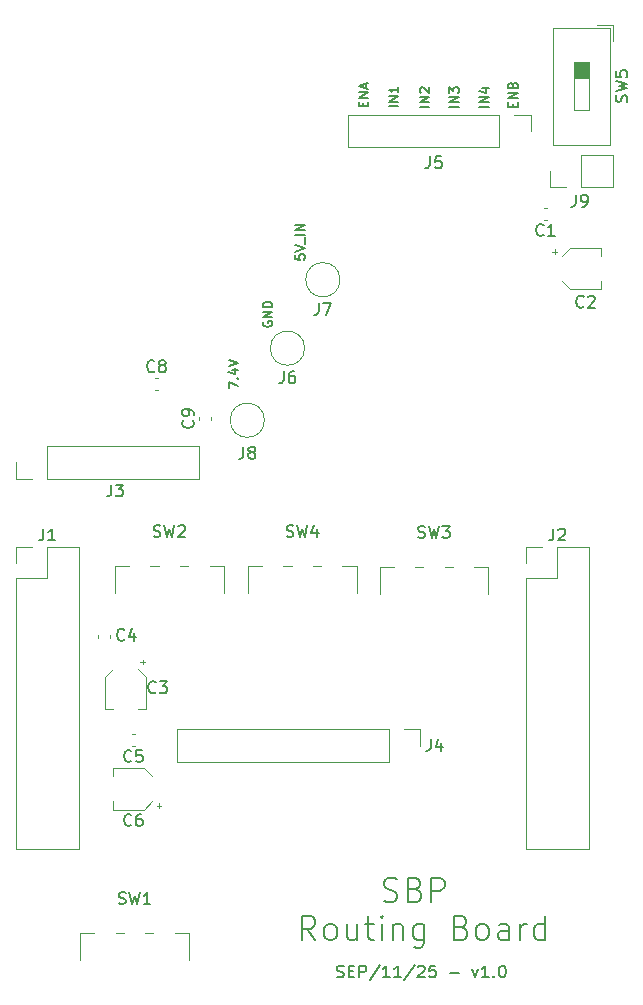
<source format=gto>
G04 #@! TF.GenerationSoftware,KiCad,Pcbnew,9.0.4*
G04 #@! TF.CreationDate,2025-09-12T09:59:32-04:00*
G04 #@! TF.ProjectId,SBP_Routing_Board,5342505f-526f-4757-9469-6e675f426f61,rev?*
G04 #@! TF.SameCoordinates,Original*
G04 #@! TF.FileFunction,Legend,Top*
G04 #@! TF.FilePolarity,Positive*
%FSLAX46Y46*%
G04 Gerber Fmt 4.6, Leading zero omitted, Abs format (unit mm)*
G04 Created by KiCad (PCBNEW 9.0.4) date 2025-09-12 09:59:32*
%MOMM*%
%LPD*%
G01*
G04 APERTURE LIST*
%ADD10C,0.150000*%
%ADD11C,0.200000*%
%ADD12C,0.120000*%
G04 APERTURE END LIST*
D10*
X100425247Y-68060839D02*
X100425247Y-67794173D01*
X100844295Y-67679887D02*
X100844295Y-68060839D01*
X100844295Y-68060839D02*
X100044295Y-68060839D01*
X100044295Y-68060839D02*
X100044295Y-67679887D01*
X100844295Y-67337029D02*
X100044295Y-67337029D01*
X100044295Y-67337029D02*
X100844295Y-66879886D01*
X100844295Y-66879886D02*
X100044295Y-66879886D01*
X100615723Y-66537030D02*
X100615723Y-66156077D01*
X100844295Y-66613220D02*
X100044295Y-66346553D01*
X100044295Y-66346553D02*
X100844295Y-66079887D01*
X91932390Y-86291792D02*
X91894295Y-86367982D01*
X91894295Y-86367982D02*
X91894295Y-86482268D01*
X91894295Y-86482268D02*
X91932390Y-86596554D01*
X91932390Y-86596554D02*
X92008580Y-86672744D01*
X92008580Y-86672744D02*
X92084771Y-86710839D01*
X92084771Y-86710839D02*
X92237152Y-86748935D01*
X92237152Y-86748935D02*
X92351438Y-86748935D01*
X92351438Y-86748935D02*
X92503819Y-86710839D01*
X92503819Y-86710839D02*
X92580009Y-86672744D01*
X92580009Y-86672744D02*
X92656200Y-86596554D01*
X92656200Y-86596554D02*
X92694295Y-86482268D01*
X92694295Y-86482268D02*
X92694295Y-86406077D01*
X92694295Y-86406077D02*
X92656200Y-86291792D01*
X92656200Y-86291792D02*
X92618104Y-86253696D01*
X92618104Y-86253696D02*
X92351438Y-86253696D01*
X92351438Y-86253696D02*
X92351438Y-86406077D01*
X92694295Y-85910839D02*
X91894295Y-85910839D01*
X91894295Y-85910839D02*
X92694295Y-85453696D01*
X92694295Y-85453696D02*
X91894295Y-85453696D01*
X92694295Y-85072744D02*
X91894295Y-85072744D01*
X91894295Y-85072744D02*
X91894295Y-84882268D01*
X91894295Y-84882268D02*
X91932390Y-84767982D01*
X91932390Y-84767982D02*
X92008580Y-84691792D01*
X92008580Y-84691792D02*
X92084771Y-84653697D01*
X92084771Y-84653697D02*
X92237152Y-84615601D01*
X92237152Y-84615601D02*
X92351438Y-84615601D01*
X92351438Y-84615601D02*
X92503819Y-84653697D01*
X92503819Y-84653697D02*
X92580009Y-84691792D01*
X92580009Y-84691792D02*
X92656200Y-84767982D01*
X92656200Y-84767982D02*
X92694295Y-84882268D01*
X92694295Y-84882268D02*
X92694295Y-85072744D01*
X94644295Y-80629887D02*
X94644295Y-81010839D01*
X94644295Y-81010839D02*
X95025247Y-81048935D01*
X95025247Y-81048935D02*
X94987152Y-81010839D01*
X94987152Y-81010839D02*
X94949057Y-80934649D01*
X94949057Y-80934649D02*
X94949057Y-80744173D01*
X94949057Y-80744173D02*
X94987152Y-80667982D01*
X94987152Y-80667982D02*
X95025247Y-80629887D01*
X95025247Y-80629887D02*
X95101438Y-80591792D01*
X95101438Y-80591792D02*
X95291914Y-80591792D01*
X95291914Y-80591792D02*
X95368104Y-80629887D01*
X95368104Y-80629887D02*
X95406200Y-80667982D01*
X95406200Y-80667982D02*
X95444295Y-80744173D01*
X95444295Y-80744173D02*
X95444295Y-80934649D01*
X95444295Y-80934649D02*
X95406200Y-81010839D01*
X95406200Y-81010839D02*
X95368104Y-81048935D01*
X94644295Y-80363220D02*
X95444295Y-80096553D01*
X95444295Y-80096553D02*
X94644295Y-79829887D01*
X95520485Y-79753697D02*
X95520485Y-79144173D01*
X95444295Y-78953696D02*
X94644295Y-78953696D01*
X95444295Y-78572744D02*
X94644295Y-78572744D01*
X94644295Y-78572744D02*
X95444295Y-78115601D01*
X95444295Y-78115601D02*
X94644295Y-78115601D01*
X111044295Y-68110839D02*
X110244295Y-68110839D01*
X111044295Y-67729887D02*
X110244295Y-67729887D01*
X110244295Y-67729887D02*
X111044295Y-67272744D01*
X111044295Y-67272744D02*
X110244295Y-67272744D01*
X110510961Y-66548935D02*
X111044295Y-66548935D01*
X110206200Y-66739411D02*
X110777628Y-66929888D01*
X110777628Y-66929888D02*
X110777628Y-66434649D01*
D11*
X102166666Y-135329712D02*
X102452380Y-135424950D01*
X102452380Y-135424950D02*
X102928571Y-135424950D01*
X102928571Y-135424950D02*
X103119047Y-135329712D01*
X103119047Y-135329712D02*
X103214285Y-135234473D01*
X103214285Y-135234473D02*
X103309523Y-135043997D01*
X103309523Y-135043997D02*
X103309523Y-134853521D01*
X103309523Y-134853521D02*
X103214285Y-134663045D01*
X103214285Y-134663045D02*
X103119047Y-134567807D01*
X103119047Y-134567807D02*
X102928571Y-134472569D01*
X102928571Y-134472569D02*
X102547618Y-134377331D01*
X102547618Y-134377331D02*
X102357142Y-134282092D01*
X102357142Y-134282092D02*
X102261904Y-134186854D01*
X102261904Y-134186854D02*
X102166666Y-133996378D01*
X102166666Y-133996378D02*
X102166666Y-133805902D01*
X102166666Y-133805902D02*
X102261904Y-133615426D01*
X102261904Y-133615426D02*
X102357142Y-133520188D01*
X102357142Y-133520188D02*
X102547618Y-133424950D01*
X102547618Y-133424950D02*
X103023809Y-133424950D01*
X103023809Y-133424950D02*
X103309523Y-133520188D01*
X104833333Y-134377331D02*
X105119047Y-134472569D01*
X105119047Y-134472569D02*
X105214285Y-134567807D01*
X105214285Y-134567807D02*
X105309523Y-134758283D01*
X105309523Y-134758283D02*
X105309523Y-135043997D01*
X105309523Y-135043997D02*
X105214285Y-135234473D01*
X105214285Y-135234473D02*
X105119047Y-135329712D01*
X105119047Y-135329712D02*
X104928571Y-135424950D01*
X104928571Y-135424950D02*
X104166666Y-135424950D01*
X104166666Y-135424950D02*
X104166666Y-133424950D01*
X104166666Y-133424950D02*
X104833333Y-133424950D01*
X104833333Y-133424950D02*
X105023809Y-133520188D01*
X105023809Y-133520188D02*
X105119047Y-133615426D01*
X105119047Y-133615426D02*
X105214285Y-133805902D01*
X105214285Y-133805902D02*
X105214285Y-133996378D01*
X105214285Y-133996378D02*
X105119047Y-134186854D01*
X105119047Y-134186854D02*
X105023809Y-134282092D01*
X105023809Y-134282092D02*
X104833333Y-134377331D01*
X104833333Y-134377331D02*
X104166666Y-134377331D01*
X106166666Y-135424950D02*
X106166666Y-133424950D01*
X106166666Y-133424950D02*
X106928571Y-133424950D01*
X106928571Y-133424950D02*
X107119047Y-133520188D01*
X107119047Y-133520188D02*
X107214285Y-133615426D01*
X107214285Y-133615426D02*
X107309523Y-133805902D01*
X107309523Y-133805902D02*
X107309523Y-134091616D01*
X107309523Y-134091616D02*
X107214285Y-134282092D01*
X107214285Y-134282092D02*
X107119047Y-134377331D01*
X107119047Y-134377331D02*
X106928571Y-134472569D01*
X106928571Y-134472569D02*
X106166666Y-134472569D01*
X96357142Y-138644838D02*
X95690475Y-137692457D01*
X95214285Y-138644838D02*
X95214285Y-136644838D01*
X95214285Y-136644838D02*
X95976190Y-136644838D01*
X95976190Y-136644838D02*
X96166666Y-136740076D01*
X96166666Y-136740076D02*
X96261904Y-136835314D01*
X96261904Y-136835314D02*
X96357142Y-137025790D01*
X96357142Y-137025790D02*
X96357142Y-137311504D01*
X96357142Y-137311504D02*
X96261904Y-137501980D01*
X96261904Y-137501980D02*
X96166666Y-137597219D01*
X96166666Y-137597219D02*
X95976190Y-137692457D01*
X95976190Y-137692457D02*
X95214285Y-137692457D01*
X97499999Y-138644838D02*
X97309523Y-138549600D01*
X97309523Y-138549600D02*
X97214285Y-138454361D01*
X97214285Y-138454361D02*
X97119047Y-138263885D01*
X97119047Y-138263885D02*
X97119047Y-137692457D01*
X97119047Y-137692457D02*
X97214285Y-137501980D01*
X97214285Y-137501980D02*
X97309523Y-137406742D01*
X97309523Y-137406742D02*
X97499999Y-137311504D01*
X97499999Y-137311504D02*
X97785714Y-137311504D01*
X97785714Y-137311504D02*
X97976190Y-137406742D01*
X97976190Y-137406742D02*
X98071428Y-137501980D01*
X98071428Y-137501980D02*
X98166666Y-137692457D01*
X98166666Y-137692457D02*
X98166666Y-138263885D01*
X98166666Y-138263885D02*
X98071428Y-138454361D01*
X98071428Y-138454361D02*
X97976190Y-138549600D01*
X97976190Y-138549600D02*
X97785714Y-138644838D01*
X97785714Y-138644838D02*
X97499999Y-138644838D01*
X99880952Y-137311504D02*
X99880952Y-138644838D01*
X99023809Y-137311504D02*
X99023809Y-138359123D01*
X99023809Y-138359123D02*
X99119047Y-138549600D01*
X99119047Y-138549600D02*
X99309523Y-138644838D01*
X99309523Y-138644838D02*
X99595238Y-138644838D01*
X99595238Y-138644838D02*
X99785714Y-138549600D01*
X99785714Y-138549600D02*
X99880952Y-138454361D01*
X100547619Y-137311504D02*
X101309523Y-137311504D01*
X100833333Y-136644838D02*
X100833333Y-138359123D01*
X100833333Y-138359123D02*
X100928571Y-138549600D01*
X100928571Y-138549600D02*
X101119047Y-138644838D01*
X101119047Y-138644838D02*
X101309523Y-138644838D01*
X101976190Y-138644838D02*
X101976190Y-137311504D01*
X101976190Y-136644838D02*
X101880952Y-136740076D01*
X101880952Y-136740076D02*
X101976190Y-136835314D01*
X101976190Y-136835314D02*
X102071428Y-136740076D01*
X102071428Y-136740076D02*
X101976190Y-136644838D01*
X101976190Y-136644838D02*
X101976190Y-136835314D01*
X102928571Y-137311504D02*
X102928571Y-138644838D01*
X102928571Y-137501980D02*
X103023809Y-137406742D01*
X103023809Y-137406742D02*
X103214285Y-137311504D01*
X103214285Y-137311504D02*
X103500000Y-137311504D01*
X103500000Y-137311504D02*
X103690476Y-137406742D01*
X103690476Y-137406742D02*
X103785714Y-137597219D01*
X103785714Y-137597219D02*
X103785714Y-138644838D01*
X105595238Y-137311504D02*
X105595238Y-138930552D01*
X105595238Y-138930552D02*
X105500000Y-139121028D01*
X105500000Y-139121028D02*
X105404762Y-139216266D01*
X105404762Y-139216266D02*
X105214285Y-139311504D01*
X105214285Y-139311504D02*
X104928571Y-139311504D01*
X104928571Y-139311504D02*
X104738095Y-139216266D01*
X105595238Y-138549600D02*
X105404762Y-138644838D01*
X105404762Y-138644838D02*
X105023809Y-138644838D01*
X105023809Y-138644838D02*
X104833333Y-138549600D01*
X104833333Y-138549600D02*
X104738095Y-138454361D01*
X104738095Y-138454361D02*
X104642857Y-138263885D01*
X104642857Y-138263885D02*
X104642857Y-137692457D01*
X104642857Y-137692457D02*
X104738095Y-137501980D01*
X104738095Y-137501980D02*
X104833333Y-137406742D01*
X104833333Y-137406742D02*
X105023809Y-137311504D01*
X105023809Y-137311504D02*
X105404762Y-137311504D01*
X105404762Y-137311504D02*
X105595238Y-137406742D01*
X108738096Y-137597219D02*
X109023810Y-137692457D01*
X109023810Y-137692457D02*
X109119048Y-137787695D01*
X109119048Y-137787695D02*
X109214286Y-137978171D01*
X109214286Y-137978171D02*
X109214286Y-138263885D01*
X109214286Y-138263885D02*
X109119048Y-138454361D01*
X109119048Y-138454361D02*
X109023810Y-138549600D01*
X109023810Y-138549600D02*
X108833334Y-138644838D01*
X108833334Y-138644838D02*
X108071429Y-138644838D01*
X108071429Y-138644838D02*
X108071429Y-136644838D01*
X108071429Y-136644838D02*
X108738096Y-136644838D01*
X108738096Y-136644838D02*
X108928572Y-136740076D01*
X108928572Y-136740076D02*
X109023810Y-136835314D01*
X109023810Y-136835314D02*
X109119048Y-137025790D01*
X109119048Y-137025790D02*
X109119048Y-137216266D01*
X109119048Y-137216266D02*
X109023810Y-137406742D01*
X109023810Y-137406742D02*
X108928572Y-137501980D01*
X108928572Y-137501980D02*
X108738096Y-137597219D01*
X108738096Y-137597219D02*
X108071429Y-137597219D01*
X110357143Y-138644838D02*
X110166667Y-138549600D01*
X110166667Y-138549600D02*
X110071429Y-138454361D01*
X110071429Y-138454361D02*
X109976191Y-138263885D01*
X109976191Y-138263885D02*
X109976191Y-137692457D01*
X109976191Y-137692457D02*
X110071429Y-137501980D01*
X110071429Y-137501980D02*
X110166667Y-137406742D01*
X110166667Y-137406742D02*
X110357143Y-137311504D01*
X110357143Y-137311504D02*
X110642858Y-137311504D01*
X110642858Y-137311504D02*
X110833334Y-137406742D01*
X110833334Y-137406742D02*
X110928572Y-137501980D01*
X110928572Y-137501980D02*
X111023810Y-137692457D01*
X111023810Y-137692457D02*
X111023810Y-138263885D01*
X111023810Y-138263885D02*
X110928572Y-138454361D01*
X110928572Y-138454361D02*
X110833334Y-138549600D01*
X110833334Y-138549600D02*
X110642858Y-138644838D01*
X110642858Y-138644838D02*
X110357143Y-138644838D01*
X112738096Y-138644838D02*
X112738096Y-137597219D01*
X112738096Y-137597219D02*
X112642858Y-137406742D01*
X112642858Y-137406742D02*
X112452382Y-137311504D01*
X112452382Y-137311504D02*
X112071429Y-137311504D01*
X112071429Y-137311504D02*
X111880953Y-137406742D01*
X112738096Y-138549600D02*
X112547620Y-138644838D01*
X112547620Y-138644838D02*
X112071429Y-138644838D01*
X112071429Y-138644838D02*
X111880953Y-138549600D01*
X111880953Y-138549600D02*
X111785715Y-138359123D01*
X111785715Y-138359123D02*
X111785715Y-138168647D01*
X111785715Y-138168647D02*
X111880953Y-137978171D01*
X111880953Y-137978171D02*
X112071429Y-137882933D01*
X112071429Y-137882933D02*
X112547620Y-137882933D01*
X112547620Y-137882933D02*
X112738096Y-137787695D01*
X113690477Y-138644838D02*
X113690477Y-137311504D01*
X113690477Y-137692457D02*
X113785715Y-137501980D01*
X113785715Y-137501980D02*
X113880953Y-137406742D01*
X113880953Y-137406742D02*
X114071429Y-137311504D01*
X114071429Y-137311504D02*
X114261906Y-137311504D01*
X115785715Y-138644838D02*
X115785715Y-136644838D01*
X115785715Y-138549600D02*
X115595239Y-138644838D01*
X115595239Y-138644838D02*
X115214286Y-138644838D01*
X115214286Y-138644838D02*
X115023810Y-138549600D01*
X115023810Y-138549600D02*
X114928572Y-138454361D01*
X114928572Y-138454361D02*
X114833334Y-138263885D01*
X114833334Y-138263885D02*
X114833334Y-137692457D01*
X114833334Y-137692457D02*
X114928572Y-137501980D01*
X114928572Y-137501980D02*
X115023810Y-137406742D01*
X115023810Y-137406742D02*
X115214286Y-137311504D01*
X115214286Y-137311504D02*
X115595239Y-137311504D01*
X115595239Y-137311504D02*
X115785715Y-137406742D01*
D10*
X98189160Y-141772200D02*
X98332017Y-141819819D01*
X98332017Y-141819819D02*
X98570112Y-141819819D01*
X98570112Y-141819819D02*
X98665350Y-141772200D01*
X98665350Y-141772200D02*
X98712969Y-141724580D01*
X98712969Y-141724580D02*
X98760588Y-141629342D01*
X98760588Y-141629342D02*
X98760588Y-141534104D01*
X98760588Y-141534104D02*
X98712969Y-141438866D01*
X98712969Y-141438866D02*
X98665350Y-141391247D01*
X98665350Y-141391247D02*
X98570112Y-141343628D01*
X98570112Y-141343628D02*
X98379636Y-141296009D01*
X98379636Y-141296009D02*
X98284398Y-141248390D01*
X98284398Y-141248390D02*
X98236779Y-141200771D01*
X98236779Y-141200771D02*
X98189160Y-141105533D01*
X98189160Y-141105533D02*
X98189160Y-141010295D01*
X98189160Y-141010295D02*
X98236779Y-140915057D01*
X98236779Y-140915057D02*
X98284398Y-140867438D01*
X98284398Y-140867438D02*
X98379636Y-140819819D01*
X98379636Y-140819819D02*
X98617731Y-140819819D01*
X98617731Y-140819819D02*
X98760588Y-140867438D01*
X99189160Y-141296009D02*
X99522493Y-141296009D01*
X99665350Y-141819819D02*
X99189160Y-141819819D01*
X99189160Y-141819819D02*
X99189160Y-140819819D01*
X99189160Y-140819819D02*
X99665350Y-140819819D01*
X100093922Y-141819819D02*
X100093922Y-140819819D01*
X100093922Y-140819819D02*
X100474874Y-140819819D01*
X100474874Y-140819819D02*
X100570112Y-140867438D01*
X100570112Y-140867438D02*
X100617731Y-140915057D01*
X100617731Y-140915057D02*
X100665350Y-141010295D01*
X100665350Y-141010295D02*
X100665350Y-141153152D01*
X100665350Y-141153152D02*
X100617731Y-141248390D01*
X100617731Y-141248390D02*
X100570112Y-141296009D01*
X100570112Y-141296009D02*
X100474874Y-141343628D01*
X100474874Y-141343628D02*
X100093922Y-141343628D01*
X101808207Y-140772200D02*
X100951065Y-142057914D01*
X102665350Y-141819819D02*
X102093922Y-141819819D01*
X102379636Y-141819819D02*
X102379636Y-140819819D01*
X102379636Y-140819819D02*
X102284398Y-140962676D01*
X102284398Y-140962676D02*
X102189160Y-141057914D01*
X102189160Y-141057914D02*
X102093922Y-141105533D01*
X103617731Y-141819819D02*
X103046303Y-141819819D01*
X103332017Y-141819819D02*
X103332017Y-140819819D01*
X103332017Y-140819819D02*
X103236779Y-140962676D01*
X103236779Y-140962676D02*
X103141541Y-141057914D01*
X103141541Y-141057914D02*
X103046303Y-141105533D01*
X104760588Y-140772200D02*
X103903446Y-142057914D01*
X105046303Y-140915057D02*
X105093922Y-140867438D01*
X105093922Y-140867438D02*
X105189160Y-140819819D01*
X105189160Y-140819819D02*
X105427255Y-140819819D01*
X105427255Y-140819819D02*
X105522493Y-140867438D01*
X105522493Y-140867438D02*
X105570112Y-140915057D01*
X105570112Y-140915057D02*
X105617731Y-141010295D01*
X105617731Y-141010295D02*
X105617731Y-141105533D01*
X105617731Y-141105533D02*
X105570112Y-141248390D01*
X105570112Y-141248390D02*
X104998684Y-141819819D01*
X104998684Y-141819819D02*
X105617731Y-141819819D01*
X106522493Y-140819819D02*
X106046303Y-140819819D01*
X106046303Y-140819819D02*
X105998684Y-141296009D01*
X105998684Y-141296009D02*
X106046303Y-141248390D01*
X106046303Y-141248390D02*
X106141541Y-141200771D01*
X106141541Y-141200771D02*
X106379636Y-141200771D01*
X106379636Y-141200771D02*
X106474874Y-141248390D01*
X106474874Y-141248390D02*
X106522493Y-141296009D01*
X106522493Y-141296009D02*
X106570112Y-141391247D01*
X106570112Y-141391247D02*
X106570112Y-141629342D01*
X106570112Y-141629342D02*
X106522493Y-141724580D01*
X106522493Y-141724580D02*
X106474874Y-141772200D01*
X106474874Y-141772200D02*
X106379636Y-141819819D01*
X106379636Y-141819819D02*
X106141541Y-141819819D01*
X106141541Y-141819819D02*
X106046303Y-141772200D01*
X106046303Y-141772200D02*
X105998684Y-141724580D01*
X107760589Y-141438866D02*
X108522494Y-141438866D01*
X109665351Y-141153152D02*
X109903446Y-141819819D01*
X109903446Y-141819819D02*
X110141541Y-141153152D01*
X111046303Y-141819819D02*
X110474875Y-141819819D01*
X110760589Y-141819819D02*
X110760589Y-140819819D01*
X110760589Y-140819819D02*
X110665351Y-140962676D01*
X110665351Y-140962676D02*
X110570113Y-141057914D01*
X110570113Y-141057914D02*
X110474875Y-141105533D01*
X111474875Y-141724580D02*
X111522494Y-141772200D01*
X111522494Y-141772200D02*
X111474875Y-141819819D01*
X111474875Y-141819819D02*
X111427256Y-141772200D01*
X111427256Y-141772200D02*
X111474875Y-141724580D01*
X111474875Y-141724580D02*
X111474875Y-141819819D01*
X112141541Y-140819819D02*
X112236779Y-140819819D01*
X112236779Y-140819819D02*
X112332017Y-140867438D01*
X112332017Y-140867438D02*
X112379636Y-140915057D01*
X112379636Y-140915057D02*
X112427255Y-141010295D01*
X112427255Y-141010295D02*
X112474874Y-141200771D01*
X112474874Y-141200771D02*
X112474874Y-141438866D01*
X112474874Y-141438866D02*
X112427255Y-141629342D01*
X112427255Y-141629342D02*
X112379636Y-141724580D01*
X112379636Y-141724580D02*
X112332017Y-141772200D01*
X112332017Y-141772200D02*
X112236779Y-141819819D01*
X112236779Y-141819819D02*
X112141541Y-141819819D01*
X112141541Y-141819819D02*
X112046303Y-141772200D01*
X112046303Y-141772200D02*
X111998684Y-141724580D01*
X111998684Y-141724580D02*
X111951065Y-141629342D01*
X111951065Y-141629342D02*
X111903446Y-141438866D01*
X111903446Y-141438866D02*
X111903446Y-141200771D01*
X111903446Y-141200771D02*
X111951065Y-141010295D01*
X111951065Y-141010295D02*
X111998684Y-140915057D01*
X111998684Y-140915057D02*
X112046303Y-140867438D01*
X112046303Y-140867438D02*
X112141541Y-140819819D01*
X108494295Y-68110839D02*
X107694295Y-68110839D01*
X108494295Y-67729887D02*
X107694295Y-67729887D01*
X107694295Y-67729887D02*
X108494295Y-67272744D01*
X108494295Y-67272744D02*
X107694295Y-67272744D01*
X107694295Y-66967983D02*
X107694295Y-66472745D01*
X107694295Y-66472745D02*
X107999057Y-66739411D01*
X107999057Y-66739411D02*
X107999057Y-66625126D01*
X107999057Y-66625126D02*
X108037152Y-66548935D01*
X108037152Y-66548935D02*
X108075247Y-66510840D01*
X108075247Y-66510840D02*
X108151438Y-66472745D01*
X108151438Y-66472745D02*
X108341914Y-66472745D01*
X108341914Y-66472745D02*
X108418104Y-66510840D01*
X108418104Y-66510840D02*
X108456200Y-66548935D01*
X108456200Y-66548935D02*
X108494295Y-66625126D01*
X108494295Y-66625126D02*
X108494295Y-66853697D01*
X108494295Y-66853697D02*
X108456200Y-66929888D01*
X108456200Y-66929888D02*
X108418104Y-66967983D01*
X105994295Y-68110839D02*
X105194295Y-68110839D01*
X105994295Y-67729887D02*
X105194295Y-67729887D01*
X105194295Y-67729887D02*
X105994295Y-67272744D01*
X105994295Y-67272744D02*
X105194295Y-67272744D01*
X105270485Y-66929888D02*
X105232390Y-66891792D01*
X105232390Y-66891792D02*
X105194295Y-66815602D01*
X105194295Y-66815602D02*
X105194295Y-66625126D01*
X105194295Y-66625126D02*
X105232390Y-66548935D01*
X105232390Y-66548935D02*
X105270485Y-66510840D01*
X105270485Y-66510840D02*
X105346676Y-66472745D01*
X105346676Y-66472745D02*
X105422866Y-66472745D01*
X105422866Y-66472745D02*
X105537152Y-66510840D01*
X105537152Y-66510840D02*
X105994295Y-66967983D01*
X105994295Y-66967983D02*
X105994295Y-66472745D01*
X103394295Y-68060839D02*
X102594295Y-68060839D01*
X103394295Y-67679887D02*
X102594295Y-67679887D01*
X102594295Y-67679887D02*
X103394295Y-67222744D01*
X103394295Y-67222744D02*
X102594295Y-67222744D01*
X103394295Y-66422745D02*
X103394295Y-66879888D01*
X103394295Y-66651316D02*
X102594295Y-66651316D01*
X102594295Y-66651316D02*
X102708580Y-66727507D01*
X102708580Y-66727507D02*
X102784771Y-66803697D01*
X102784771Y-66803697D02*
X102822866Y-66879888D01*
X89044295Y-91937030D02*
X89044295Y-91403696D01*
X89044295Y-91403696D02*
X89844295Y-91746554D01*
X89768104Y-91098934D02*
X89806200Y-91060839D01*
X89806200Y-91060839D02*
X89844295Y-91098934D01*
X89844295Y-91098934D02*
X89806200Y-91137030D01*
X89806200Y-91137030D02*
X89768104Y-91098934D01*
X89768104Y-91098934D02*
X89844295Y-91098934D01*
X89310961Y-90375125D02*
X89844295Y-90375125D01*
X89006200Y-90565601D02*
X89577628Y-90756078D01*
X89577628Y-90756078D02*
X89577628Y-90260839D01*
X89044295Y-90070363D02*
X89844295Y-89803696D01*
X89844295Y-89803696D02*
X89044295Y-89537030D01*
X113075247Y-68110839D02*
X113075247Y-67844173D01*
X113494295Y-67729887D02*
X113494295Y-68110839D01*
X113494295Y-68110839D02*
X112694295Y-68110839D01*
X112694295Y-68110839D02*
X112694295Y-67729887D01*
X113494295Y-67387029D02*
X112694295Y-67387029D01*
X112694295Y-67387029D02*
X113494295Y-66929886D01*
X113494295Y-66929886D02*
X112694295Y-66929886D01*
X113075247Y-66282268D02*
X113113342Y-66167982D01*
X113113342Y-66167982D02*
X113151438Y-66129887D01*
X113151438Y-66129887D02*
X113227628Y-66091791D01*
X113227628Y-66091791D02*
X113341914Y-66091791D01*
X113341914Y-66091791D02*
X113418104Y-66129887D01*
X113418104Y-66129887D02*
X113456200Y-66167982D01*
X113456200Y-66167982D02*
X113494295Y-66244172D01*
X113494295Y-66244172D02*
X113494295Y-66548934D01*
X113494295Y-66548934D02*
X112694295Y-66548934D01*
X112694295Y-66548934D02*
X112694295Y-66282268D01*
X112694295Y-66282268D02*
X112732390Y-66206077D01*
X112732390Y-66206077D02*
X112770485Y-66167982D01*
X112770485Y-66167982D02*
X112846676Y-66129887D01*
X112846676Y-66129887D02*
X112922866Y-66129887D01*
X112922866Y-66129887D02*
X112999057Y-66167982D01*
X112999057Y-66167982D02*
X113037152Y-66206077D01*
X113037152Y-66206077D02*
X113075247Y-66282268D01*
X113075247Y-66282268D02*
X113075247Y-66548934D01*
X106116547Y-121654819D02*
X106116547Y-122369104D01*
X106116547Y-122369104D02*
X106068928Y-122511961D01*
X106068928Y-122511961D02*
X105973690Y-122607200D01*
X105973690Y-122607200D02*
X105830833Y-122654819D01*
X105830833Y-122654819D02*
X105735595Y-122654819D01*
X107021309Y-121988152D02*
X107021309Y-122654819D01*
X106783214Y-121607200D02*
X106545119Y-122321485D01*
X106545119Y-122321485D02*
X107164166Y-122321485D01*
X105066667Y-104557200D02*
X105209524Y-104604819D01*
X105209524Y-104604819D02*
X105447619Y-104604819D01*
X105447619Y-104604819D02*
X105542857Y-104557200D01*
X105542857Y-104557200D02*
X105590476Y-104509580D01*
X105590476Y-104509580D02*
X105638095Y-104414342D01*
X105638095Y-104414342D02*
X105638095Y-104319104D01*
X105638095Y-104319104D02*
X105590476Y-104223866D01*
X105590476Y-104223866D02*
X105542857Y-104176247D01*
X105542857Y-104176247D02*
X105447619Y-104128628D01*
X105447619Y-104128628D02*
X105257143Y-104081009D01*
X105257143Y-104081009D02*
X105161905Y-104033390D01*
X105161905Y-104033390D02*
X105114286Y-103985771D01*
X105114286Y-103985771D02*
X105066667Y-103890533D01*
X105066667Y-103890533D02*
X105066667Y-103795295D01*
X105066667Y-103795295D02*
X105114286Y-103700057D01*
X105114286Y-103700057D02*
X105161905Y-103652438D01*
X105161905Y-103652438D02*
X105257143Y-103604819D01*
X105257143Y-103604819D02*
X105495238Y-103604819D01*
X105495238Y-103604819D02*
X105638095Y-103652438D01*
X105971429Y-103604819D02*
X106209524Y-104604819D01*
X106209524Y-104604819D02*
X106400000Y-103890533D01*
X106400000Y-103890533D02*
X106590476Y-104604819D01*
X106590476Y-104604819D02*
X106828572Y-103604819D01*
X107114286Y-103604819D02*
X107733333Y-103604819D01*
X107733333Y-103604819D02*
X107400000Y-103985771D01*
X107400000Y-103985771D02*
X107542857Y-103985771D01*
X107542857Y-103985771D02*
X107638095Y-104033390D01*
X107638095Y-104033390D02*
X107685714Y-104081009D01*
X107685714Y-104081009D02*
X107733333Y-104176247D01*
X107733333Y-104176247D02*
X107733333Y-104414342D01*
X107733333Y-104414342D02*
X107685714Y-104509580D01*
X107685714Y-104509580D02*
X107638095Y-104557200D01*
X107638095Y-104557200D02*
X107542857Y-104604819D01*
X107542857Y-104604819D02*
X107257143Y-104604819D01*
X107257143Y-104604819D02*
X107161905Y-104557200D01*
X107161905Y-104557200D02*
X107114286Y-104509580D01*
X82833333Y-117659580D02*
X82785714Y-117707200D01*
X82785714Y-117707200D02*
X82642857Y-117754819D01*
X82642857Y-117754819D02*
X82547619Y-117754819D01*
X82547619Y-117754819D02*
X82404762Y-117707200D01*
X82404762Y-117707200D02*
X82309524Y-117611961D01*
X82309524Y-117611961D02*
X82261905Y-117516723D01*
X82261905Y-117516723D02*
X82214286Y-117326247D01*
X82214286Y-117326247D02*
X82214286Y-117183390D01*
X82214286Y-117183390D02*
X82261905Y-116992914D01*
X82261905Y-116992914D02*
X82309524Y-116897676D01*
X82309524Y-116897676D02*
X82404762Y-116802438D01*
X82404762Y-116802438D02*
X82547619Y-116754819D01*
X82547619Y-116754819D02*
X82642857Y-116754819D01*
X82642857Y-116754819D02*
X82785714Y-116802438D01*
X82785714Y-116802438D02*
X82833333Y-116850057D01*
X83166667Y-116754819D02*
X83785714Y-116754819D01*
X83785714Y-116754819D02*
X83452381Y-117135771D01*
X83452381Y-117135771D02*
X83595238Y-117135771D01*
X83595238Y-117135771D02*
X83690476Y-117183390D01*
X83690476Y-117183390D02*
X83738095Y-117231009D01*
X83738095Y-117231009D02*
X83785714Y-117326247D01*
X83785714Y-117326247D02*
X83785714Y-117564342D01*
X83785714Y-117564342D02*
X83738095Y-117659580D01*
X83738095Y-117659580D02*
X83690476Y-117707200D01*
X83690476Y-117707200D02*
X83595238Y-117754819D01*
X83595238Y-117754819D02*
X83309524Y-117754819D01*
X83309524Y-117754819D02*
X83214286Y-117707200D01*
X83214286Y-117707200D02*
X83166667Y-117659580D01*
X122727200Y-67693332D02*
X122774819Y-67550475D01*
X122774819Y-67550475D02*
X122774819Y-67312380D01*
X122774819Y-67312380D02*
X122727200Y-67217142D01*
X122727200Y-67217142D02*
X122679580Y-67169523D01*
X122679580Y-67169523D02*
X122584342Y-67121904D01*
X122584342Y-67121904D02*
X122489104Y-67121904D01*
X122489104Y-67121904D02*
X122393866Y-67169523D01*
X122393866Y-67169523D02*
X122346247Y-67217142D01*
X122346247Y-67217142D02*
X122298628Y-67312380D01*
X122298628Y-67312380D02*
X122251009Y-67502856D01*
X122251009Y-67502856D02*
X122203390Y-67598094D01*
X122203390Y-67598094D02*
X122155771Y-67645713D01*
X122155771Y-67645713D02*
X122060533Y-67693332D01*
X122060533Y-67693332D02*
X121965295Y-67693332D01*
X121965295Y-67693332D02*
X121870057Y-67645713D01*
X121870057Y-67645713D02*
X121822438Y-67598094D01*
X121822438Y-67598094D02*
X121774819Y-67502856D01*
X121774819Y-67502856D02*
X121774819Y-67264761D01*
X121774819Y-67264761D02*
X121822438Y-67121904D01*
X121774819Y-66788570D02*
X122774819Y-66550475D01*
X122774819Y-66550475D02*
X122060533Y-66359999D01*
X122060533Y-66359999D02*
X122774819Y-66169523D01*
X122774819Y-66169523D02*
X121774819Y-65931428D01*
X121774819Y-65074285D02*
X121774819Y-65550475D01*
X121774819Y-65550475D02*
X122251009Y-65598094D01*
X122251009Y-65598094D02*
X122203390Y-65550475D01*
X122203390Y-65550475D02*
X122155771Y-65455237D01*
X122155771Y-65455237D02*
X122155771Y-65217142D01*
X122155771Y-65217142D02*
X122203390Y-65121904D01*
X122203390Y-65121904D02*
X122251009Y-65074285D01*
X122251009Y-65074285D02*
X122346247Y-65026666D01*
X122346247Y-65026666D02*
X122584342Y-65026666D01*
X122584342Y-65026666D02*
X122679580Y-65074285D01*
X122679580Y-65074285D02*
X122727200Y-65121904D01*
X122727200Y-65121904D02*
X122774819Y-65217142D01*
X122774819Y-65217142D02*
X122774819Y-65455237D01*
X122774819Y-65455237D02*
X122727200Y-65550475D01*
X122727200Y-65550475D02*
X122679580Y-65598094D01*
X73336666Y-103824819D02*
X73336666Y-104539104D01*
X73336666Y-104539104D02*
X73289047Y-104681961D01*
X73289047Y-104681961D02*
X73193809Y-104777200D01*
X73193809Y-104777200D02*
X73050952Y-104824819D01*
X73050952Y-104824819D02*
X72955714Y-104824819D01*
X74336666Y-104824819D02*
X73765238Y-104824819D01*
X74050952Y-104824819D02*
X74050952Y-103824819D01*
X74050952Y-103824819D02*
X73955714Y-103967676D01*
X73955714Y-103967676D02*
X73860476Y-104062914D01*
X73860476Y-104062914D02*
X73765238Y-104110533D01*
X79066666Y-100104819D02*
X79066666Y-100819104D01*
X79066666Y-100819104D02*
X79019047Y-100961961D01*
X79019047Y-100961961D02*
X78923809Y-101057200D01*
X78923809Y-101057200D02*
X78780952Y-101104819D01*
X78780952Y-101104819D02*
X78685714Y-101104819D01*
X79447619Y-100104819D02*
X80066666Y-100104819D01*
X80066666Y-100104819D02*
X79733333Y-100485771D01*
X79733333Y-100485771D02*
X79876190Y-100485771D01*
X79876190Y-100485771D02*
X79971428Y-100533390D01*
X79971428Y-100533390D02*
X80019047Y-100581009D01*
X80019047Y-100581009D02*
X80066666Y-100676247D01*
X80066666Y-100676247D02*
X80066666Y-100914342D01*
X80066666Y-100914342D02*
X80019047Y-101009580D01*
X80019047Y-101009580D02*
X79971428Y-101057200D01*
X79971428Y-101057200D02*
X79876190Y-101104819D01*
X79876190Y-101104819D02*
X79590476Y-101104819D01*
X79590476Y-101104819D02*
X79495238Y-101057200D01*
X79495238Y-101057200D02*
X79447619Y-101009580D01*
X93926667Y-104487200D02*
X94069524Y-104534819D01*
X94069524Y-104534819D02*
X94307619Y-104534819D01*
X94307619Y-104534819D02*
X94402857Y-104487200D01*
X94402857Y-104487200D02*
X94450476Y-104439580D01*
X94450476Y-104439580D02*
X94498095Y-104344342D01*
X94498095Y-104344342D02*
X94498095Y-104249104D01*
X94498095Y-104249104D02*
X94450476Y-104153866D01*
X94450476Y-104153866D02*
X94402857Y-104106247D01*
X94402857Y-104106247D02*
X94307619Y-104058628D01*
X94307619Y-104058628D02*
X94117143Y-104011009D01*
X94117143Y-104011009D02*
X94021905Y-103963390D01*
X94021905Y-103963390D02*
X93974286Y-103915771D01*
X93974286Y-103915771D02*
X93926667Y-103820533D01*
X93926667Y-103820533D02*
X93926667Y-103725295D01*
X93926667Y-103725295D02*
X93974286Y-103630057D01*
X93974286Y-103630057D02*
X94021905Y-103582438D01*
X94021905Y-103582438D02*
X94117143Y-103534819D01*
X94117143Y-103534819D02*
X94355238Y-103534819D01*
X94355238Y-103534819D02*
X94498095Y-103582438D01*
X94831429Y-103534819D02*
X95069524Y-104534819D01*
X95069524Y-104534819D02*
X95260000Y-103820533D01*
X95260000Y-103820533D02*
X95450476Y-104534819D01*
X95450476Y-104534819D02*
X95688572Y-103534819D01*
X96498095Y-103868152D02*
X96498095Y-104534819D01*
X96260000Y-103487200D02*
X96021905Y-104201485D01*
X96021905Y-104201485D02*
X96640952Y-104201485D01*
X118416666Y-75554819D02*
X118416666Y-76269104D01*
X118416666Y-76269104D02*
X118369047Y-76411961D01*
X118369047Y-76411961D02*
X118273809Y-76507200D01*
X118273809Y-76507200D02*
X118130952Y-76554819D01*
X118130952Y-76554819D02*
X118035714Y-76554819D01*
X118940476Y-76554819D02*
X119130952Y-76554819D01*
X119130952Y-76554819D02*
X119226190Y-76507200D01*
X119226190Y-76507200D02*
X119273809Y-76459580D01*
X119273809Y-76459580D02*
X119369047Y-76316723D01*
X119369047Y-76316723D02*
X119416666Y-76126247D01*
X119416666Y-76126247D02*
X119416666Y-75745295D01*
X119416666Y-75745295D02*
X119369047Y-75650057D01*
X119369047Y-75650057D02*
X119321428Y-75602438D01*
X119321428Y-75602438D02*
X119226190Y-75554819D01*
X119226190Y-75554819D02*
X119035714Y-75554819D01*
X119035714Y-75554819D02*
X118940476Y-75602438D01*
X118940476Y-75602438D02*
X118892857Y-75650057D01*
X118892857Y-75650057D02*
X118845238Y-75745295D01*
X118845238Y-75745295D02*
X118845238Y-75983390D01*
X118845238Y-75983390D02*
X118892857Y-76078628D01*
X118892857Y-76078628D02*
X118940476Y-76126247D01*
X118940476Y-76126247D02*
X119035714Y-76173866D01*
X119035714Y-76173866D02*
X119226190Y-76173866D01*
X119226190Y-76173866D02*
X119321428Y-76126247D01*
X119321428Y-76126247D02*
X119369047Y-76078628D01*
X119369047Y-76078628D02*
X119416666Y-75983390D01*
X115683333Y-78939580D02*
X115635714Y-78987200D01*
X115635714Y-78987200D02*
X115492857Y-79034819D01*
X115492857Y-79034819D02*
X115397619Y-79034819D01*
X115397619Y-79034819D02*
X115254762Y-78987200D01*
X115254762Y-78987200D02*
X115159524Y-78891961D01*
X115159524Y-78891961D02*
X115111905Y-78796723D01*
X115111905Y-78796723D02*
X115064286Y-78606247D01*
X115064286Y-78606247D02*
X115064286Y-78463390D01*
X115064286Y-78463390D02*
X115111905Y-78272914D01*
X115111905Y-78272914D02*
X115159524Y-78177676D01*
X115159524Y-78177676D02*
X115254762Y-78082438D01*
X115254762Y-78082438D02*
X115397619Y-78034819D01*
X115397619Y-78034819D02*
X115492857Y-78034819D01*
X115492857Y-78034819D02*
X115635714Y-78082438D01*
X115635714Y-78082438D02*
X115683333Y-78130057D01*
X116635714Y-79034819D02*
X116064286Y-79034819D01*
X116350000Y-79034819D02*
X116350000Y-78034819D01*
X116350000Y-78034819D02*
X116254762Y-78177676D01*
X116254762Y-78177676D02*
X116159524Y-78272914D01*
X116159524Y-78272914D02*
X116064286Y-78320533D01*
X85979580Y-94666666D02*
X86027200Y-94714285D01*
X86027200Y-94714285D02*
X86074819Y-94857142D01*
X86074819Y-94857142D02*
X86074819Y-94952380D01*
X86074819Y-94952380D02*
X86027200Y-95095237D01*
X86027200Y-95095237D02*
X85931961Y-95190475D01*
X85931961Y-95190475D02*
X85836723Y-95238094D01*
X85836723Y-95238094D02*
X85646247Y-95285713D01*
X85646247Y-95285713D02*
X85503390Y-95285713D01*
X85503390Y-95285713D02*
X85312914Y-95238094D01*
X85312914Y-95238094D02*
X85217676Y-95190475D01*
X85217676Y-95190475D02*
X85122438Y-95095237D01*
X85122438Y-95095237D02*
X85074819Y-94952380D01*
X85074819Y-94952380D02*
X85074819Y-94857142D01*
X85074819Y-94857142D02*
X85122438Y-94714285D01*
X85122438Y-94714285D02*
X85170057Y-94666666D01*
X86074819Y-94190475D02*
X86074819Y-93999999D01*
X86074819Y-93999999D02*
X86027200Y-93904761D01*
X86027200Y-93904761D02*
X85979580Y-93857142D01*
X85979580Y-93857142D02*
X85836723Y-93761904D01*
X85836723Y-93761904D02*
X85646247Y-93714285D01*
X85646247Y-93714285D02*
X85265295Y-93714285D01*
X85265295Y-93714285D02*
X85170057Y-93761904D01*
X85170057Y-93761904D02*
X85122438Y-93809523D01*
X85122438Y-93809523D02*
X85074819Y-93904761D01*
X85074819Y-93904761D02*
X85074819Y-94095237D01*
X85074819Y-94095237D02*
X85122438Y-94190475D01*
X85122438Y-94190475D02*
X85170057Y-94238094D01*
X85170057Y-94238094D02*
X85265295Y-94285713D01*
X85265295Y-94285713D02*
X85503390Y-94285713D01*
X85503390Y-94285713D02*
X85598628Y-94238094D01*
X85598628Y-94238094D02*
X85646247Y-94190475D01*
X85646247Y-94190475D02*
X85693866Y-94095237D01*
X85693866Y-94095237D02*
X85693866Y-93904761D01*
X85693866Y-93904761D02*
X85646247Y-93809523D01*
X85646247Y-93809523D02*
X85598628Y-93761904D01*
X85598628Y-93761904D02*
X85503390Y-93714285D01*
X79716667Y-135557200D02*
X79859524Y-135604819D01*
X79859524Y-135604819D02*
X80097619Y-135604819D01*
X80097619Y-135604819D02*
X80192857Y-135557200D01*
X80192857Y-135557200D02*
X80240476Y-135509580D01*
X80240476Y-135509580D02*
X80288095Y-135414342D01*
X80288095Y-135414342D02*
X80288095Y-135319104D01*
X80288095Y-135319104D02*
X80240476Y-135223866D01*
X80240476Y-135223866D02*
X80192857Y-135176247D01*
X80192857Y-135176247D02*
X80097619Y-135128628D01*
X80097619Y-135128628D02*
X79907143Y-135081009D01*
X79907143Y-135081009D02*
X79811905Y-135033390D01*
X79811905Y-135033390D02*
X79764286Y-134985771D01*
X79764286Y-134985771D02*
X79716667Y-134890533D01*
X79716667Y-134890533D02*
X79716667Y-134795295D01*
X79716667Y-134795295D02*
X79764286Y-134700057D01*
X79764286Y-134700057D02*
X79811905Y-134652438D01*
X79811905Y-134652438D02*
X79907143Y-134604819D01*
X79907143Y-134604819D02*
X80145238Y-134604819D01*
X80145238Y-134604819D02*
X80288095Y-134652438D01*
X80621429Y-134604819D02*
X80859524Y-135604819D01*
X80859524Y-135604819D02*
X81050000Y-134890533D01*
X81050000Y-134890533D02*
X81240476Y-135604819D01*
X81240476Y-135604819D02*
X81478572Y-134604819D01*
X82383333Y-135604819D02*
X81811905Y-135604819D01*
X82097619Y-135604819D02*
X82097619Y-134604819D01*
X82097619Y-134604819D02*
X82002381Y-134747676D01*
X82002381Y-134747676D02*
X81907143Y-134842914D01*
X81907143Y-134842914D02*
X81811905Y-134890533D01*
X80783333Y-128909580D02*
X80735714Y-128957200D01*
X80735714Y-128957200D02*
X80592857Y-129004819D01*
X80592857Y-129004819D02*
X80497619Y-129004819D01*
X80497619Y-129004819D02*
X80354762Y-128957200D01*
X80354762Y-128957200D02*
X80259524Y-128861961D01*
X80259524Y-128861961D02*
X80211905Y-128766723D01*
X80211905Y-128766723D02*
X80164286Y-128576247D01*
X80164286Y-128576247D02*
X80164286Y-128433390D01*
X80164286Y-128433390D02*
X80211905Y-128242914D01*
X80211905Y-128242914D02*
X80259524Y-128147676D01*
X80259524Y-128147676D02*
X80354762Y-128052438D01*
X80354762Y-128052438D02*
X80497619Y-128004819D01*
X80497619Y-128004819D02*
X80592857Y-128004819D01*
X80592857Y-128004819D02*
X80735714Y-128052438D01*
X80735714Y-128052438D02*
X80783333Y-128100057D01*
X81640476Y-128004819D02*
X81450000Y-128004819D01*
X81450000Y-128004819D02*
X81354762Y-128052438D01*
X81354762Y-128052438D02*
X81307143Y-128100057D01*
X81307143Y-128100057D02*
X81211905Y-128242914D01*
X81211905Y-128242914D02*
X81164286Y-128433390D01*
X81164286Y-128433390D02*
X81164286Y-128814342D01*
X81164286Y-128814342D02*
X81211905Y-128909580D01*
X81211905Y-128909580D02*
X81259524Y-128957200D01*
X81259524Y-128957200D02*
X81354762Y-129004819D01*
X81354762Y-129004819D02*
X81545238Y-129004819D01*
X81545238Y-129004819D02*
X81640476Y-128957200D01*
X81640476Y-128957200D02*
X81688095Y-128909580D01*
X81688095Y-128909580D02*
X81735714Y-128814342D01*
X81735714Y-128814342D02*
X81735714Y-128576247D01*
X81735714Y-128576247D02*
X81688095Y-128481009D01*
X81688095Y-128481009D02*
X81640476Y-128433390D01*
X81640476Y-128433390D02*
X81545238Y-128385771D01*
X81545238Y-128385771D02*
X81354762Y-128385771D01*
X81354762Y-128385771D02*
X81259524Y-128433390D01*
X81259524Y-128433390D02*
X81211905Y-128481009D01*
X81211905Y-128481009D02*
X81164286Y-128576247D01*
X96666666Y-84704819D02*
X96666666Y-85419104D01*
X96666666Y-85419104D02*
X96619047Y-85561961D01*
X96619047Y-85561961D02*
X96523809Y-85657200D01*
X96523809Y-85657200D02*
X96380952Y-85704819D01*
X96380952Y-85704819D02*
X96285714Y-85704819D01*
X97047619Y-84704819D02*
X97714285Y-84704819D01*
X97714285Y-84704819D02*
X97285714Y-85704819D01*
X90266666Y-96904819D02*
X90266666Y-97619104D01*
X90266666Y-97619104D02*
X90219047Y-97761961D01*
X90219047Y-97761961D02*
X90123809Y-97857200D01*
X90123809Y-97857200D02*
X89980952Y-97904819D01*
X89980952Y-97904819D02*
X89885714Y-97904819D01*
X90885714Y-97333390D02*
X90790476Y-97285771D01*
X90790476Y-97285771D02*
X90742857Y-97238152D01*
X90742857Y-97238152D02*
X90695238Y-97142914D01*
X90695238Y-97142914D02*
X90695238Y-97095295D01*
X90695238Y-97095295D02*
X90742857Y-97000057D01*
X90742857Y-97000057D02*
X90790476Y-96952438D01*
X90790476Y-96952438D02*
X90885714Y-96904819D01*
X90885714Y-96904819D02*
X91076190Y-96904819D01*
X91076190Y-96904819D02*
X91171428Y-96952438D01*
X91171428Y-96952438D02*
X91219047Y-97000057D01*
X91219047Y-97000057D02*
X91266666Y-97095295D01*
X91266666Y-97095295D02*
X91266666Y-97142914D01*
X91266666Y-97142914D02*
X91219047Y-97238152D01*
X91219047Y-97238152D02*
X91171428Y-97285771D01*
X91171428Y-97285771D02*
X91076190Y-97333390D01*
X91076190Y-97333390D02*
X90885714Y-97333390D01*
X90885714Y-97333390D02*
X90790476Y-97381009D01*
X90790476Y-97381009D02*
X90742857Y-97428628D01*
X90742857Y-97428628D02*
X90695238Y-97523866D01*
X90695238Y-97523866D02*
X90695238Y-97714342D01*
X90695238Y-97714342D02*
X90742857Y-97809580D01*
X90742857Y-97809580D02*
X90790476Y-97857200D01*
X90790476Y-97857200D02*
X90885714Y-97904819D01*
X90885714Y-97904819D02*
X91076190Y-97904819D01*
X91076190Y-97904819D02*
X91171428Y-97857200D01*
X91171428Y-97857200D02*
X91219047Y-97809580D01*
X91219047Y-97809580D02*
X91266666Y-97714342D01*
X91266666Y-97714342D02*
X91266666Y-97523866D01*
X91266666Y-97523866D02*
X91219047Y-97428628D01*
X91219047Y-97428628D02*
X91171428Y-97381009D01*
X91171428Y-97381009D02*
X91076190Y-97333390D01*
X119078052Y-85009580D02*
X119030433Y-85057200D01*
X119030433Y-85057200D02*
X118887576Y-85104819D01*
X118887576Y-85104819D02*
X118792338Y-85104819D01*
X118792338Y-85104819D02*
X118649481Y-85057200D01*
X118649481Y-85057200D02*
X118554243Y-84961961D01*
X118554243Y-84961961D02*
X118506624Y-84866723D01*
X118506624Y-84866723D02*
X118459005Y-84676247D01*
X118459005Y-84676247D02*
X118459005Y-84533390D01*
X118459005Y-84533390D02*
X118506624Y-84342914D01*
X118506624Y-84342914D02*
X118554243Y-84247676D01*
X118554243Y-84247676D02*
X118649481Y-84152438D01*
X118649481Y-84152438D02*
X118792338Y-84104819D01*
X118792338Y-84104819D02*
X118887576Y-84104819D01*
X118887576Y-84104819D02*
X119030433Y-84152438D01*
X119030433Y-84152438D02*
X119078052Y-84200057D01*
X119459005Y-84200057D02*
X119506624Y-84152438D01*
X119506624Y-84152438D02*
X119601862Y-84104819D01*
X119601862Y-84104819D02*
X119839957Y-84104819D01*
X119839957Y-84104819D02*
X119935195Y-84152438D01*
X119935195Y-84152438D02*
X119982814Y-84200057D01*
X119982814Y-84200057D02*
X120030433Y-84295295D01*
X120030433Y-84295295D02*
X120030433Y-84390533D01*
X120030433Y-84390533D02*
X119982814Y-84533390D01*
X119982814Y-84533390D02*
X119411386Y-85104819D01*
X119411386Y-85104819D02*
X120030433Y-85104819D01*
X82733333Y-90479580D02*
X82685714Y-90527200D01*
X82685714Y-90527200D02*
X82542857Y-90574819D01*
X82542857Y-90574819D02*
X82447619Y-90574819D01*
X82447619Y-90574819D02*
X82304762Y-90527200D01*
X82304762Y-90527200D02*
X82209524Y-90431961D01*
X82209524Y-90431961D02*
X82161905Y-90336723D01*
X82161905Y-90336723D02*
X82114286Y-90146247D01*
X82114286Y-90146247D02*
X82114286Y-90003390D01*
X82114286Y-90003390D02*
X82161905Y-89812914D01*
X82161905Y-89812914D02*
X82209524Y-89717676D01*
X82209524Y-89717676D02*
X82304762Y-89622438D01*
X82304762Y-89622438D02*
X82447619Y-89574819D01*
X82447619Y-89574819D02*
X82542857Y-89574819D01*
X82542857Y-89574819D02*
X82685714Y-89622438D01*
X82685714Y-89622438D02*
X82733333Y-89670057D01*
X83304762Y-90003390D02*
X83209524Y-89955771D01*
X83209524Y-89955771D02*
X83161905Y-89908152D01*
X83161905Y-89908152D02*
X83114286Y-89812914D01*
X83114286Y-89812914D02*
X83114286Y-89765295D01*
X83114286Y-89765295D02*
X83161905Y-89670057D01*
X83161905Y-89670057D02*
X83209524Y-89622438D01*
X83209524Y-89622438D02*
X83304762Y-89574819D01*
X83304762Y-89574819D02*
X83495238Y-89574819D01*
X83495238Y-89574819D02*
X83590476Y-89622438D01*
X83590476Y-89622438D02*
X83638095Y-89670057D01*
X83638095Y-89670057D02*
X83685714Y-89765295D01*
X83685714Y-89765295D02*
X83685714Y-89812914D01*
X83685714Y-89812914D02*
X83638095Y-89908152D01*
X83638095Y-89908152D02*
X83590476Y-89955771D01*
X83590476Y-89955771D02*
X83495238Y-90003390D01*
X83495238Y-90003390D02*
X83304762Y-90003390D01*
X83304762Y-90003390D02*
X83209524Y-90051009D01*
X83209524Y-90051009D02*
X83161905Y-90098628D01*
X83161905Y-90098628D02*
X83114286Y-90193866D01*
X83114286Y-90193866D02*
X83114286Y-90384342D01*
X83114286Y-90384342D02*
X83161905Y-90479580D01*
X83161905Y-90479580D02*
X83209524Y-90527200D01*
X83209524Y-90527200D02*
X83304762Y-90574819D01*
X83304762Y-90574819D02*
X83495238Y-90574819D01*
X83495238Y-90574819D02*
X83590476Y-90527200D01*
X83590476Y-90527200D02*
X83638095Y-90479580D01*
X83638095Y-90479580D02*
X83685714Y-90384342D01*
X83685714Y-90384342D02*
X83685714Y-90193866D01*
X83685714Y-90193866D02*
X83638095Y-90098628D01*
X83638095Y-90098628D02*
X83590476Y-90051009D01*
X83590476Y-90051009D02*
X83495238Y-90003390D01*
X116516666Y-103824819D02*
X116516666Y-104539104D01*
X116516666Y-104539104D02*
X116469047Y-104681961D01*
X116469047Y-104681961D02*
X116373809Y-104777200D01*
X116373809Y-104777200D02*
X116230952Y-104824819D01*
X116230952Y-104824819D02*
X116135714Y-104824819D01*
X116945238Y-103920057D02*
X116992857Y-103872438D01*
X116992857Y-103872438D02*
X117088095Y-103824819D01*
X117088095Y-103824819D02*
X117326190Y-103824819D01*
X117326190Y-103824819D02*
X117421428Y-103872438D01*
X117421428Y-103872438D02*
X117469047Y-103920057D01*
X117469047Y-103920057D02*
X117516666Y-104015295D01*
X117516666Y-104015295D02*
X117516666Y-104110533D01*
X117516666Y-104110533D02*
X117469047Y-104253390D01*
X117469047Y-104253390D02*
X116897619Y-104824819D01*
X116897619Y-104824819D02*
X117516666Y-104824819D01*
X82666667Y-104487200D02*
X82809524Y-104534819D01*
X82809524Y-104534819D02*
X83047619Y-104534819D01*
X83047619Y-104534819D02*
X83142857Y-104487200D01*
X83142857Y-104487200D02*
X83190476Y-104439580D01*
X83190476Y-104439580D02*
X83238095Y-104344342D01*
X83238095Y-104344342D02*
X83238095Y-104249104D01*
X83238095Y-104249104D02*
X83190476Y-104153866D01*
X83190476Y-104153866D02*
X83142857Y-104106247D01*
X83142857Y-104106247D02*
X83047619Y-104058628D01*
X83047619Y-104058628D02*
X82857143Y-104011009D01*
X82857143Y-104011009D02*
X82761905Y-103963390D01*
X82761905Y-103963390D02*
X82714286Y-103915771D01*
X82714286Y-103915771D02*
X82666667Y-103820533D01*
X82666667Y-103820533D02*
X82666667Y-103725295D01*
X82666667Y-103725295D02*
X82714286Y-103630057D01*
X82714286Y-103630057D02*
X82761905Y-103582438D01*
X82761905Y-103582438D02*
X82857143Y-103534819D01*
X82857143Y-103534819D02*
X83095238Y-103534819D01*
X83095238Y-103534819D02*
X83238095Y-103582438D01*
X83571429Y-103534819D02*
X83809524Y-104534819D01*
X83809524Y-104534819D02*
X84000000Y-103820533D01*
X84000000Y-103820533D02*
X84190476Y-104534819D01*
X84190476Y-104534819D02*
X84428572Y-103534819D01*
X84761905Y-103630057D02*
X84809524Y-103582438D01*
X84809524Y-103582438D02*
X84904762Y-103534819D01*
X84904762Y-103534819D02*
X85142857Y-103534819D01*
X85142857Y-103534819D02*
X85238095Y-103582438D01*
X85238095Y-103582438D02*
X85285714Y-103630057D01*
X85285714Y-103630057D02*
X85333333Y-103725295D01*
X85333333Y-103725295D02*
X85333333Y-103820533D01*
X85333333Y-103820533D02*
X85285714Y-103963390D01*
X85285714Y-103963390D02*
X84714286Y-104534819D01*
X84714286Y-104534819D02*
X85333333Y-104534819D01*
X106066666Y-72304819D02*
X106066666Y-73019104D01*
X106066666Y-73019104D02*
X106019047Y-73161961D01*
X106019047Y-73161961D02*
X105923809Y-73257200D01*
X105923809Y-73257200D02*
X105780952Y-73304819D01*
X105780952Y-73304819D02*
X105685714Y-73304819D01*
X107019047Y-72304819D02*
X106542857Y-72304819D01*
X106542857Y-72304819D02*
X106495238Y-72781009D01*
X106495238Y-72781009D02*
X106542857Y-72733390D01*
X106542857Y-72733390D02*
X106638095Y-72685771D01*
X106638095Y-72685771D02*
X106876190Y-72685771D01*
X106876190Y-72685771D02*
X106971428Y-72733390D01*
X106971428Y-72733390D02*
X107019047Y-72781009D01*
X107019047Y-72781009D02*
X107066666Y-72876247D01*
X107066666Y-72876247D02*
X107066666Y-73114342D01*
X107066666Y-73114342D02*
X107019047Y-73209580D01*
X107019047Y-73209580D02*
X106971428Y-73257200D01*
X106971428Y-73257200D02*
X106876190Y-73304819D01*
X106876190Y-73304819D02*
X106638095Y-73304819D01*
X106638095Y-73304819D02*
X106542857Y-73257200D01*
X106542857Y-73257200D02*
X106495238Y-73209580D01*
X93666666Y-90504819D02*
X93666666Y-91219104D01*
X93666666Y-91219104D02*
X93619047Y-91361961D01*
X93619047Y-91361961D02*
X93523809Y-91457200D01*
X93523809Y-91457200D02*
X93380952Y-91504819D01*
X93380952Y-91504819D02*
X93285714Y-91504819D01*
X94571428Y-90504819D02*
X94380952Y-90504819D01*
X94380952Y-90504819D02*
X94285714Y-90552438D01*
X94285714Y-90552438D02*
X94238095Y-90600057D01*
X94238095Y-90600057D02*
X94142857Y-90742914D01*
X94142857Y-90742914D02*
X94095238Y-90933390D01*
X94095238Y-90933390D02*
X94095238Y-91314342D01*
X94095238Y-91314342D02*
X94142857Y-91409580D01*
X94142857Y-91409580D02*
X94190476Y-91457200D01*
X94190476Y-91457200D02*
X94285714Y-91504819D01*
X94285714Y-91504819D02*
X94476190Y-91504819D01*
X94476190Y-91504819D02*
X94571428Y-91457200D01*
X94571428Y-91457200D02*
X94619047Y-91409580D01*
X94619047Y-91409580D02*
X94666666Y-91314342D01*
X94666666Y-91314342D02*
X94666666Y-91076247D01*
X94666666Y-91076247D02*
X94619047Y-90981009D01*
X94619047Y-90981009D02*
X94571428Y-90933390D01*
X94571428Y-90933390D02*
X94476190Y-90885771D01*
X94476190Y-90885771D02*
X94285714Y-90885771D01*
X94285714Y-90885771D02*
X94190476Y-90933390D01*
X94190476Y-90933390D02*
X94142857Y-90981009D01*
X94142857Y-90981009D02*
X94095238Y-91076247D01*
X80783333Y-123489580D02*
X80735714Y-123537200D01*
X80735714Y-123537200D02*
X80592857Y-123584819D01*
X80592857Y-123584819D02*
X80497619Y-123584819D01*
X80497619Y-123584819D02*
X80354762Y-123537200D01*
X80354762Y-123537200D02*
X80259524Y-123441961D01*
X80259524Y-123441961D02*
X80211905Y-123346723D01*
X80211905Y-123346723D02*
X80164286Y-123156247D01*
X80164286Y-123156247D02*
X80164286Y-123013390D01*
X80164286Y-123013390D02*
X80211905Y-122822914D01*
X80211905Y-122822914D02*
X80259524Y-122727676D01*
X80259524Y-122727676D02*
X80354762Y-122632438D01*
X80354762Y-122632438D02*
X80497619Y-122584819D01*
X80497619Y-122584819D02*
X80592857Y-122584819D01*
X80592857Y-122584819D02*
X80735714Y-122632438D01*
X80735714Y-122632438D02*
X80783333Y-122680057D01*
X81688095Y-122584819D02*
X81211905Y-122584819D01*
X81211905Y-122584819D02*
X81164286Y-123061009D01*
X81164286Y-123061009D02*
X81211905Y-123013390D01*
X81211905Y-123013390D02*
X81307143Y-122965771D01*
X81307143Y-122965771D02*
X81545238Y-122965771D01*
X81545238Y-122965771D02*
X81640476Y-123013390D01*
X81640476Y-123013390D02*
X81688095Y-123061009D01*
X81688095Y-123061009D02*
X81735714Y-123156247D01*
X81735714Y-123156247D02*
X81735714Y-123394342D01*
X81735714Y-123394342D02*
X81688095Y-123489580D01*
X81688095Y-123489580D02*
X81640476Y-123537200D01*
X81640476Y-123537200D02*
X81545238Y-123584819D01*
X81545238Y-123584819D02*
X81307143Y-123584819D01*
X81307143Y-123584819D02*
X81211905Y-123537200D01*
X81211905Y-123537200D02*
X81164286Y-123489580D01*
X80183333Y-113209580D02*
X80135714Y-113257200D01*
X80135714Y-113257200D02*
X79992857Y-113304819D01*
X79992857Y-113304819D02*
X79897619Y-113304819D01*
X79897619Y-113304819D02*
X79754762Y-113257200D01*
X79754762Y-113257200D02*
X79659524Y-113161961D01*
X79659524Y-113161961D02*
X79611905Y-113066723D01*
X79611905Y-113066723D02*
X79564286Y-112876247D01*
X79564286Y-112876247D02*
X79564286Y-112733390D01*
X79564286Y-112733390D02*
X79611905Y-112542914D01*
X79611905Y-112542914D02*
X79659524Y-112447676D01*
X79659524Y-112447676D02*
X79754762Y-112352438D01*
X79754762Y-112352438D02*
X79897619Y-112304819D01*
X79897619Y-112304819D02*
X79992857Y-112304819D01*
X79992857Y-112304819D02*
X80135714Y-112352438D01*
X80135714Y-112352438D02*
X80183333Y-112400057D01*
X81040476Y-112638152D02*
X81040476Y-113304819D01*
X80802381Y-112257200D02*
X80564286Y-112971485D01*
X80564286Y-112971485D02*
X81183333Y-112971485D01*
D12*
X84680000Y-120820000D02*
X84680000Y-123580000D01*
X102570000Y-120820000D02*
X84680000Y-120820000D01*
X102570000Y-120820000D02*
X102570000Y-123580000D01*
X102570000Y-123580000D02*
X84680000Y-123580000D01*
X103840000Y-120820000D02*
X105220000Y-120820000D01*
X105220000Y-120820000D02*
X105220000Y-122200000D01*
X101800000Y-107050000D02*
X103000000Y-107050000D01*
X101800000Y-109350000D02*
X101800000Y-107050000D01*
X105500000Y-107050000D02*
X104800000Y-107050000D01*
X108000000Y-107050000D02*
X107300000Y-107050000D01*
X109800000Y-107050000D02*
X111000000Y-107050000D01*
X111000000Y-107050000D02*
X111000000Y-109350000D01*
X78540000Y-116429437D02*
X78540000Y-119060000D01*
X78540000Y-119060000D02*
X79240000Y-119060000D01*
X79240000Y-115729437D02*
X78540000Y-116429437D01*
X81360000Y-115729437D02*
X82060000Y-116429437D01*
X81735000Y-114925000D02*
X81735000Y-115300000D01*
X81922500Y-115112500D02*
X81547500Y-115112500D01*
X82060000Y-116429437D02*
X82060000Y-119060000D01*
X82060000Y-119060000D02*
X81360000Y-119060000D01*
X116480000Y-61410000D02*
X116480000Y-71310000D01*
X119535000Y-65683333D02*
X118265000Y-65683333D01*
X121320000Y-61410000D02*
X116480000Y-61410000D01*
X121320000Y-61410000D02*
X121320000Y-71310000D01*
X121320000Y-71310000D02*
X116480000Y-71310000D01*
X121560000Y-61170000D02*
X120177000Y-61170000D01*
X121560000Y-61170000D02*
X121560000Y-62553000D01*
X119535000Y-64330000D02*
X118265000Y-64330000D01*
X118265000Y-65683333D01*
X119535000Y-65683333D01*
X119535000Y-64330000D01*
G36*
X119535000Y-64330000D02*
G01*
X118265000Y-64330000D01*
X118265000Y-65683333D01*
X119535000Y-65683333D01*
X119535000Y-64330000D01*
G37*
X119535000Y-64330000D02*
X118265000Y-64330000D01*
X118265000Y-68390000D01*
X119535000Y-68390000D01*
X119535000Y-64330000D01*
X71020000Y-105370000D02*
X72400000Y-105370000D01*
X71020000Y-106750000D02*
X71020000Y-105370000D01*
X71020000Y-108020000D02*
X71020000Y-130990000D01*
X71020000Y-108020000D02*
X73670000Y-108020000D01*
X71020000Y-130990000D02*
X76320000Y-130990000D01*
X73670000Y-105370000D02*
X76320000Y-105370000D01*
X73670000Y-108020000D02*
X73670000Y-105370000D01*
X76320000Y-105370000D02*
X76320000Y-130990000D01*
X71020000Y-99590000D02*
X71020000Y-98210000D01*
X72400000Y-99590000D02*
X71020000Y-99590000D01*
X73670000Y-96830000D02*
X86480000Y-96830000D01*
X73670000Y-99590000D02*
X73670000Y-96830000D01*
X73670000Y-99590000D02*
X86480000Y-99590000D01*
X86480000Y-99590000D02*
X86480000Y-96830000D01*
X90660000Y-106980000D02*
X91860000Y-106980000D01*
X90660000Y-109280000D02*
X90660000Y-106980000D01*
X94360000Y-106980000D02*
X93660000Y-106980000D01*
X96860000Y-106980000D02*
X96160000Y-106980000D01*
X98660000Y-106980000D02*
X99860000Y-106980000D01*
X99860000Y-106980000D02*
X99860000Y-109280000D01*
X116245000Y-74930000D02*
X116245000Y-73550000D01*
X117625000Y-74930000D02*
X116245000Y-74930000D01*
X118895000Y-72170000D02*
X121545000Y-72170000D01*
X118895000Y-74930000D02*
X118895000Y-72170000D01*
X118895000Y-74930000D02*
X121545000Y-74930000D01*
X121545000Y-74930000D02*
X121545000Y-72170000D01*
X115996267Y-76640000D02*
X115703733Y-76640000D01*
X115996267Y-77660000D02*
X115703733Y-77660000D01*
X86540000Y-94646267D02*
X86540000Y-94353733D01*
X87560000Y-94646267D02*
X87560000Y-94353733D01*
X76450000Y-138050000D02*
X77650000Y-138050000D01*
X76450000Y-140350000D02*
X76450000Y-138050000D01*
X80150000Y-138050000D02*
X79450000Y-138050000D01*
X82650000Y-138050000D02*
X81950000Y-138050000D01*
X84450000Y-138050000D02*
X85650000Y-138050000D01*
X85650000Y-138050000D02*
X85650000Y-140350000D01*
X79190000Y-124090000D02*
X79190000Y-124790000D01*
X79190000Y-127610000D02*
X79190000Y-126910000D01*
X81820563Y-124090000D02*
X79190000Y-124090000D01*
X81820563Y-127610000D02*
X79190000Y-127610000D01*
X82520563Y-124790000D02*
X81820563Y-124090000D01*
X82520563Y-126910000D02*
X81820563Y-127610000D01*
X83137500Y-127472500D02*
X83137500Y-127097500D01*
X83325000Y-127285000D02*
X82950000Y-127285000D01*
X98450000Y-82750000D02*
G75*
G02*
X95550000Y-82750000I-1450000J0D01*
G01*
X95550000Y-82750000D02*
G75*
G02*
X98450000Y-82750000I1450000J0D01*
G01*
X92050000Y-94650000D02*
G75*
G02*
X89150000Y-94650000I-1450000J0D01*
G01*
X89150000Y-94650000D02*
G75*
G02*
X92050000Y-94650000I1450000J0D01*
G01*
X116425000Y-80365000D02*
X116800000Y-80365000D01*
X116612500Y-80177500D02*
X116612500Y-80552500D01*
X117229437Y-80740000D02*
X117929437Y-80040000D01*
X117229437Y-82860000D02*
X117929437Y-83560000D01*
X117929437Y-80040000D02*
X120560000Y-80040000D01*
X117929437Y-83560000D02*
X120560000Y-83560000D01*
X120560000Y-80040000D02*
X120560000Y-80740000D01*
X120560000Y-83560000D02*
X120560000Y-82860000D01*
X82753733Y-91040000D02*
X83046267Y-91040000D01*
X82753733Y-92060000D02*
X83046267Y-92060000D01*
X114200000Y-105370000D02*
X115580000Y-105370000D01*
X114200000Y-106750000D02*
X114200000Y-105370000D01*
X114200000Y-108020000D02*
X114200000Y-130990000D01*
X114200000Y-108020000D02*
X116850000Y-108020000D01*
X114200000Y-130990000D02*
X119500000Y-130990000D01*
X116850000Y-105370000D02*
X119500000Y-105370000D01*
X116850000Y-108020000D02*
X116850000Y-105370000D01*
X119500000Y-105370000D02*
X119500000Y-130990000D01*
X79400000Y-106980000D02*
X80600000Y-106980000D01*
X79400000Y-109280000D02*
X79400000Y-106980000D01*
X83100000Y-106980000D02*
X82400000Y-106980000D01*
X85600000Y-106980000D02*
X84900000Y-106980000D01*
X87400000Y-106980000D02*
X88600000Y-106980000D01*
X88600000Y-106980000D02*
X88600000Y-109280000D01*
X99120000Y-68770000D02*
X99120000Y-71530000D01*
X111930000Y-68770000D02*
X99120000Y-68770000D01*
X111930000Y-68770000D02*
X111930000Y-71530000D01*
X111930000Y-71530000D02*
X99120000Y-71530000D01*
X113200000Y-68770000D02*
X114580000Y-68770000D01*
X114580000Y-68770000D02*
X114580000Y-70150000D01*
X95450000Y-88550000D02*
G75*
G02*
X92550000Y-88550000I-1450000J0D01*
G01*
X92550000Y-88550000D02*
G75*
G02*
X95450000Y-88550000I1450000J0D01*
G01*
X81096267Y-121190000D02*
X80803733Y-121190000D01*
X81096267Y-122210000D02*
X80803733Y-122210000D01*
X77990000Y-112803733D02*
X77990000Y-113096267D01*
X79010000Y-112803733D02*
X79010000Y-113096267D01*
%LPC*%
G36*
X70041807Y-140484538D02*
G01*
X70228354Y-140545151D01*
X70403123Y-140634200D01*
X70561810Y-140749493D01*
X70700507Y-140888190D01*
X70815800Y-141046877D01*
X70904849Y-141221646D01*
X70965462Y-141408193D01*
X70996147Y-141601926D01*
X70996147Y-141798074D01*
X70965462Y-141991807D01*
X70904849Y-142178354D01*
X70815800Y-142353123D01*
X70700507Y-142511810D01*
X70561810Y-142650507D01*
X70403123Y-142765800D01*
X70228354Y-142854849D01*
X70041807Y-142915462D01*
X69848074Y-142946147D01*
X69651926Y-142946147D01*
X69458193Y-142915462D01*
X69271646Y-142854849D01*
X69096877Y-142765800D01*
X68938190Y-142650507D01*
X68799493Y-142511810D01*
X68684200Y-142353123D01*
X68595151Y-142178354D01*
X68534538Y-141991807D01*
X68503853Y-141798074D01*
X68503853Y-141601926D01*
X68534538Y-141408193D01*
X68595151Y-141221646D01*
X68684200Y-141046877D01*
X68799493Y-140888190D01*
X68938190Y-140749493D01*
X69096877Y-140634200D01*
X69271646Y-140545151D01*
X69458193Y-140484538D01*
X69651926Y-140453853D01*
X69848074Y-140453853D01*
X70041807Y-140484538D01*
G37*
G36*
X120391807Y-140484538D02*
G01*
X120578354Y-140545151D01*
X120753123Y-140634200D01*
X120911810Y-140749493D01*
X121050507Y-140888190D01*
X121165800Y-141046877D01*
X121254849Y-141221646D01*
X121315462Y-141408193D01*
X121346147Y-141601926D01*
X121346147Y-141798074D01*
X121315462Y-141991807D01*
X121254849Y-142178354D01*
X121165800Y-142353123D01*
X121050507Y-142511810D01*
X120911810Y-142650507D01*
X120753123Y-142765800D01*
X120578354Y-142854849D01*
X120391807Y-142915462D01*
X120198074Y-142946147D01*
X120001926Y-142946147D01*
X119808193Y-142915462D01*
X119621646Y-142854849D01*
X119446877Y-142765800D01*
X119288190Y-142650507D01*
X119149493Y-142511810D01*
X119034200Y-142353123D01*
X118945151Y-142178354D01*
X118884538Y-141991807D01*
X118853853Y-141798074D01*
X118853853Y-141601926D01*
X118884538Y-141408193D01*
X118945151Y-141221646D01*
X119034200Y-141046877D01*
X119149493Y-140888190D01*
X119288190Y-140749493D01*
X119446877Y-140634200D01*
X119621646Y-140545151D01*
X119808193Y-140484538D01*
X120001926Y-140453853D01*
X120198074Y-140453853D01*
X120391807Y-140484538D01*
G37*
G36*
X77822208Y-139534254D02*
G01*
X77923943Y-139592991D01*
X78007009Y-139676057D01*
X78065746Y-139777792D01*
X78096150Y-139891263D01*
X78096150Y-140008737D01*
X78065746Y-140122208D01*
X78007009Y-140223943D01*
X77923943Y-140307009D01*
X77822208Y-140365746D01*
X77708737Y-140396150D01*
X77591263Y-140396150D01*
X77477792Y-140365746D01*
X77376057Y-140307009D01*
X77292991Y-140223943D01*
X77234254Y-140122208D01*
X77203850Y-140008737D01*
X77203850Y-139891263D01*
X77234254Y-139777792D01*
X77292991Y-139676057D01*
X77376057Y-139592991D01*
X77477792Y-139534254D01*
X77591263Y-139503850D01*
X77708737Y-139503850D01*
X77822208Y-139534254D01*
G37*
G36*
X84622208Y-139534254D02*
G01*
X84723943Y-139592991D01*
X84807009Y-139676057D01*
X84865746Y-139777792D01*
X84896150Y-139891263D01*
X84896150Y-140008737D01*
X84865746Y-140122208D01*
X84807009Y-140223943D01*
X84723943Y-140307009D01*
X84622208Y-140365746D01*
X84508737Y-140396150D01*
X84391263Y-140396150D01*
X84277792Y-140365746D01*
X84176057Y-140307009D01*
X84092991Y-140223943D01*
X84034254Y-140122208D01*
X84003850Y-140008737D01*
X84003850Y-139891263D01*
X84034254Y-139777792D01*
X84092991Y-139676057D01*
X84176057Y-139592991D01*
X84277792Y-139534254D01*
X84391263Y-139503850D01*
X84508737Y-139503850D01*
X84622208Y-139534254D01*
G37*
G36*
X78929116Y-135950818D02*
G01*
X78980379Y-135956766D01*
X78997892Y-135964499D01*
X79020671Y-135969030D01*
X79045057Y-135985324D01*
X79065788Y-135994478D01*
X79079946Y-136008636D01*
X79101777Y-136023223D01*
X79116363Y-136045053D01*
X79130521Y-136059211D01*
X79139673Y-136079939D01*
X79155970Y-136104329D01*
X79160501Y-136127109D01*
X79168233Y-136144620D01*
X79174178Y-136195872D01*
X79175000Y-136200000D01*
X79175000Y-138200000D01*
X79174178Y-138204128D01*
X79168233Y-138255379D01*
X79160501Y-138272888D01*
X79155970Y-138295671D01*
X79139672Y-138320062D01*
X79130521Y-138340788D01*
X79116365Y-138354943D01*
X79101777Y-138376777D01*
X79079943Y-138391365D01*
X79065788Y-138405521D01*
X79045062Y-138414672D01*
X79020671Y-138430970D01*
X78997888Y-138435501D01*
X78980379Y-138443233D01*
X78929129Y-138449178D01*
X78925000Y-138450000D01*
X78175000Y-138450000D01*
X78170873Y-138449179D01*
X78119620Y-138443233D01*
X78102109Y-138435501D01*
X78079329Y-138430970D01*
X78054939Y-138414673D01*
X78034211Y-138405521D01*
X78020053Y-138391363D01*
X77998223Y-138376777D01*
X77983636Y-138354946D01*
X77969478Y-138340788D01*
X77960324Y-138320057D01*
X77944030Y-138295671D01*
X77939499Y-138272892D01*
X77931766Y-138255379D01*
X77925818Y-138204117D01*
X77925000Y-138200000D01*
X77925000Y-136200000D01*
X77925818Y-136195885D01*
X77931766Y-136144620D01*
X77939499Y-136127105D01*
X77944030Y-136104329D01*
X77960323Y-136079944D01*
X77969478Y-136059211D01*
X77983638Y-136045050D01*
X77998223Y-136023223D01*
X78020050Y-136008638D01*
X78034211Y-135994478D01*
X78054944Y-135985323D01*
X78079329Y-135969030D01*
X78102105Y-135964499D01*
X78119620Y-135956766D01*
X78170884Y-135950818D01*
X78175000Y-135950000D01*
X78925000Y-135950000D01*
X78929116Y-135950818D01*
G37*
G36*
X81429116Y-135950818D02*
G01*
X81480379Y-135956766D01*
X81497892Y-135964499D01*
X81520671Y-135969030D01*
X81545057Y-135985324D01*
X81565788Y-135994478D01*
X81579946Y-136008636D01*
X81601777Y-136023223D01*
X81616363Y-136045053D01*
X81630521Y-136059211D01*
X81639673Y-136079939D01*
X81655970Y-136104329D01*
X81660501Y-136127109D01*
X81668233Y-136144620D01*
X81674178Y-136195872D01*
X81675000Y-136200000D01*
X81675000Y-138200000D01*
X81674178Y-138204128D01*
X81668233Y-138255379D01*
X81660501Y-138272888D01*
X81655970Y-138295671D01*
X81639672Y-138320062D01*
X81630521Y-138340788D01*
X81616365Y-138354943D01*
X81601777Y-138376777D01*
X81579943Y-138391365D01*
X81565788Y-138405521D01*
X81545062Y-138414672D01*
X81520671Y-138430970D01*
X81497888Y-138435501D01*
X81480379Y-138443233D01*
X81429129Y-138449178D01*
X81425000Y-138450000D01*
X80675000Y-138450000D01*
X80670873Y-138449179D01*
X80619620Y-138443233D01*
X80602109Y-138435501D01*
X80579329Y-138430970D01*
X80554939Y-138414673D01*
X80534211Y-138405521D01*
X80520053Y-138391363D01*
X80498223Y-138376777D01*
X80483636Y-138354946D01*
X80469478Y-138340788D01*
X80460324Y-138320057D01*
X80444030Y-138295671D01*
X80439499Y-138272892D01*
X80431766Y-138255379D01*
X80425818Y-138204117D01*
X80425000Y-138200000D01*
X80425000Y-136200000D01*
X80425818Y-136195885D01*
X80431766Y-136144620D01*
X80439499Y-136127105D01*
X80444030Y-136104329D01*
X80460323Y-136079944D01*
X80469478Y-136059211D01*
X80483638Y-136045050D01*
X80498223Y-136023223D01*
X80520050Y-136008638D01*
X80534211Y-135994478D01*
X80554944Y-135985323D01*
X80579329Y-135969030D01*
X80602105Y-135964499D01*
X80619620Y-135956766D01*
X80670884Y-135950818D01*
X80675000Y-135950000D01*
X81425000Y-135950000D01*
X81429116Y-135950818D01*
G37*
G36*
X83929116Y-135950818D02*
G01*
X83980379Y-135956766D01*
X83997892Y-135964499D01*
X84020671Y-135969030D01*
X84045057Y-135985324D01*
X84065788Y-135994478D01*
X84079946Y-136008636D01*
X84101777Y-136023223D01*
X84116363Y-136045053D01*
X84130521Y-136059211D01*
X84139673Y-136079939D01*
X84155970Y-136104329D01*
X84160501Y-136127109D01*
X84168233Y-136144620D01*
X84174178Y-136195872D01*
X84175000Y-136200000D01*
X84175000Y-138200000D01*
X84174178Y-138204128D01*
X84168233Y-138255379D01*
X84160501Y-138272888D01*
X84155970Y-138295671D01*
X84139672Y-138320062D01*
X84130521Y-138340788D01*
X84116365Y-138354943D01*
X84101777Y-138376777D01*
X84079943Y-138391365D01*
X84065788Y-138405521D01*
X84045062Y-138414672D01*
X84020671Y-138430970D01*
X83997888Y-138435501D01*
X83980379Y-138443233D01*
X83929129Y-138449178D01*
X83925000Y-138450000D01*
X83175000Y-138450000D01*
X83170873Y-138449179D01*
X83119620Y-138443233D01*
X83102109Y-138435501D01*
X83079329Y-138430970D01*
X83054939Y-138414673D01*
X83034211Y-138405521D01*
X83020053Y-138391363D01*
X82998223Y-138376777D01*
X82983636Y-138354946D01*
X82969478Y-138340788D01*
X82960324Y-138320057D01*
X82944030Y-138295671D01*
X82939499Y-138272892D01*
X82931766Y-138255379D01*
X82925818Y-138204117D01*
X82925000Y-138200000D01*
X82925000Y-136200000D01*
X82925818Y-136195885D01*
X82931766Y-136144620D01*
X82939499Y-136127105D01*
X82944030Y-136104329D01*
X82960323Y-136079944D01*
X82969478Y-136059211D01*
X82983638Y-136045050D01*
X82998223Y-136023223D01*
X83020050Y-136008638D01*
X83034211Y-135994478D01*
X83054944Y-135985323D01*
X83079329Y-135969030D01*
X83102105Y-135964499D01*
X83119620Y-135956766D01*
X83170884Y-135950818D01*
X83175000Y-135950000D01*
X83925000Y-135950000D01*
X83929116Y-135950818D01*
G37*
G36*
X72646742Y-128796601D02*
G01*
X72800687Y-128860367D01*
X72939234Y-128952941D01*
X73057059Y-129070766D01*
X73149633Y-129209313D01*
X73213399Y-129363258D01*
X73245907Y-129526685D01*
X73245907Y-129693315D01*
X73213399Y-129856742D01*
X73149633Y-130010687D01*
X73057059Y-130149234D01*
X72939234Y-130267059D01*
X72800687Y-130359633D01*
X72646742Y-130423399D01*
X72483315Y-130455907D01*
X72316685Y-130455907D01*
X72153258Y-130423399D01*
X71999313Y-130359633D01*
X71860766Y-130267059D01*
X71742941Y-130149234D01*
X71650367Y-130010687D01*
X71586601Y-129856742D01*
X71554093Y-129693315D01*
X71554093Y-129526685D01*
X71586601Y-129363258D01*
X71650367Y-129209313D01*
X71742941Y-129070766D01*
X71860766Y-128952941D01*
X71999313Y-128860367D01*
X72153258Y-128796601D01*
X72316685Y-128764093D01*
X72483315Y-128764093D01*
X72646742Y-128796601D01*
G37*
G36*
X75186742Y-128796601D02*
G01*
X75340687Y-128860367D01*
X75479234Y-128952941D01*
X75597059Y-129070766D01*
X75689633Y-129209313D01*
X75753399Y-129363258D01*
X75785907Y-129526685D01*
X75785907Y-129693315D01*
X75753399Y-129856742D01*
X75689633Y-130010687D01*
X75597059Y-130149234D01*
X75479234Y-130267059D01*
X75340687Y-130359633D01*
X75186742Y-130423399D01*
X75023315Y-130455907D01*
X74856685Y-130455907D01*
X74693258Y-130423399D01*
X74539313Y-130359633D01*
X74400766Y-130267059D01*
X74282941Y-130149234D01*
X74190367Y-130010687D01*
X74126601Y-129856742D01*
X74094093Y-129693315D01*
X74094093Y-129526685D01*
X74126601Y-129363258D01*
X74190367Y-129209313D01*
X74282941Y-129070766D01*
X74400766Y-128952941D01*
X74539313Y-128860367D01*
X74693258Y-128796601D01*
X74856685Y-128764093D01*
X75023315Y-128764093D01*
X75186742Y-128796601D01*
G37*
G36*
X115826742Y-128796601D02*
G01*
X115980687Y-128860367D01*
X116119234Y-128952941D01*
X116237059Y-129070766D01*
X116329633Y-129209313D01*
X116393399Y-129363258D01*
X116425907Y-129526685D01*
X116425907Y-129693315D01*
X116393399Y-129856742D01*
X116329633Y-130010687D01*
X116237059Y-130149234D01*
X116119234Y-130267059D01*
X115980687Y-130359633D01*
X115826742Y-130423399D01*
X115663315Y-130455907D01*
X115496685Y-130455907D01*
X115333258Y-130423399D01*
X115179313Y-130359633D01*
X115040766Y-130267059D01*
X114922941Y-130149234D01*
X114830367Y-130010687D01*
X114766601Y-129856742D01*
X114734093Y-129693315D01*
X114734093Y-129526685D01*
X114766601Y-129363258D01*
X114830367Y-129209313D01*
X114922941Y-129070766D01*
X115040766Y-128952941D01*
X115179313Y-128860367D01*
X115333258Y-128796601D01*
X115496685Y-128764093D01*
X115663315Y-128764093D01*
X115826742Y-128796601D01*
G37*
G36*
X118366742Y-128796601D02*
G01*
X118520687Y-128860367D01*
X118659234Y-128952941D01*
X118777059Y-129070766D01*
X118869633Y-129209313D01*
X118933399Y-129363258D01*
X118965907Y-129526685D01*
X118965907Y-129693315D01*
X118933399Y-129856742D01*
X118869633Y-130010687D01*
X118777059Y-130149234D01*
X118659234Y-130267059D01*
X118520687Y-130359633D01*
X118366742Y-130423399D01*
X118203315Y-130455907D01*
X118036685Y-130455907D01*
X117873258Y-130423399D01*
X117719313Y-130359633D01*
X117580766Y-130267059D01*
X117462941Y-130149234D01*
X117370367Y-130010687D01*
X117306601Y-129856742D01*
X117274093Y-129693315D01*
X117274093Y-129526685D01*
X117306601Y-129363258D01*
X117370367Y-129209313D01*
X117462941Y-129070766D01*
X117580766Y-128952941D01*
X117719313Y-128860367D01*
X117873258Y-128796601D01*
X118036685Y-128764093D01*
X118203315Y-128764093D01*
X118366742Y-128796601D01*
G37*
G36*
X72646742Y-126256601D02*
G01*
X72800687Y-126320367D01*
X72939234Y-126412941D01*
X73057059Y-126530766D01*
X73149633Y-126669313D01*
X73213399Y-126823258D01*
X73245907Y-126986685D01*
X73245907Y-127153315D01*
X73213399Y-127316742D01*
X73149633Y-127470687D01*
X73057059Y-127609234D01*
X72939234Y-127727059D01*
X72800687Y-127819633D01*
X72646742Y-127883399D01*
X72483315Y-127915907D01*
X72316685Y-127915907D01*
X72153258Y-127883399D01*
X71999313Y-127819633D01*
X71860766Y-127727059D01*
X71742941Y-127609234D01*
X71650367Y-127470687D01*
X71586601Y-127316742D01*
X71554093Y-127153315D01*
X71554093Y-126986685D01*
X71586601Y-126823258D01*
X71650367Y-126669313D01*
X71742941Y-126530766D01*
X71860766Y-126412941D01*
X71999313Y-126320367D01*
X72153258Y-126256601D01*
X72316685Y-126224093D01*
X72483315Y-126224093D01*
X72646742Y-126256601D01*
G37*
G36*
X75186742Y-126256601D02*
G01*
X75340687Y-126320367D01*
X75479234Y-126412941D01*
X75597059Y-126530766D01*
X75689633Y-126669313D01*
X75753399Y-126823258D01*
X75785907Y-126986685D01*
X75785907Y-127153315D01*
X75753399Y-127316742D01*
X75689633Y-127470687D01*
X75597059Y-127609234D01*
X75479234Y-127727059D01*
X75340687Y-127819633D01*
X75186742Y-127883399D01*
X75023315Y-127915907D01*
X74856685Y-127915907D01*
X74693258Y-127883399D01*
X74539313Y-127819633D01*
X74400766Y-127727059D01*
X74282941Y-127609234D01*
X74190367Y-127470687D01*
X74126601Y-127316742D01*
X74094093Y-127153315D01*
X74094093Y-126986685D01*
X74126601Y-126823258D01*
X74190367Y-126669313D01*
X74282941Y-126530766D01*
X74400766Y-126412941D01*
X74539313Y-126320367D01*
X74693258Y-126256601D01*
X74856685Y-126224093D01*
X75023315Y-126224093D01*
X75186742Y-126256601D01*
G37*
G36*
X115826742Y-126256601D02*
G01*
X115980687Y-126320367D01*
X116119234Y-126412941D01*
X116237059Y-126530766D01*
X116329633Y-126669313D01*
X116393399Y-126823258D01*
X116425907Y-126986685D01*
X116425907Y-127153315D01*
X116393399Y-127316742D01*
X116329633Y-127470687D01*
X116237059Y-127609234D01*
X116119234Y-127727059D01*
X115980687Y-127819633D01*
X115826742Y-127883399D01*
X115663315Y-127915907D01*
X115496685Y-127915907D01*
X115333258Y-127883399D01*
X115179313Y-127819633D01*
X115040766Y-127727059D01*
X114922941Y-127609234D01*
X114830367Y-127470687D01*
X114766601Y-127316742D01*
X114734093Y-127153315D01*
X114734093Y-126986685D01*
X114766601Y-126823258D01*
X114830367Y-126669313D01*
X114922941Y-126530766D01*
X115040766Y-126412941D01*
X115179313Y-126320367D01*
X115333258Y-126256601D01*
X115496685Y-126224093D01*
X115663315Y-126224093D01*
X115826742Y-126256601D01*
G37*
G36*
X118366742Y-126256601D02*
G01*
X118520687Y-126320367D01*
X118659234Y-126412941D01*
X118777059Y-126530766D01*
X118869633Y-126669313D01*
X118933399Y-126823258D01*
X118965907Y-126986685D01*
X118965907Y-127153315D01*
X118933399Y-127316742D01*
X118869633Y-127470687D01*
X118777059Y-127609234D01*
X118659234Y-127727059D01*
X118520687Y-127819633D01*
X118366742Y-127883399D01*
X118203315Y-127915907D01*
X118036685Y-127915907D01*
X117873258Y-127883399D01*
X117719313Y-127819633D01*
X117580766Y-127727059D01*
X117462941Y-127609234D01*
X117370367Y-127470687D01*
X117306601Y-127316742D01*
X117274093Y-127153315D01*
X117274093Y-126986685D01*
X117306601Y-126823258D01*
X117370367Y-126669313D01*
X117462941Y-126530766D01*
X117580766Y-126412941D01*
X117719313Y-126320367D01*
X117873258Y-126256601D01*
X118036685Y-126224093D01*
X118203315Y-126224093D01*
X118366742Y-126256601D01*
G37*
G36*
X80304116Y-125050818D02*
G01*
X80355379Y-125056766D01*
X80372892Y-125064499D01*
X80395671Y-125069030D01*
X80420057Y-125085324D01*
X80440788Y-125094478D01*
X80454946Y-125108636D01*
X80476777Y-125123223D01*
X80491363Y-125145053D01*
X80505521Y-125159211D01*
X80514673Y-125179939D01*
X80530970Y-125204329D01*
X80535501Y-125227109D01*
X80543233Y-125244620D01*
X80549178Y-125295872D01*
X80550000Y-125300000D01*
X80550000Y-126400000D01*
X80549178Y-126404128D01*
X80543233Y-126455379D01*
X80535501Y-126472888D01*
X80530970Y-126495671D01*
X80514672Y-126520062D01*
X80505521Y-126540788D01*
X80491365Y-126554943D01*
X80476777Y-126576777D01*
X80454943Y-126591365D01*
X80440788Y-126605521D01*
X80420062Y-126614672D01*
X80395671Y-126630970D01*
X80372888Y-126635501D01*
X80355379Y-126643233D01*
X80304129Y-126649178D01*
X80300000Y-126650000D01*
X78600000Y-126650000D01*
X78595873Y-126649179D01*
X78544620Y-126643233D01*
X78527109Y-126635501D01*
X78504329Y-126630970D01*
X78479939Y-126614673D01*
X78459211Y-126605521D01*
X78445053Y-126591363D01*
X78423223Y-126576777D01*
X78408636Y-126554946D01*
X78394478Y-126540788D01*
X78385324Y-126520057D01*
X78369030Y-126495671D01*
X78364499Y-126472892D01*
X78356766Y-126455379D01*
X78350818Y-126404117D01*
X78350000Y-126400000D01*
X78350000Y-125300000D01*
X78350818Y-125295885D01*
X78356766Y-125244620D01*
X78364499Y-125227105D01*
X78369030Y-125204329D01*
X78385323Y-125179944D01*
X78394478Y-125159211D01*
X78408638Y-125145050D01*
X78423223Y-125123223D01*
X78445050Y-125108638D01*
X78459211Y-125094478D01*
X78479944Y-125085323D01*
X78504329Y-125069030D01*
X78527105Y-125064499D01*
X78544620Y-125056766D01*
X78595884Y-125050818D01*
X78600000Y-125050000D01*
X80300000Y-125050000D01*
X80304116Y-125050818D01*
G37*
G36*
X83304116Y-125050818D02*
G01*
X83355379Y-125056766D01*
X83372892Y-125064499D01*
X83395671Y-125069030D01*
X83420057Y-125085324D01*
X83440788Y-125094478D01*
X83454946Y-125108636D01*
X83476777Y-125123223D01*
X83491363Y-125145053D01*
X83505521Y-125159211D01*
X83514673Y-125179939D01*
X83530970Y-125204329D01*
X83535501Y-125227109D01*
X83543233Y-125244620D01*
X83549178Y-125295872D01*
X83550000Y-125300000D01*
X83550000Y-126400000D01*
X83549178Y-126404128D01*
X83543233Y-126455379D01*
X83535501Y-126472888D01*
X83530970Y-126495671D01*
X83514672Y-126520062D01*
X83505521Y-126540788D01*
X83491365Y-126554943D01*
X83476777Y-126576777D01*
X83454943Y-126591365D01*
X83440788Y-126605521D01*
X83420062Y-126614672D01*
X83395671Y-126630970D01*
X83372888Y-126635501D01*
X83355379Y-126643233D01*
X83304129Y-126649178D01*
X83300000Y-126650000D01*
X81600000Y-126650000D01*
X81595873Y-126649179D01*
X81544620Y-126643233D01*
X81527109Y-126635501D01*
X81504329Y-126630970D01*
X81479939Y-126614673D01*
X81459211Y-126605521D01*
X81445053Y-126591363D01*
X81423223Y-126576777D01*
X81408636Y-126554946D01*
X81394478Y-126540788D01*
X81385324Y-126520057D01*
X81369030Y-126495671D01*
X81364499Y-126472892D01*
X81356766Y-126455379D01*
X81350818Y-126404117D01*
X81350000Y-126400000D01*
X81350000Y-125300000D01*
X81350818Y-125295885D01*
X81356766Y-125244620D01*
X81364499Y-125227105D01*
X81369030Y-125204329D01*
X81385323Y-125179944D01*
X81394478Y-125159211D01*
X81408638Y-125145050D01*
X81423223Y-125123223D01*
X81445050Y-125108638D01*
X81459211Y-125094478D01*
X81479944Y-125085323D01*
X81504329Y-125069030D01*
X81527105Y-125064499D01*
X81544620Y-125056766D01*
X81595884Y-125050818D01*
X81600000Y-125050000D01*
X83300000Y-125050000D01*
X83304116Y-125050818D01*
G37*
G36*
X72646742Y-123716601D02*
G01*
X72800687Y-123780367D01*
X72939234Y-123872941D01*
X73057059Y-123990766D01*
X73149633Y-124129313D01*
X73213399Y-124283258D01*
X73245907Y-124446685D01*
X73245907Y-124613315D01*
X73213399Y-124776742D01*
X73149633Y-124930687D01*
X73057059Y-125069234D01*
X72939234Y-125187059D01*
X72800687Y-125279633D01*
X72646742Y-125343399D01*
X72483315Y-125375907D01*
X72316685Y-125375907D01*
X72153258Y-125343399D01*
X71999313Y-125279633D01*
X71860766Y-125187059D01*
X71742941Y-125069234D01*
X71650367Y-124930687D01*
X71586601Y-124776742D01*
X71554093Y-124613315D01*
X71554093Y-124446685D01*
X71586601Y-124283258D01*
X71650367Y-124129313D01*
X71742941Y-123990766D01*
X71860766Y-123872941D01*
X71999313Y-123780367D01*
X72153258Y-123716601D01*
X72316685Y-123684093D01*
X72483315Y-123684093D01*
X72646742Y-123716601D01*
G37*
G36*
X75186742Y-123716601D02*
G01*
X75340687Y-123780367D01*
X75479234Y-123872941D01*
X75597059Y-123990766D01*
X75689633Y-124129313D01*
X75753399Y-124283258D01*
X75785907Y-124446685D01*
X75785907Y-124613315D01*
X75753399Y-124776742D01*
X75689633Y-124930687D01*
X75597059Y-125069234D01*
X75479234Y-125187059D01*
X75340687Y-125279633D01*
X75186742Y-125343399D01*
X75023315Y-125375907D01*
X74856685Y-125375907D01*
X74693258Y-125343399D01*
X74539313Y-125279633D01*
X74400766Y-125187059D01*
X74282941Y-125069234D01*
X74190367Y-124930687D01*
X74126601Y-124776742D01*
X74094093Y-124613315D01*
X74094093Y-124446685D01*
X74126601Y-124283258D01*
X74190367Y-124129313D01*
X74282941Y-123990766D01*
X74400766Y-123872941D01*
X74539313Y-123780367D01*
X74693258Y-123716601D01*
X74856685Y-123684093D01*
X75023315Y-123684093D01*
X75186742Y-123716601D01*
G37*
G36*
X115826742Y-123716601D02*
G01*
X115980687Y-123780367D01*
X116119234Y-123872941D01*
X116237059Y-123990766D01*
X116329633Y-124129313D01*
X116393399Y-124283258D01*
X116425907Y-124446685D01*
X116425907Y-124613315D01*
X116393399Y-124776742D01*
X116329633Y-124930687D01*
X116237059Y-125069234D01*
X116119234Y-125187059D01*
X115980687Y-125279633D01*
X115826742Y-125343399D01*
X115663315Y-125375907D01*
X115496685Y-125375907D01*
X115333258Y-125343399D01*
X115179313Y-125279633D01*
X115040766Y-125187059D01*
X114922941Y-125069234D01*
X114830367Y-124930687D01*
X114766601Y-124776742D01*
X114734093Y-124613315D01*
X114734093Y-124446685D01*
X114766601Y-124283258D01*
X114830367Y-124129313D01*
X114922941Y-123990766D01*
X115040766Y-123872941D01*
X115179313Y-123780367D01*
X115333258Y-123716601D01*
X115496685Y-123684093D01*
X115663315Y-123684093D01*
X115826742Y-123716601D01*
G37*
G36*
X118366742Y-123716601D02*
G01*
X118520687Y-123780367D01*
X118659234Y-123872941D01*
X118777059Y-123990766D01*
X118869633Y-124129313D01*
X118933399Y-124283258D01*
X118965907Y-124446685D01*
X118965907Y-124613315D01*
X118933399Y-124776742D01*
X118869633Y-124930687D01*
X118777059Y-125069234D01*
X118659234Y-125187059D01*
X118520687Y-125279633D01*
X118366742Y-125343399D01*
X118203315Y-125375907D01*
X118036685Y-125375907D01*
X117873258Y-125343399D01*
X117719313Y-125279633D01*
X117580766Y-125187059D01*
X117462941Y-125069234D01*
X117370367Y-124930687D01*
X117306601Y-124776742D01*
X117274093Y-124613315D01*
X117274093Y-124446685D01*
X117306601Y-124283258D01*
X117370367Y-124129313D01*
X117462941Y-123990766D01*
X117580766Y-123872941D01*
X117719313Y-123780367D01*
X117873258Y-123716601D01*
X118036685Y-123684093D01*
X118203315Y-123684093D01*
X118366742Y-123716601D01*
G37*
G36*
X104690000Y-123050000D02*
G01*
X102990000Y-123050000D01*
X102990000Y-121350000D01*
X104690000Y-121350000D01*
X104690000Y-123050000D01*
G37*
G36*
X86306742Y-121386601D02*
G01*
X86460687Y-121450367D01*
X86599234Y-121542941D01*
X86717059Y-121660766D01*
X86809633Y-121799313D01*
X86873399Y-121953258D01*
X86905907Y-122116685D01*
X86905907Y-122283315D01*
X86873399Y-122446742D01*
X86809633Y-122600687D01*
X86717059Y-122739234D01*
X86599234Y-122857059D01*
X86460687Y-122949633D01*
X86306742Y-123013399D01*
X86143315Y-123045907D01*
X85976685Y-123045907D01*
X85813258Y-123013399D01*
X85659313Y-122949633D01*
X85520766Y-122857059D01*
X85402941Y-122739234D01*
X85310367Y-122600687D01*
X85246601Y-122446742D01*
X85214093Y-122283315D01*
X85214093Y-122116685D01*
X85246601Y-121953258D01*
X85310367Y-121799313D01*
X85402941Y-121660766D01*
X85520766Y-121542941D01*
X85659313Y-121450367D01*
X85813258Y-121386601D01*
X85976685Y-121354093D01*
X86143315Y-121354093D01*
X86306742Y-121386601D01*
G37*
G36*
X88846742Y-121386601D02*
G01*
X89000687Y-121450367D01*
X89139234Y-121542941D01*
X89257059Y-121660766D01*
X89349633Y-121799313D01*
X89413399Y-121953258D01*
X89445907Y-122116685D01*
X89445907Y-122283315D01*
X89413399Y-122446742D01*
X89349633Y-122600687D01*
X89257059Y-122739234D01*
X89139234Y-122857059D01*
X89000687Y-122949633D01*
X88846742Y-123013399D01*
X88683315Y-123045907D01*
X88516685Y-123045907D01*
X88353258Y-123013399D01*
X88199313Y-122949633D01*
X88060766Y-122857059D01*
X87942941Y-122739234D01*
X87850367Y-122600687D01*
X87786601Y-122446742D01*
X87754093Y-122283315D01*
X87754093Y-122116685D01*
X87786601Y-121953258D01*
X87850367Y-121799313D01*
X87942941Y-121660766D01*
X88060766Y-121542941D01*
X88199313Y-121450367D01*
X88353258Y-121386601D01*
X88516685Y-121354093D01*
X88683315Y-121354093D01*
X88846742Y-121386601D01*
G37*
G36*
X91386742Y-121386601D02*
G01*
X91540687Y-121450367D01*
X91679234Y-121542941D01*
X91797059Y-121660766D01*
X91889633Y-121799313D01*
X91953399Y-121953258D01*
X91985907Y-122116685D01*
X91985907Y-122283315D01*
X91953399Y-122446742D01*
X91889633Y-122600687D01*
X91797059Y-122739234D01*
X91679234Y-122857059D01*
X91540687Y-122949633D01*
X91386742Y-123013399D01*
X91223315Y-123045907D01*
X91056685Y-123045907D01*
X90893258Y-123013399D01*
X90739313Y-122949633D01*
X90600766Y-122857059D01*
X90482941Y-122739234D01*
X90390367Y-122600687D01*
X90326601Y-122446742D01*
X90294093Y-122283315D01*
X90294093Y-122116685D01*
X90326601Y-121953258D01*
X90390367Y-121799313D01*
X90482941Y-121660766D01*
X90600766Y-121542941D01*
X90739313Y-121450367D01*
X90893258Y-121386601D01*
X91056685Y-121354093D01*
X91223315Y-121354093D01*
X91386742Y-121386601D01*
G37*
G36*
X93926742Y-121386601D02*
G01*
X94080687Y-121450367D01*
X94219234Y-121542941D01*
X94337059Y-121660766D01*
X94429633Y-121799313D01*
X94493399Y-121953258D01*
X94525907Y-122116685D01*
X94525907Y-122283315D01*
X94493399Y-122446742D01*
X94429633Y-122600687D01*
X94337059Y-122739234D01*
X94219234Y-122857059D01*
X94080687Y-122949633D01*
X93926742Y-123013399D01*
X93763315Y-123045907D01*
X93596685Y-123045907D01*
X93433258Y-123013399D01*
X93279313Y-122949633D01*
X93140766Y-122857059D01*
X93022941Y-122739234D01*
X92930367Y-122600687D01*
X92866601Y-122446742D01*
X92834093Y-122283315D01*
X92834093Y-122116685D01*
X92866601Y-121953258D01*
X92930367Y-121799313D01*
X93022941Y-121660766D01*
X93140766Y-121542941D01*
X93279313Y-121450367D01*
X93433258Y-121386601D01*
X93596685Y-121354093D01*
X93763315Y-121354093D01*
X93926742Y-121386601D01*
G37*
G36*
X96466742Y-121386601D02*
G01*
X96620687Y-121450367D01*
X96759234Y-121542941D01*
X96877059Y-121660766D01*
X96969633Y-121799313D01*
X97033399Y-121953258D01*
X97065907Y-122116685D01*
X97065907Y-122283315D01*
X97033399Y-122446742D01*
X96969633Y-122600687D01*
X96877059Y-122739234D01*
X96759234Y-122857059D01*
X96620687Y-122949633D01*
X96466742Y-123013399D01*
X96303315Y-123045907D01*
X96136685Y-123045907D01*
X95973258Y-123013399D01*
X95819313Y-122949633D01*
X95680766Y-122857059D01*
X95562941Y-122739234D01*
X95470367Y-122600687D01*
X95406601Y-122446742D01*
X95374093Y-122283315D01*
X95374093Y-122116685D01*
X95406601Y-121953258D01*
X95470367Y-121799313D01*
X95562941Y-121660766D01*
X95680766Y-121542941D01*
X95819313Y-121450367D01*
X95973258Y-121386601D01*
X96136685Y-121354093D01*
X96303315Y-121354093D01*
X96466742Y-121386601D01*
G37*
G36*
X99006742Y-121386601D02*
G01*
X99160687Y-121450367D01*
X99299234Y-121542941D01*
X99417059Y-121660766D01*
X99509633Y-121799313D01*
X99573399Y-121953258D01*
X99605907Y-122116685D01*
X99605907Y-122283315D01*
X99573399Y-122446742D01*
X99509633Y-122600687D01*
X99417059Y-122739234D01*
X99299234Y-122857059D01*
X99160687Y-122949633D01*
X99006742Y-123013399D01*
X98843315Y-123045907D01*
X98676685Y-123045907D01*
X98513258Y-123013399D01*
X98359313Y-122949633D01*
X98220766Y-122857059D01*
X98102941Y-122739234D01*
X98010367Y-122600687D01*
X97946601Y-122446742D01*
X97914093Y-122283315D01*
X97914093Y-122116685D01*
X97946601Y-121953258D01*
X98010367Y-121799313D01*
X98102941Y-121660766D01*
X98220766Y-121542941D01*
X98359313Y-121450367D01*
X98513258Y-121386601D01*
X98676685Y-121354093D01*
X98843315Y-121354093D01*
X99006742Y-121386601D01*
G37*
G36*
X101546742Y-121386601D02*
G01*
X101700687Y-121450367D01*
X101839234Y-121542941D01*
X101957059Y-121660766D01*
X102049633Y-121799313D01*
X102113399Y-121953258D01*
X102145907Y-122116685D01*
X102145907Y-122283315D01*
X102113399Y-122446742D01*
X102049633Y-122600687D01*
X101957059Y-122739234D01*
X101839234Y-122857059D01*
X101700687Y-122949633D01*
X101546742Y-123013399D01*
X101383315Y-123045907D01*
X101216685Y-123045907D01*
X101053258Y-123013399D01*
X100899313Y-122949633D01*
X100760766Y-122857059D01*
X100642941Y-122739234D01*
X100550367Y-122600687D01*
X100486601Y-122446742D01*
X100454093Y-122283315D01*
X100454093Y-122116685D01*
X100486601Y-121953258D01*
X100550367Y-121799313D01*
X100642941Y-121660766D01*
X100760766Y-121542941D01*
X100899313Y-121450367D01*
X101053258Y-121386601D01*
X101216685Y-121354093D01*
X101383315Y-121354093D01*
X101546742Y-121386601D01*
G37*
G36*
X72646742Y-121176601D02*
G01*
X72800687Y-121240367D01*
X72939234Y-121332941D01*
X73057059Y-121450766D01*
X73149633Y-121589313D01*
X73213399Y-121743258D01*
X73245907Y-121906685D01*
X73245907Y-122073315D01*
X73213399Y-122236742D01*
X73149633Y-122390687D01*
X73057059Y-122529234D01*
X72939234Y-122647059D01*
X72800687Y-122739633D01*
X72646742Y-122803399D01*
X72483315Y-122835907D01*
X72316685Y-122835907D01*
X72153258Y-122803399D01*
X71999313Y-122739633D01*
X71860766Y-122647059D01*
X71742941Y-122529234D01*
X71650367Y-122390687D01*
X71586601Y-122236742D01*
X71554093Y-122073315D01*
X71554093Y-121906685D01*
X71586601Y-121743258D01*
X71650367Y-121589313D01*
X71742941Y-121450766D01*
X71860766Y-121332941D01*
X71999313Y-121240367D01*
X72153258Y-121176601D01*
X72316685Y-121144093D01*
X72483315Y-121144093D01*
X72646742Y-121176601D01*
G37*
G36*
X75186742Y-121176601D02*
G01*
X75340687Y-121240367D01*
X75479234Y-121332941D01*
X75597059Y-121450766D01*
X75689633Y-121589313D01*
X75753399Y-121743258D01*
X75785907Y-121906685D01*
X75785907Y-122073315D01*
X75753399Y-122236742D01*
X75689633Y-122390687D01*
X75597059Y-122529234D01*
X75479234Y-122647059D01*
X75340687Y-122739633D01*
X75186742Y-122803399D01*
X75023315Y-122835907D01*
X74856685Y-122835907D01*
X74693258Y-122803399D01*
X74539313Y-122739633D01*
X74400766Y-122647059D01*
X74282941Y-122529234D01*
X74190367Y-122390687D01*
X74126601Y-122236742D01*
X74094093Y-122073315D01*
X74094093Y-121906685D01*
X74126601Y-121743258D01*
X74190367Y-121589313D01*
X74282941Y-121450766D01*
X74400766Y-121332941D01*
X74539313Y-121240367D01*
X74693258Y-121176601D01*
X74856685Y-121144093D01*
X75023315Y-121144093D01*
X75186742Y-121176601D01*
G37*
G36*
X115826742Y-121176601D02*
G01*
X115980687Y-121240367D01*
X116119234Y-121332941D01*
X116237059Y-121450766D01*
X116329633Y-121589313D01*
X116393399Y-121743258D01*
X116425907Y-121906685D01*
X116425907Y-122073315D01*
X116393399Y-122236742D01*
X116329633Y-122390687D01*
X116237059Y-122529234D01*
X116119234Y-122647059D01*
X115980687Y-122739633D01*
X115826742Y-122803399D01*
X115663315Y-122835907D01*
X115496685Y-122835907D01*
X115333258Y-122803399D01*
X115179313Y-122739633D01*
X115040766Y-122647059D01*
X114922941Y-122529234D01*
X114830367Y-122390687D01*
X114766601Y-122236742D01*
X114734093Y-122073315D01*
X114734093Y-121906685D01*
X114766601Y-121743258D01*
X114830367Y-121589313D01*
X114922941Y-121450766D01*
X115040766Y-121332941D01*
X115179313Y-121240367D01*
X115333258Y-121176601D01*
X115496685Y-121144093D01*
X115663315Y-121144093D01*
X115826742Y-121176601D01*
G37*
G36*
X118366742Y-121176601D02*
G01*
X118520687Y-121240367D01*
X118659234Y-121332941D01*
X118777059Y-121450766D01*
X118869633Y-121589313D01*
X118933399Y-121743258D01*
X118965907Y-121906685D01*
X118965907Y-122073315D01*
X118933399Y-122236742D01*
X118869633Y-122390687D01*
X118777059Y-122529234D01*
X118659234Y-122647059D01*
X118520687Y-122739633D01*
X118366742Y-122803399D01*
X118203315Y-122835907D01*
X118036685Y-122835907D01*
X117873258Y-122803399D01*
X117719313Y-122739633D01*
X117580766Y-122647059D01*
X117462941Y-122529234D01*
X117370367Y-122390687D01*
X117306601Y-122236742D01*
X117274093Y-122073315D01*
X117274093Y-121906685D01*
X117306601Y-121743258D01*
X117370367Y-121589313D01*
X117462941Y-121450766D01*
X117580766Y-121332941D01*
X117719313Y-121240367D01*
X117873258Y-121176601D01*
X118036685Y-121144093D01*
X118203315Y-121144093D01*
X118366742Y-121176601D01*
G37*
G36*
X80391615Y-121225818D02*
G01*
X80440017Y-121231434D01*
X80456555Y-121238736D01*
X80478387Y-121243079D01*
X80501759Y-121258695D01*
X80521224Y-121267290D01*
X80534517Y-121280583D01*
X80555438Y-121294562D01*
X80569416Y-121315482D01*
X80582709Y-121328775D01*
X80591302Y-121348238D01*
X80606921Y-121371613D01*
X80611264Y-121393446D01*
X80618565Y-121409982D01*
X80624178Y-121458372D01*
X80625000Y-121462500D01*
X80625000Y-121937500D01*
X80624178Y-121941627D01*
X80618565Y-121990017D01*
X80611264Y-122006551D01*
X80606921Y-122028387D01*
X80591301Y-122051763D01*
X80582709Y-122071224D01*
X80569418Y-122084514D01*
X80555438Y-122105438D01*
X80534514Y-122119418D01*
X80521224Y-122132709D01*
X80501763Y-122141301D01*
X80478387Y-122156921D01*
X80456551Y-122161264D01*
X80440017Y-122168565D01*
X80391629Y-122174178D01*
X80387500Y-122175000D01*
X79787500Y-122175000D01*
X79783373Y-122174179D01*
X79734982Y-122168565D01*
X79718446Y-122161264D01*
X79696613Y-122156921D01*
X79673238Y-122141302D01*
X79653775Y-122132709D01*
X79640482Y-122119416D01*
X79619562Y-122105438D01*
X79605583Y-122084517D01*
X79592290Y-122071224D01*
X79583695Y-122051759D01*
X79568079Y-122028387D01*
X79563736Y-122006555D01*
X79556434Y-121990017D01*
X79550818Y-121941616D01*
X79550000Y-121937500D01*
X79550000Y-121462500D01*
X79550818Y-121458385D01*
X79556434Y-121409982D01*
X79563736Y-121393442D01*
X79568079Y-121371613D01*
X79583694Y-121348242D01*
X79592290Y-121328775D01*
X79605585Y-121315479D01*
X79619562Y-121294562D01*
X79640479Y-121280585D01*
X79653775Y-121267290D01*
X79673242Y-121258694D01*
X79696613Y-121243079D01*
X79718442Y-121238736D01*
X79734982Y-121231434D01*
X79783384Y-121225818D01*
X79787500Y-121225000D01*
X80387500Y-121225000D01*
X80391615Y-121225818D01*
G37*
G36*
X82116615Y-121225818D02*
G01*
X82165017Y-121231434D01*
X82181555Y-121238736D01*
X82203387Y-121243079D01*
X82226759Y-121258695D01*
X82246224Y-121267290D01*
X82259517Y-121280583D01*
X82280438Y-121294562D01*
X82294416Y-121315482D01*
X82307709Y-121328775D01*
X82316302Y-121348238D01*
X82331921Y-121371613D01*
X82336264Y-121393446D01*
X82343565Y-121409982D01*
X82349178Y-121458372D01*
X82350000Y-121462500D01*
X82350000Y-121937500D01*
X82349178Y-121941627D01*
X82343565Y-121990017D01*
X82336264Y-122006551D01*
X82331921Y-122028387D01*
X82316301Y-122051763D01*
X82307709Y-122071224D01*
X82294418Y-122084514D01*
X82280438Y-122105438D01*
X82259514Y-122119418D01*
X82246224Y-122132709D01*
X82226763Y-122141301D01*
X82203387Y-122156921D01*
X82181551Y-122161264D01*
X82165017Y-122168565D01*
X82116629Y-122174178D01*
X82112500Y-122175000D01*
X81512500Y-122175000D01*
X81508373Y-122174179D01*
X81459982Y-122168565D01*
X81443446Y-122161264D01*
X81421613Y-122156921D01*
X81398238Y-122141302D01*
X81378775Y-122132709D01*
X81365482Y-122119416D01*
X81344562Y-122105438D01*
X81330583Y-122084517D01*
X81317290Y-122071224D01*
X81308695Y-122051759D01*
X81293079Y-122028387D01*
X81288736Y-122006555D01*
X81281434Y-121990017D01*
X81275818Y-121941616D01*
X81275000Y-121937500D01*
X81275000Y-121462500D01*
X81275818Y-121458385D01*
X81281434Y-121409982D01*
X81288736Y-121393442D01*
X81293079Y-121371613D01*
X81308694Y-121348242D01*
X81317290Y-121328775D01*
X81330585Y-121315479D01*
X81344562Y-121294562D01*
X81365479Y-121280585D01*
X81378775Y-121267290D01*
X81398242Y-121258694D01*
X81421613Y-121243079D01*
X81443442Y-121238736D01*
X81459982Y-121231434D01*
X81508384Y-121225818D01*
X81512500Y-121225000D01*
X82112500Y-121225000D01*
X82116615Y-121225818D01*
G37*
G36*
X72646742Y-118636601D02*
G01*
X72800687Y-118700367D01*
X72939234Y-118792941D01*
X73057059Y-118910766D01*
X73149633Y-119049313D01*
X73213399Y-119203258D01*
X73245907Y-119366685D01*
X73245907Y-119533315D01*
X73213399Y-119696742D01*
X73149633Y-119850687D01*
X73057059Y-119989234D01*
X72939234Y-120107059D01*
X72800687Y-120199633D01*
X72646742Y-120263399D01*
X72483315Y-120295907D01*
X72316685Y-120295907D01*
X72153258Y-120263399D01*
X71999313Y-120199633D01*
X71860766Y-120107059D01*
X71742941Y-119989234D01*
X71650367Y-119850687D01*
X71586601Y-119696742D01*
X71554093Y-119533315D01*
X71554093Y-119366685D01*
X71586601Y-119203258D01*
X71650367Y-119049313D01*
X71742941Y-118910766D01*
X71860766Y-118792941D01*
X71999313Y-118700367D01*
X72153258Y-118636601D01*
X72316685Y-118604093D01*
X72483315Y-118604093D01*
X72646742Y-118636601D01*
G37*
G36*
X75186742Y-118636601D02*
G01*
X75340687Y-118700367D01*
X75479234Y-118792941D01*
X75597059Y-118910766D01*
X75689633Y-119049313D01*
X75753399Y-119203258D01*
X75785907Y-119366685D01*
X75785907Y-119533315D01*
X75753399Y-119696742D01*
X75689633Y-119850687D01*
X75597059Y-119989234D01*
X75479234Y-120107059D01*
X75340687Y-120199633D01*
X75186742Y-120263399D01*
X75023315Y-120295907D01*
X74856685Y-120295907D01*
X74693258Y-120263399D01*
X74539313Y-120199633D01*
X74400766Y-120107059D01*
X74282941Y-119989234D01*
X74190367Y-119850687D01*
X74126601Y-119696742D01*
X74094093Y-119533315D01*
X74094093Y-119366685D01*
X74126601Y-119203258D01*
X74190367Y-119049313D01*
X74282941Y-118910766D01*
X74400766Y-118792941D01*
X74539313Y-118700367D01*
X74693258Y-118636601D01*
X74856685Y-118604093D01*
X75023315Y-118604093D01*
X75186742Y-118636601D01*
G37*
G36*
X115826742Y-118636601D02*
G01*
X115980687Y-118700367D01*
X116119234Y-118792941D01*
X116237059Y-118910766D01*
X116329633Y-119049313D01*
X116393399Y-119203258D01*
X116425907Y-119366685D01*
X116425907Y-119533315D01*
X116393399Y-119696742D01*
X116329633Y-119850687D01*
X116237059Y-119989234D01*
X116119234Y-120107059D01*
X115980687Y-120199633D01*
X115826742Y-120263399D01*
X115663315Y-120295907D01*
X115496685Y-120295907D01*
X115333258Y-120263399D01*
X115179313Y-120199633D01*
X115040766Y-120107059D01*
X114922941Y-119989234D01*
X114830367Y-119850687D01*
X114766601Y-119696742D01*
X114734093Y-119533315D01*
X114734093Y-119366685D01*
X114766601Y-119203258D01*
X114830367Y-119049313D01*
X114922941Y-118910766D01*
X115040766Y-118792941D01*
X115179313Y-118700367D01*
X115333258Y-118636601D01*
X115496685Y-118604093D01*
X115663315Y-118604093D01*
X115826742Y-118636601D01*
G37*
G36*
X118366742Y-118636601D02*
G01*
X118520687Y-118700367D01*
X118659234Y-118792941D01*
X118777059Y-118910766D01*
X118869633Y-119049313D01*
X118933399Y-119203258D01*
X118965907Y-119366685D01*
X118965907Y-119533315D01*
X118933399Y-119696742D01*
X118869633Y-119850687D01*
X118777059Y-119989234D01*
X118659234Y-120107059D01*
X118520687Y-120199633D01*
X118366742Y-120263399D01*
X118203315Y-120295907D01*
X118036685Y-120295907D01*
X117873258Y-120263399D01*
X117719313Y-120199633D01*
X117580766Y-120107059D01*
X117462941Y-119989234D01*
X117370367Y-119850687D01*
X117306601Y-119696742D01*
X117274093Y-119533315D01*
X117274093Y-119366685D01*
X117306601Y-119203258D01*
X117370367Y-119049313D01*
X117462941Y-118910766D01*
X117580766Y-118792941D01*
X117719313Y-118700367D01*
X117873258Y-118636601D01*
X118036685Y-118604093D01*
X118203315Y-118604093D01*
X118366742Y-118636601D01*
G37*
G36*
X80854116Y-117700818D02*
G01*
X80905379Y-117706766D01*
X80922892Y-117714499D01*
X80945671Y-117719030D01*
X80970057Y-117735324D01*
X80990788Y-117744478D01*
X81004946Y-117758636D01*
X81026777Y-117773223D01*
X81041363Y-117795053D01*
X81055521Y-117809211D01*
X81064673Y-117829939D01*
X81080970Y-117854329D01*
X81085501Y-117877109D01*
X81093233Y-117894620D01*
X81099178Y-117945872D01*
X81100000Y-117950000D01*
X81100000Y-119650000D01*
X81099178Y-119654128D01*
X81093233Y-119705379D01*
X81085501Y-119722888D01*
X81080970Y-119745671D01*
X81064672Y-119770062D01*
X81055521Y-119790788D01*
X81041365Y-119804943D01*
X81026777Y-119826777D01*
X81004943Y-119841365D01*
X80990788Y-119855521D01*
X80970062Y-119864672D01*
X80945671Y-119880970D01*
X80922888Y-119885501D01*
X80905379Y-119893233D01*
X80854129Y-119899178D01*
X80850000Y-119900000D01*
X79750000Y-119900000D01*
X79745873Y-119899179D01*
X79694620Y-119893233D01*
X79677109Y-119885501D01*
X79654329Y-119880970D01*
X79629939Y-119864673D01*
X79609211Y-119855521D01*
X79595053Y-119841363D01*
X79573223Y-119826777D01*
X79558636Y-119804946D01*
X79544478Y-119790788D01*
X79535324Y-119770057D01*
X79519030Y-119745671D01*
X79514499Y-119722892D01*
X79506766Y-119705379D01*
X79500818Y-119654117D01*
X79500000Y-119650000D01*
X79500000Y-117950000D01*
X79500818Y-117945885D01*
X79506766Y-117894620D01*
X79514499Y-117877105D01*
X79519030Y-117854329D01*
X79535323Y-117829944D01*
X79544478Y-117809211D01*
X79558638Y-117795050D01*
X79573223Y-117773223D01*
X79595050Y-117758638D01*
X79609211Y-117744478D01*
X79629944Y-117735323D01*
X79654329Y-117719030D01*
X79677105Y-117714499D01*
X79694620Y-117706766D01*
X79745884Y-117700818D01*
X79750000Y-117700000D01*
X80850000Y-117700000D01*
X80854116Y-117700818D01*
G37*
G36*
X72646742Y-116096601D02*
G01*
X72800687Y-116160367D01*
X72939234Y-116252941D01*
X73057059Y-116370766D01*
X73149633Y-116509313D01*
X73213399Y-116663258D01*
X73245907Y-116826685D01*
X73245907Y-116993315D01*
X73213399Y-117156742D01*
X73149633Y-117310687D01*
X73057059Y-117449234D01*
X72939234Y-117567059D01*
X72800687Y-117659633D01*
X72646742Y-117723399D01*
X72483315Y-117755907D01*
X72316685Y-117755907D01*
X72153258Y-117723399D01*
X71999313Y-117659633D01*
X71860766Y-117567059D01*
X71742941Y-117449234D01*
X71650367Y-117310687D01*
X71586601Y-117156742D01*
X71554093Y-116993315D01*
X71554093Y-116826685D01*
X71586601Y-116663258D01*
X71650367Y-116509313D01*
X71742941Y-116370766D01*
X71860766Y-116252941D01*
X71999313Y-116160367D01*
X72153258Y-116096601D01*
X72316685Y-116064093D01*
X72483315Y-116064093D01*
X72646742Y-116096601D01*
G37*
G36*
X75186742Y-116096601D02*
G01*
X75340687Y-116160367D01*
X75479234Y-116252941D01*
X75597059Y-116370766D01*
X75689633Y-116509313D01*
X75753399Y-116663258D01*
X75785907Y-116826685D01*
X75785907Y-116993315D01*
X75753399Y-117156742D01*
X75689633Y-117310687D01*
X75597059Y-117449234D01*
X75479234Y-117567059D01*
X75340687Y-117659633D01*
X75186742Y-117723399D01*
X75023315Y-117755907D01*
X74856685Y-117755907D01*
X74693258Y-117723399D01*
X74539313Y-117659633D01*
X74400766Y-117567059D01*
X74282941Y-117449234D01*
X74190367Y-117310687D01*
X74126601Y-117156742D01*
X74094093Y-116993315D01*
X74094093Y-116826685D01*
X74126601Y-116663258D01*
X74190367Y-116509313D01*
X74282941Y-116370766D01*
X74400766Y-116252941D01*
X74539313Y-116160367D01*
X74693258Y-116096601D01*
X74856685Y-116064093D01*
X75023315Y-116064093D01*
X75186742Y-116096601D01*
G37*
G36*
X115826742Y-116096601D02*
G01*
X115980687Y-116160367D01*
X116119234Y-116252941D01*
X116237059Y-116370766D01*
X116329633Y-116509313D01*
X116393399Y-116663258D01*
X116425907Y-116826685D01*
X116425907Y-116993315D01*
X116393399Y-117156742D01*
X116329633Y-117310687D01*
X116237059Y-117449234D01*
X116119234Y-117567059D01*
X115980687Y-117659633D01*
X115826742Y-117723399D01*
X115663315Y-117755907D01*
X115496685Y-117755907D01*
X115333258Y-117723399D01*
X115179313Y-117659633D01*
X115040766Y-117567059D01*
X114922941Y-117449234D01*
X114830367Y-117310687D01*
X114766601Y-117156742D01*
X114734093Y-116993315D01*
X114734093Y-116826685D01*
X114766601Y-116663258D01*
X114830367Y-116509313D01*
X114922941Y-116370766D01*
X115040766Y-116252941D01*
X115179313Y-116160367D01*
X115333258Y-116096601D01*
X115496685Y-116064093D01*
X115663315Y-116064093D01*
X115826742Y-116096601D01*
G37*
G36*
X118366742Y-116096601D02*
G01*
X118520687Y-116160367D01*
X118659234Y-116252941D01*
X118777059Y-116370766D01*
X118869633Y-116509313D01*
X118933399Y-116663258D01*
X118965907Y-116826685D01*
X118965907Y-116993315D01*
X118933399Y-117156742D01*
X118869633Y-117310687D01*
X118777059Y-117449234D01*
X118659234Y-117567059D01*
X118520687Y-117659633D01*
X118366742Y-117723399D01*
X118203315Y-117755907D01*
X118036685Y-117755907D01*
X117873258Y-117723399D01*
X117719313Y-117659633D01*
X117580766Y-117567059D01*
X117462941Y-117449234D01*
X117370367Y-117310687D01*
X117306601Y-117156742D01*
X117274093Y-116993315D01*
X117274093Y-116826685D01*
X117306601Y-116663258D01*
X117370367Y-116509313D01*
X117462941Y-116370766D01*
X117580766Y-116252941D01*
X117719313Y-116160367D01*
X117873258Y-116096601D01*
X118036685Y-116064093D01*
X118203315Y-116064093D01*
X118366742Y-116096601D01*
G37*
G36*
X80854116Y-114700818D02*
G01*
X80905379Y-114706766D01*
X80922892Y-114714499D01*
X80945671Y-114719030D01*
X80970057Y-114735324D01*
X80990788Y-114744478D01*
X81004946Y-114758636D01*
X81026777Y-114773223D01*
X81041363Y-114795053D01*
X81055521Y-114809211D01*
X81064673Y-114829939D01*
X81080970Y-114854329D01*
X81085501Y-114877109D01*
X81093233Y-114894620D01*
X81099178Y-114945872D01*
X81100000Y-114950000D01*
X81100000Y-116650000D01*
X81099178Y-116654128D01*
X81093233Y-116705379D01*
X81085501Y-116722888D01*
X81080970Y-116745671D01*
X81064672Y-116770062D01*
X81055521Y-116790788D01*
X81041365Y-116804943D01*
X81026777Y-116826777D01*
X81004943Y-116841365D01*
X80990788Y-116855521D01*
X80970062Y-116864672D01*
X80945671Y-116880970D01*
X80922888Y-116885501D01*
X80905379Y-116893233D01*
X80854129Y-116899178D01*
X80850000Y-116900000D01*
X79750000Y-116900000D01*
X79745873Y-116899179D01*
X79694620Y-116893233D01*
X79677109Y-116885501D01*
X79654329Y-116880970D01*
X79629939Y-116864673D01*
X79609211Y-116855521D01*
X79595053Y-116841363D01*
X79573223Y-116826777D01*
X79558636Y-116804946D01*
X79544478Y-116790788D01*
X79535324Y-116770057D01*
X79519030Y-116745671D01*
X79514499Y-116722892D01*
X79506766Y-116705379D01*
X79500818Y-116654117D01*
X79500000Y-116650000D01*
X79500000Y-114950000D01*
X79500818Y-114945885D01*
X79506766Y-114894620D01*
X79514499Y-114877105D01*
X79519030Y-114854329D01*
X79535323Y-114829944D01*
X79544478Y-114809211D01*
X79558638Y-114795050D01*
X79573223Y-114773223D01*
X79595050Y-114758638D01*
X79609211Y-114744478D01*
X79629944Y-114735323D01*
X79654329Y-114719030D01*
X79677105Y-114714499D01*
X79694620Y-114706766D01*
X79745884Y-114700818D01*
X79750000Y-114700000D01*
X80850000Y-114700000D01*
X80854116Y-114700818D01*
G37*
G36*
X72646742Y-113556601D02*
G01*
X72800687Y-113620367D01*
X72939234Y-113712941D01*
X73057059Y-113830766D01*
X73149633Y-113969313D01*
X73213399Y-114123258D01*
X73245907Y-114286685D01*
X73245907Y-114453315D01*
X73213399Y-114616742D01*
X73149633Y-114770687D01*
X73057059Y-114909234D01*
X72939234Y-115027059D01*
X72800687Y-115119633D01*
X72646742Y-115183399D01*
X72483315Y-115215907D01*
X72316685Y-115215907D01*
X72153258Y-115183399D01*
X71999313Y-115119633D01*
X71860766Y-115027059D01*
X71742941Y-114909234D01*
X71650367Y-114770687D01*
X71586601Y-114616742D01*
X71554093Y-114453315D01*
X71554093Y-114286685D01*
X71586601Y-114123258D01*
X71650367Y-113969313D01*
X71742941Y-113830766D01*
X71860766Y-113712941D01*
X71999313Y-113620367D01*
X72153258Y-113556601D01*
X72316685Y-113524093D01*
X72483315Y-113524093D01*
X72646742Y-113556601D01*
G37*
G36*
X75186742Y-113556601D02*
G01*
X75340687Y-113620367D01*
X75479234Y-113712941D01*
X75597059Y-113830766D01*
X75689633Y-113969313D01*
X75753399Y-114123258D01*
X75785907Y-114286685D01*
X75785907Y-114453315D01*
X75753399Y-114616742D01*
X75689633Y-114770687D01*
X75597059Y-114909234D01*
X75479234Y-115027059D01*
X75340687Y-115119633D01*
X75186742Y-115183399D01*
X75023315Y-115215907D01*
X74856685Y-115215907D01*
X74693258Y-115183399D01*
X74539313Y-115119633D01*
X74400766Y-115027059D01*
X74282941Y-114909234D01*
X74190367Y-114770687D01*
X74126601Y-114616742D01*
X74094093Y-114453315D01*
X74094093Y-114286685D01*
X74126601Y-114123258D01*
X74190367Y-113969313D01*
X74282941Y-113830766D01*
X74400766Y-113712941D01*
X74539313Y-113620367D01*
X74693258Y-113556601D01*
X74856685Y-113524093D01*
X75023315Y-113524093D01*
X75186742Y-113556601D01*
G37*
G36*
X115826742Y-113556601D02*
G01*
X115980687Y-113620367D01*
X116119234Y-113712941D01*
X116237059Y-113830766D01*
X116329633Y-113969313D01*
X116393399Y-114123258D01*
X116425907Y-114286685D01*
X116425907Y-114453315D01*
X116393399Y-114616742D01*
X116329633Y-114770687D01*
X116237059Y-114909234D01*
X116119234Y-115027059D01*
X115980687Y-115119633D01*
X115826742Y-115183399D01*
X115663315Y-115215907D01*
X115496685Y-115215907D01*
X115333258Y-115183399D01*
X115179313Y-115119633D01*
X115040766Y-115027059D01*
X114922941Y-114909234D01*
X114830367Y-114770687D01*
X114766601Y-114616742D01*
X114734093Y-114453315D01*
X114734093Y-114286685D01*
X114766601Y-114123258D01*
X114830367Y-113969313D01*
X114922941Y-113830766D01*
X115040766Y-113712941D01*
X115179313Y-113620367D01*
X115333258Y-113556601D01*
X115496685Y-113524093D01*
X115663315Y-113524093D01*
X115826742Y-113556601D01*
G37*
G36*
X118366742Y-113556601D02*
G01*
X118520687Y-113620367D01*
X118659234Y-113712941D01*
X118777059Y-113830766D01*
X118869633Y-113969313D01*
X118933399Y-114123258D01*
X118965907Y-114286685D01*
X118965907Y-114453315D01*
X118933399Y-114616742D01*
X118869633Y-114770687D01*
X118777059Y-114909234D01*
X118659234Y-115027059D01*
X118520687Y-115119633D01*
X118366742Y-115183399D01*
X118203315Y-115215907D01*
X118036685Y-115215907D01*
X117873258Y-115183399D01*
X117719313Y-115119633D01*
X117580766Y-115027059D01*
X117462941Y-114909234D01*
X117370367Y-114770687D01*
X117306601Y-114616742D01*
X117274093Y-114453315D01*
X117274093Y-114286685D01*
X117306601Y-114123258D01*
X117370367Y-113969313D01*
X117462941Y-113830766D01*
X117580766Y-113712941D01*
X117719313Y-113620367D01*
X117873258Y-113556601D01*
X118036685Y-113524093D01*
X118203315Y-113524093D01*
X118366742Y-113556601D01*
G37*
G36*
X78741615Y-113275818D02*
G01*
X78790017Y-113281434D01*
X78806555Y-113288736D01*
X78828387Y-113293079D01*
X78851759Y-113308695D01*
X78871224Y-113317290D01*
X78884517Y-113330583D01*
X78905438Y-113344562D01*
X78919416Y-113365482D01*
X78932709Y-113378775D01*
X78941302Y-113398238D01*
X78956921Y-113421613D01*
X78961264Y-113443446D01*
X78968565Y-113459982D01*
X78974178Y-113508372D01*
X78975000Y-113512500D01*
X78975000Y-114112500D01*
X78974178Y-114116627D01*
X78968565Y-114165017D01*
X78961264Y-114181551D01*
X78956921Y-114203387D01*
X78941301Y-114226763D01*
X78932709Y-114246224D01*
X78919418Y-114259514D01*
X78905438Y-114280438D01*
X78884514Y-114294418D01*
X78871224Y-114307709D01*
X78851763Y-114316301D01*
X78828387Y-114331921D01*
X78806551Y-114336264D01*
X78790017Y-114343565D01*
X78741629Y-114349178D01*
X78737500Y-114350000D01*
X78262500Y-114350000D01*
X78258373Y-114349179D01*
X78209982Y-114343565D01*
X78193446Y-114336264D01*
X78171613Y-114331921D01*
X78148238Y-114316302D01*
X78128775Y-114307709D01*
X78115482Y-114294416D01*
X78094562Y-114280438D01*
X78080583Y-114259517D01*
X78067290Y-114246224D01*
X78058695Y-114226759D01*
X78043079Y-114203387D01*
X78038736Y-114181555D01*
X78031434Y-114165017D01*
X78025818Y-114116616D01*
X78025000Y-114112500D01*
X78025000Y-113512500D01*
X78025818Y-113508385D01*
X78031434Y-113459982D01*
X78038736Y-113443442D01*
X78043079Y-113421613D01*
X78058694Y-113398242D01*
X78067290Y-113378775D01*
X78080585Y-113365479D01*
X78094562Y-113344562D01*
X78115479Y-113330585D01*
X78128775Y-113317290D01*
X78148242Y-113308694D01*
X78171613Y-113293079D01*
X78193442Y-113288736D01*
X78209982Y-113281434D01*
X78258384Y-113275818D01*
X78262500Y-113275000D01*
X78737500Y-113275000D01*
X78741615Y-113275818D01*
G37*
G36*
X72646742Y-111016601D02*
G01*
X72800687Y-111080367D01*
X72939234Y-111172941D01*
X73057059Y-111290766D01*
X73149633Y-111429313D01*
X73213399Y-111583258D01*
X73245907Y-111746685D01*
X73245907Y-111913315D01*
X73213399Y-112076742D01*
X73149633Y-112230687D01*
X73057059Y-112369234D01*
X72939234Y-112487059D01*
X72800687Y-112579633D01*
X72646742Y-112643399D01*
X72483315Y-112675907D01*
X72316685Y-112675907D01*
X72153258Y-112643399D01*
X71999313Y-112579633D01*
X71860766Y-112487059D01*
X71742941Y-112369234D01*
X71650367Y-112230687D01*
X71586601Y-112076742D01*
X71554093Y-111913315D01*
X71554093Y-111746685D01*
X71586601Y-111583258D01*
X71650367Y-111429313D01*
X71742941Y-111290766D01*
X71860766Y-111172941D01*
X71999313Y-111080367D01*
X72153258Y-111016601D01*
X72316685Y-110984093D01*
X72483315Y-110984093D01*
X72646742Y-111016601D01*
G37*
G36*
X75186742Y-111016601D02*
G01*
X75340687Y-111080367D01*
X75479234Y-111172941D01*
X75597059Y-111290766D01*
X75689633Y-111429313D01*
X75753399Y-111583258D01*
X75785907Y-111746685D01*
X75785907Y-111913315D01*
X75753399Y-112076742D01*
X75689633Y-112230687D01*
X75597059Y-112369234D01*
X75479234Y-112487059D01*
X75340687Y-112579633D01*
X75186742Y-112643399D01*
X75023315Y-112675907D01*
X74856685Y-112675907D01*
X74693258Y-112643399D01*
X74539313Y-112579633D01*
X74400766Y-112487059D01*
X74282941Y-112369234D01*
X74190367Y-112230687D01*
X74126601Y-112076742D01*
X74094093Y-111913315D01*
X74094093Y-111746685D01*
X74126601Y-111583258D01*
X74190367Y-111429313D01*
X74282941Y-111290766D01*
X74400766Y-111172941D01*
X74539313Y-111080367D01*
X74693258Y-111016601D01*
X74856685Y-110984093D01*
X75023315Y-110984093D01*
X75186742Y-111016601D01*
G37*
G36*
X115826742Y-111016601D02*
G01*
X115980687Y-111080367D01*
X116119234Y-111172941D01*
X116237059Y-111290766D01*
X116329633Y-111429313D01*
X116393399Y-111583258D01*
X116425907Y-111746685D01*
X116425907Y-111913315D01*
X116393399Y-112076742D01*
X116329633Y-112230687D01*
X116237059Y-112369234D01*
X116119234Y-112487059D01*
X115980687Y-112579633D01*
X115826742Y-112643399D01*
X115663315Y-112675907D01*
X115496685Y-112675907D01*
X115333258Y-112643399D01*
X115179313Y-112579633D01*
X115040766Y-112487059D01*
X114922941Y-112369234D01*
X114830367Y-112230687D01*
X114766601Y-112076742D01*
X114734093Y-111913315D01*
X114734093Y-111746685D01*
X114766601Y-111583258D01*
X114830367Y-111429313D01*
X114922941Y-111290766D01*
X115040766Y-111172941D01*
X115179313Y-111080367D01*
X115333258Y-111016601D01*
X115496685Y-110984093D01*
X115663315Y-110984093D01*
X115826742Y-111016601D01*
G37*
G36*
X118366742Y-111016601D02*
G01*
X118520687Y-111080367D01*
X118659234Y-111172941D01*
X118777059Y-111290766D01*
X118869633Y-111429313D01*
X118933399Y-111583258D01*
X118965907Y-111746685D01*
X118965907Y-111913315D01*
X118933399Y-112076742D01*
X118869633Y-112230687D01*
X118777059Y-112369234D01*
X118659234Y-112487059D01*
X118520687Y-112579633D01*
X118366742Y-112643399D01*
X118203315Y-112675907D01*
X118036685Y-112675907D01*
X117873258Y-112643399D01*
X117719313Y-112579633D01*
X117580766Y-112487059D01*
X117462941Y-112369234D01*
X117370367Y-112230687D01*
X117306601Y-112076742D01*
X117274093Y-111913315D01*
X117274093Y-111746685D01*
X117306601Y-111583258D01*
X117370367Y-111429313D01*
X117462941Y-111290766D01*
X117580766Y-111172941D01*
X117719313Y-111080367D01*
X117873258Y-111016601D01*
X118036685Y-110984093D01*
X118203315Y-110984093D01*
X118366742Y-111016601D01*
G37*
G36*
X78741615Y-111550818D02*
G01*
X78790017Y-111556434D01*
X78806555Y-111563736D01*
X78828387Y-111568079D01*
X78851759Y-111583695D01*
X78871224Y-111592290D01*
X78884517Y-111605583D01*
X78905438Y-111619562D01*
X78919416Y-111640482D01*
X78932709Y-111653775D01*
X78941302Y-111673238D01*
X78956921Y-111696613D01*
X78961264Y-111718446D01*
X78968565Y-111734982D01*
X78974178Y-111783372D01*
X78975000Y-111787500D01*
X78975000Y-112387500D01*
X78974178Y-112391627D01*
X78968565Y-112440017D01*
X78961264Y-112456551D01*
X78956921Y-112478387D01*
X78941301Y-112501763D01*
X78932709Y-112521224D01*
X78919418Y-112534514D01*
X78905438Y-112555438D01*
X78884514Y-112569418D01*
X78871224Y-112582709D01*
X78851763Y-112591301D01*
X78828387Y-112606921D01*
X78806551Y-112611264D01*
X78790017Y-112618565D01*
X78741629Y-112624178D01*
X78737500Y-112625000D01*
X78262500Y-112625000D01*
X78258373Y-112624179D01*
X78209982Y-112618565D01*
X78193446Y-112611264D01*
X78171613Y-112606921D01*
X78148238Y-112591302D01*
X78128775Y-112582709D01*
X78115482Y-112569416D01*
X78094562Y-112555438D01*
X78080583Y-112534517D01*
X78067290Y-112521224D01*
X78058695Y-112501759D01*
X78043079Y-112478387D01*
X78038736Y-112456555D01*
X78031434Y-112440017D01*
X78025818Y-112391616D01*
X78025000Y-112387500D01*
X78025000Y-111787500D01*
X78025818Y-111783385D01*
X78031434Y-111734982D01*
X78038736Y-111718442D01*
X78043079Y-111696613D01*
X78058694Y-111673242D01*
X78067290Y-111653775D01*
X78080585Y-111640479D01*
X78094562Y-111619562D01*
X78115479Y-111605585D01*
X78128775Y-111592290D01*
X78148242Y-111583694D01*
X78171613Y-111568079D01*
X78193442Y-111563736D01*
X78209982Y-111556434D01*
X78258384Y-111550818D01*
X78262500Y-111550000D01*
X78737500Y-111550000D01*
X78741615Y-111550818D01*
G37*
G36*
X72646742Y-108476601D02*
G01*
X72800687Y-108540367D01*
X72939234Y-108632941D01*
X73057059Y-108750766D01*
X73149633Y-108889313D01*
X73213399Y-109043258D01*
X73245907Y-109206685D01*
X73245907Y-109373315D01*
X73213399Y-109536742D01*
X73149633Y-109690687D01*
X73057059Y-109829234D01*
X72939234Y-109947059D01*
X72800687Y-110039633D01*
X72646742Y-110103399D01*
X72483315Y-110135907D01*
X72316685Y-110135907D01*
X72153258Y-110103399D01*
X71999313Y-110039633D01*
X71860766Y-109947059D01*
X71742941Y-109829234D01*
X71650367Y-109690687D01*
X71586601Y-109536742D01*
X71554093Y-109373315D01*
X71554093Y-109206685D01*
X71586601Y-109043258D01*
X71650367Y-108889313D01*
X71742941Y-108750766D01*
X71860766Y-108632941D01*
X71999313Y-108540367D01*
X72153258Y-108476601D01*
X72316685Y-108444093D01*
X72483315Y-108444093D01*
X72646742Y-108476601D01*
G37*
G36*
X75186742Y-108476601D02*
G01*
X75340687Y-108540367D01*
X75479234Y-108632941D01*
X75597059Y-108750766D01*
X75689633Y-108889313D01*
X75753399Y-109043258D01*
X75785907Y-109206685D01*
X75785907Y-109373315D01*
X75753399Y-109536742D01*
X75689633Y-109690687D01*
X75597059Y-109829234D01*
X75479234Y-109947059D01*
X75340687Y-110039633D01*
X75186742Y-110103399D01*
X75023315Y-110135907D01*
X74856685Y-110135907D01*
X74693258Y-110103399D01*
X74539313Y-110039633D01*
X74400766Y-109947059D01*
X74282941Y-109829234D01*
X74190367Y-109690687D01*
X74126601Y-109536742D01*
X74094093Y-109373315D01*
X74094093Y-109206685D01*
X74126601Y-109043258D01*
X74190367Y-108889313D01*
X74282941Y-108750766D01*
X74400766Y-108632941D01*
X74539313Y-108540367D01*
X74693258Y-108476601D01*
X74856685Y-108444093D01*
X75023315Y-108444093D01*
X75186742Y-108476601D01*
G37*
G36*
X115826742Y-108476601D02*
G01*
X115980687Y-108540367D01*
X116119234Y-108632941D01*
X116237059Y-108750766D01*
X116329633Y-108889313D01*
X116393399Y-109043258D01*
X116425907Y-109206685D01*
X116425907Y-109373315D01*
X116393399Y-109536742D01*
X116329633Y-109690687D01*
X116237059Y-109829234D01*
X116119234Y-109947059D01*
X115980687Y-110039633D01*
X115826742Y-110103399D01*
X115663315Y-110135907D01*
X115496685Y-110135907D01*
X115333258Y-110103399D01*
X115179313Y-110039633D01*
X115040766Y-109947059D01*
X114922941Y-109829234D01*
X114830367Y-109690687D01*
X114766601Y-109536742D01*
X114734093Y-109373315D01*
X114734093Y-109206685D01*
X114766601Y-109043258D01*
X114830367Y-108889313D01*
X114922941Y-108750766D01*
X115040766Y-108632941D01*
X115179313Y-108540367D01*
X115333258Y-108476601D01*
X115496685Y-108444093D01*
X115663315Y-108444093D01*
X115826742Y-108476601D01*
G37*
G36*
X118366742Y-108476601D02*
G01*
X118520687Y-108540367D01*
X118659234Y-108632941D01*
X118777059Y-108750766D01*
X118869633Y-108889313D01*
X118933399Y-109043258D01*
X118965907Y-109206685D01*
X118965907Y-109373315D01*
X118933399Y-109536742D01*
X118869633Y-109690687D01*
X118777059Y-109829234D01*
X118659234Y-109947059D01*
X118520687Y-110039633D01*
X118366742Y-110103399D01*
X118203315Y-110135907D01*
X118036685Y-110135907D01*
X117873258Y-110103399D01*
X117719313Y-110039633D01*
X117580766Y-109947059D01*
X117462941Y-109829234D01*
X117370367Y-109690687D01*
X117306601Y-109536742D01*
X117274093Y-109373315D01*
X117274093Y-109206685D01*
X117306601Y-109043258D01*
X117370367Y-108889313D01*
X117462941Y-108750766D01*
X117580766Y-108632941D01*
X117719313Y-108540367D01*
X117873258Y-108476601D01*
X118036685Y-108444093D01*
X118203315Y-108444093D01*
X118366742Y-108476601D01*
G37*
G36*
X103172208Y-108534254D02*
G01*
X103273943Y-108592991D01*
X103357009Y-108676057D01*
X103415746Y-108777792D01*
X103446150Y-108891263D01*
X103446150Y-109008737D01*
X103415746Y-109122208D01*
X103357009Y-109223943D01*
X103273943Y-109307009D01*
X103172208Y-109365746D01*
X103058737Y-109396150D01*
X102941263Y-109396150D01*
X102827792Y-109365746D01*
X102726057Y-109307009D01*
X102642991Y-109223943D01*
X102584254Y-109122208D01*
X102553850Y-109008737D01*
X102553850Y-108891263D01*
X102584254Y-108777792D01*
X102642991Y-108676057D01*
X102726057Y-108592991D01*
X102827792Y-108534254D01*
X102941263Y-108503850D01*
X103058737Y-108503850D01*
X103172208Y-108534254D01*
G37*
G36*
X109972208Y-108534254D02*
G01*
X110073943Y-108592991D01*
X110157009Y-108676057D01*
X110215746Y-108777792D01*
X110246150Y-108891263D01*
X110246150Y-109008737D01*
X110215746Y-109122208D01*
X110157009Y-109223943D01*
X110073943Y-109307009D01*
X109972208Y-109365746D01*
X109858737Y-109396150D01*
X109741263Y-109396150D01*
X109627792Y-109365746D01*
X109526057Y-109307009D01*
X109442991Y-109223943D01*
X109384254Y-109122208D01*
X109353850Y-109008737D01*
X109353850Y-108891263D01*
X109384254Y-108777792D01*
X109442991Y-108676057D01*
X109526057Y-108592991D01*
X109627792Y-108534254D01*
X109741263Y-108503850D01*
X109858737Y-108503850D01*
X109972208Y-108534254D01*
G37*
G36*
X80772208Y-108464254D02*
G01*
X80873943Y-108522991D01*
X80957009Y-108606057D01*
X81015746Y-108707792D01*
X81046150Y-108821263D01*
X81046150Y-108938737D01*
X81015746Y-109052208D01*
X80957009Y-109153943D01*
X80873943Y-109237009D01*
X80772208Y-109295746D01*
X80658737Y-109326150D01*
X80541263Y-109326150D01*
X80427792Y-109295746D01*
X80326057Y-109237009D01*
X80242991Y-109153943D01*
X80184254Y-109052208D01*
X80153850Y-108938737D01*
X80153850Y-108821263D01*
X80184254Y-108707792D01*
X80242991Y-108606057D01*
X80326057Y-108522991D01*
X80427792Y-108464254D01*
X80541263Y-108433850D01*
X80658737Y-108433850D01*
X80772208Y-108464254D01*
G37*
G36*
X87572208Y-108464254D02*
G01*
X87673943Y-108522991D01*
X87757009Y-108606057D01*
X87815746Y-108707792D01*
X87846150Y-108821263D01*
X87846150Y-108938737D01*
X87815746Y-109052208D01*
X87757009Y-109153943D01*
X87673943Y-109237009D01*
X87572208Y-109295746D01*
X87458737Y-109326150D01*
X87341263Y-109326150D01*
X87227792Y-109295746D01*
X87126057Y-109237009D01*
X87042991Y-109153943D01*
X86984254Y-109052208D01*
X86953850Y-108938737D01*
X86953850Y-108821263D01*
X86984254Y-108707792D01*
X87042991Y-108606057D01*
X87126057Y-108522991D01*
X87227792Y-108464254D01*
X87341263Y-108433850D01*
X87458737Y-108433850D01*
X87572208Y-108464254D01*
G37*
G36*
X92032208Y-108464254D02*
G01*
X92133943Y-108522991D01*
X92217009Y-108606057D01*
X92275746Y-108707792D01*
X92306150Y-108821263D01*
X92306150Y-108938737D01*
X92275746Y-109052208D01*
X92217009Y-109153943D01*
X92133943Y-109237009D01*
X92032208Y-109295746D01*
X91918737Y-109326150D01*
X91801263Y-109326150D01*
X91687792Y-109295746D01*
X91586057Y-109237009D01*
X91502991Y-109153943D01*
X91444254Y-109052208D01*
X91413850Y-108938737D01*
X91413850Y-108821263D01*
X91444254Y-108707792D01*
X91502991Y-108606057D01*
X91586057Y-108522991D01*
X91687792Y-108464254D01*
X91801263Y-108433850D01*
X91918737Y-108433850D01*
X92032208Y-108464254D01*
G37*
G36*
X98832208Y-108464254D02*
G01*
X98933943Y-108522991D01*
X99017009Y-108606057D01*
X99075746Y-108707792D01*
X99106150Y-108821263D01*
X99106150Y-108938737D01*
X99075746Y-109052208D01*
X99017009Y-109153943D01*
X98933943Y-109237009D01*
X98832208Y-109295746D01*
X98718737Y-109326150D01*
X98601263Y-109326150D01*
X98487792Y-109295746D01*
X98386057Y-109237009D01*
X98302991Y-109153943D01*
X98244254Y-109052208D01*
X98213850Y-108938737D01*
X98213850Y-108821263D01*
X98244254Y-108707792D01*
X98302991Y-108606057D01*
X98386057Y-108522991D01*
X98487792Y-108464254D01*
X98601263Y-108433850D01*
X98718737Y-108433850D01*
X98832208Y-108464254D01*
G37*
G36*
X73250000Y-107600000D02*
G01*
X71550000Y-107600000D01*
X71550000Y-105900000D01*
X73250000Y-105900000D01*
X73250000Y-107600000D01*
G37*
G36*
X116430000Y-107600000D02*
G01*
X114730000Y-107600000D01*
X114730000Y-105900000D01*
X116430000Y-105900000D01*
X116430000Y-107600000D01*
G37*
G36*
X75186742Y-105936601D02*
G01*
X75340687Y-106000367D01*
X75479234Y-106092941D01*
X75597059Y-106210766D01*
X75689633Y-106349313D01*
X75753399Y-106503258D01*
X75785907Y-106666685D01*
X75785907Y-106833315D01*
X75753399Y-106996742D01*
X75689633Y-107150687D01*
X75597059Y-107289234D01*
X75479234Y-107407059D01*
X75340687Y-107499633D01*
X75186742Y-107563399D01*
X75023315Y-107595907D01*
X74856685Y-107595907D01*
X74693258Y-107563399D01*
X74539313Y-107499633D01*
X74400766Y-107407059D01*
X74282941Y-107289234D01*
X74190367Y-107150687D01*
X74126601Y-106996742D01*
X74094093Y-106833315D01*
X74094093Y-106666685D01*
X74126601Y-106503258D01*
X74190367Y-106349313D01*
X74282941Y-106210766D01*
X74400766Y-106092941D01*
X74539313Y-106000367D01*
X74693258Y-105936601D01*
X74856685Y-105904093D01*
X75023315Y-105904093D01*
X75186742Y-105936601D01*
G37*
G36*
X118366742Y-105936601D02*
G01*
X118520687Y-106000367D01*
X118659234Y-106092941D01*
X118777059Y-106210766D01*
X118869633Y-106349313D01*
X118933399Y-106503258D01*
X118965907Y-106666685D01*
X118965907Y-106833315D01*
X118933399Y-106996742D01*
X118869633Y-107150687D01*
X118777059Y-107289234D01*
X118659234Y-107407059D01*
X118520687Y-107499633D01*
X118366742Y-107563399D01*
X118203315Y-107595907D01*
X118036685Y-107595907D01*
X117873258Y-107563399D01*
X117719313Y-107499633D01*
X117580766Y-107407059D01*
X117462941Y-107289234D01*
X117370367Y-107150687D01*
X117306601Y-106996742D01*
X117274093Y-106833315D01*
X117274093Y-106666685D01*
X117306601Y-106503258D01*
X117370367Y-106349313D01*
X117462941Y-106210766D01*
X117580766Y-106092941D01*
X117719313Y-106000367D01*
X117873258Y-105936601D01*
X118036685Y-105904093D01*
X118203315Y-105904093D01*
X118366742Y-105936601D01*
G37*
G36*
X104279116Y-104950818D02*
G01*
X104330379Y-104956766D01*
X104347892Y-104964499D01*
X104370671Y-104969030D01*
X104395057Y-104985324D01*
X104415788Y-104994478D01*
X104429946Y-105008636D01*
X104451777Y-105023223D01*
X104466363Y-105045053D01*
X104480521Y-105059211D01*
X104489673Y-105079939D01*
X104505970Y-105104329D01*
X104510501Y-105127109D01*
X104518233Y-105144620D01*
X104524178Y-105195872D01*
X104525000Y-105200000D01*
X104525000Y-107200000D01*
X104524178Y-107204128D01*
X104518233Y-107255379D01*
X104510501Y-107272888D01*
X104505970Y-107295671D01*
X104489672Y-107320062D01*
X104480521Y-107340788D01*
X104466365Y-107354943D01*
X104451777Y-107376777D01*
X104429943Y-107391365D01*
X104415788Y-107405521D01*
X104395062Y-107414672D01*
X104370671Y-107430970D01*
X104347888Y-107435501D01*
X104330379Y-107443233D01*
X104279129Y-107449178D01*
X104275000Y-107450000D01*
X103525000Y-107450000D01*
X103520873Y-107449179D01*
X103469620Y-107443233D01*
X103452109Y-107435501D01*
X103429329Y-107430970D01*
X103404939Y-107414673D01*
X103384211Y-107405521D01*
X103370053Y-107391363D01*
X103348223Y-107376777D01*
X103333636Y-107354946D01*
X103319478Y-107340788D01*
X103310324Y-107320057D01*
X103294030Y-107295671D01*
X103289499Y-107272892D01*
X103281766Y-107255379D01*
X103275818Y-107204117D01*
X103275000Y-107200000D01*
X103275000Y-105200000D01*
X103275818Y-105195885D01*
X103281766Y-105144620D01*
X103289499Y-105127105D01*
X103294030Y-105104329D01*
X103310323Y-105079944D01*
X103319478Y-105059211D01*
X103333638Y-105045050D01*
X103348223Y-105023223D01*
X103370050Y-105008638D01*
X103384211Y-104994478D01*
X103404944Y-104985323D01*
X103429329Y-104969030D01*
X103452105Y-104964499D01*
X103469620Y-104956766D01*
X103520884Y-104950818D01*
X103525000Y-104950000D01*
X104275000Y-104950000D01*
X104279116Y-104950818D01*
G37*
G36*
X106779116Y-104950818D02*
G01*
X106830379Y-104956766D01*
X106847892Y-104964499D01*
X106870671Y-104969030D01*
X106895057Y-104985324D01*
X106915788Y-104994478D01*
X106929946Y-105008636D01*
X106951777Y-105023223D01*
X106966363Y-105045053D01*
X106980521Y-105059211D01*
X106989673Y-105079939D01*
X107005970Y-105104329D01*
X107010501Y-105127109D01*
X107018233Y-105144620D01*
X107024178Y-105195872D01*
X107025000Y-105200000D01*
X107025000Y-107200000D01*
X107024178Y-107204128D01*
X107018233Y-107255379D01*
X107010501Y-107272888D01*
X107005970Y-107295671D01*
X106989672Y-107320062D01*
X106980521Y-107340788D01*
X106966365Y-107354943D01*
X106951777Y-107376777D01*
X106929943Y-107391365D01*
X106915788Y-107405521D01*
X106895062Y-107414672D01*
X106870671Y-107430970D01*
X106847888Y-107435501D01*
X106830379Y-107443233D01*
X106779129Y-107449178D01*
X106775000Y-107450000D01*
X106025000Y-107450000D01*
X106020873Y-107449179D01*
X105969620Y-107443233D01*
X105952109Y-107435501D01*
X105929329Y-107430970D01*
X105904939Y-107414673D01*
X105884211Y-107405521D01*
X105870053Y-107391363D01*
X105848223Y-107376777D01*
X105833636Y-107354946D01*
X105819478Y-107340788D01*
X105810324Y-107320057D01*
X105794030Y-107295671D01*
X105789499Y-107272892D01*
X105781766Y-107255379D01*
X105775818Y-107204117D01*
X105775000Y-107200000D01*
X105775000Y-105200000D01*
X105775818Y-105195885D01*
X105781766Y-105144620D01*
X105789499Y-105127105D01*
X105794030Y-105104329D01*
X105810323Y-105079944D01*
X105819478Y-105059211D01*
X105833638Y-105045050D01*
X105848223Y-105023223D01*
X105870050Y-105008638D01*
X105884211Y-104994478D01*
X105904944Y-104985323D01*
X105929329Y-104969030D01*
X105952105Y-104964499D01*
X105969620Y-104956766D01*
X106020884Y-104950818D01*
X106025000Y-104950000D01*
X106775000Y-104950000D01*
X106779116Y-104950818D01*
G37*
G36*
X109279116Y-104950818D02*
G01*
X109330379Y-104956766D01*
X109347892Y-104964499D01*
X109370671Y-104969030D01*
X109395057Y-104985324D01*
X109415788Y-104994478D01*
X109429946Y-105008636D01*
X109451777Y-105023223D01*
X109466363Y-105045053D01*
X109480521Y-105059211D01*
X109489673Y-105079939D01*
X109505970Y-105104329D01*
X109510501Y-105127109D01*
X109518233Y-105144620D01*
X109524178Y-105195872D01*
X109525000Y-105200000D01*
X109525000Y-107200000D01*
X109524178Y-107204128D01*
X109518233Y-107255379D01*
X109510501Y-107272888D01*
X109505970Y-107295671D01*
X109489672Y-107320062D01*
X109480521Y-107340788D01*
X109466365Y-107354943D01*
X109451777Y-107376777D01*
X109429943Y-107391365D01*
X109415788Y-107405521D01*
X109395062Y-107414672D01*
X109370671Y-107430970D01*
X109347888Y-107435501D01*
X109330379Y-107443233D01*
X109279129Y-107449178D01*
X109275000Y-107450000D01*
X108525000Y-107450000D01*
X108520873Y-107449179D01*
X108469620Y-107443233D01*
X108452109Y-107435501D01*
X108429329Y-107430970D01*
X108404939Y-107414673D01*
X108384211Y-107405521D01*
X108370053Y-107391363D01*
X108348223Y-107376777D01*
X108333636Y-107354946D01*
X108319478Y-107340788D01*
X108310324Y-107320057D01*
X108294030Y-107295671D01*
X108289499Y-107272892D01*
X108281766Y-107255379D01*
X108275818Y-107204117D01*
X108275000Y-107200000D01*
X108275000Y-105200000D01*
X108275818Y-105195885D01*
X108281766Y-105144620D01*
X108289499Y-105127105D01*
X108294030Y-105104329D01*
X108310323Y-105079944D01*
X108319478Y-105059211D01*
X108333638Y-105045050D01*
X108348223Y-105023223D01*
X108370050Y-105008638D01*
X108384211Y-104994478D01*
X108404944Y-104985323D01*
X108429329Y-104969030D01*
X108452105Y-104964499D01*
X108469620Y-104956766D01*
X108520884Y-104950818D01*
X108525000Y-104950000D01*
X109275000Y-104950000D01*
X109279116Y-104950818D01*
G37*
G36*
X81879116Y-104880818D02*
G01*
X81930379Y-104886766D01*
X81947892Y-104894499D01*
X81970671Y-104899030D01*
X81995057Y-104915324D01*
X82015788Y-104924478D01*
X82029946Y-104938636D01*
X82051777Y-104953223D01*
X82066363Y-104975053D01*
X82080521Y-104989211D01*
X82089673Y-105009939D01*
X82105970Y-105034329D01*
X82110501Y-105057109D01*
X82118233Y-105074620D01*
X82124178Y-105125872D01*
X82125000Y-105130000D01*
X82125000Y-107130000D01*
X82124178Y-107134128D01*
X82118233Y-107185379D01*
X82110501Y-107202888D01*
X82105970Y-107225671D01*
X82089672Y-107250062D01*
X82080521Y-107270788D01*
X82066365Y-107284943D01*
X82051777Y-107306777D01*
X82029943Y-107321365D01*
X82015788Y-107335521D01*
X81995062Y-107344672D01*
X81970671Y-107360970D01*
X81947888Y-107365501D01*
X81930379Y-107373233D01*
X81879129Y-107379178D01*
X81875000Y-107380000D01*
X81125000Y-107380000D01*
X81120873Y-107379179D01*
X81069620Y-107373233D01*
X81052109Y-107365501D01*
X81029329Y-107360970D01*
X81004939Y-107344673D01*
X80984211Y-107335521D01*
X80970053Y-107321363D01*
X80948223Y-107306777D01*
X80933636Y-107284946D01*
X80919478Y-107270788D01*
X80910324Y-107250057D01*
X80894030Y-107225671D01*
X80889499Y-107202892D01*
X80881766Y-107185379D01*
X80875818Y-107134117D01*
X80875000Y-107130000D01*
X80875000Y-105130000D01*
X80875818Y-105125885D01*
X80881766Y-105074620D01*
X80889499Y-105057105D01*
X80894030Y-105034329D01*
X80910323Y-105009944D01*
X80919478Y-104989211D01*
X80933638Y-104975050D01*
X80948223Y-104953223D01*
X80970050Y-104938638D01*
X80984211Y-104924478D01*
X81004944Y-104915323D01*
X81029329Y-104899030D01*
X81052105Y-104894499D01*
X81069620Y-104886766D01*
X81120884Y-104880818D01*
X81125000Y-104880000D01*
X81875000Y-104880000D01*
X81879116Y-104880818D01*
G37*
G36*
X84379116Y-104880818D02*
G01*
X84430379Y-104886766D01*
X84447892Y-104894499D01*
X84470671Y-104899030D01*
X84495057Y-104915324D01*
X84515788Y-104924478D01*
X84529946Y-104938636D01*
X84551777Y-104953223D01*
X84566363Y-104975053D01*
X84580521Y-104989211D01*
X84589673Y-105009939D01*
X84605970Y-105034329D01*
X84610501Y-105057109D01*
X84618233Y-105074620D01*
X84624178Y-105125872D01*
X84625000Y-105130000D01*
X84625000Y-107130000D01*
X84624178Y-107134128D01*
X84618233Y-107185379D01*
X84610501Y-107202888D01*
X84605970Y-107225671D01*
X84589672Y-107250062D01*
X84580521Y-107270788D01*
X84566365Y-107284943D01*
X84551777Y-107306777D01*
X84529943Y-107321365D01*
X84515788Y-107335521D01*
X84495062Y-107344672D01*
X84470671Y-107360970D01*
X84447888Y-107365501D01*
X84430379Y-107373233D01*
X84379129Y-107379178D01*
X84375000Y-107380000D01*
X83625000Y-107380000D01*
X83620873Y-107379179D01*
X83569620Y-107373233D01*
X83552109Y-107365501D01*
X83529329Y-107360970D01*
X83504939Y-107344673D01*
X83484211Y-107335521D01*
X83470053Y-107321363D01*
X83448223Y-107306777D01*
X83433636Y-107284946D01*
X83419478Y-107270788D01*
X83410324Y-107250057D01*
X83394030Y-107225671D01*
X83389499Y-107202892D01*
X83381766Y-107185379D01*
X83375818Y-107134117D01*
X83375000Y-107130000D01*
X83375000Y-105130000D01*
X83375818Y-105125885D01*
X83381766Y-105074620D01*
X83389499Y-105057105D01*
X83394030Y-105034329D01*
X83410323Y-105009944D01*
X83419478Y-104989211D01*
X83433638Y-104975050D01*
X83448223Y-104953223D01*
X83470050Y-104938638D01*
X83484211Y-104924478D01*
X83504944Y-104915323D01*
X83529329Y-104899030D01*
X83552105Y-104894499D01*
X83569620Y-104886766D01*
X83620884Y-104880818D01*
X83625000Y-104880000D01*
X84375000Y-104880000D01*
X84379116Y-104880818D01*
G37*
G36*
X86879116Y-104880818D02*
G01*
X86930379Y-104886766D01*
X86947892Y-104894499D01*
X86970671Y-104899030D01*
X86995057Y-104915324D01*
X87015788Y-104924478D01*
X87029946Y-104938636D01*
X87051777Y-104953223D01*
X87066363Y-104975053D01*
X87080521Y-104989211D01*
X87089673Y-105009939D01*
X87105970Y-105034329D01*
X87110501Y-105057109D01*
X87118233Y-105074620D01*
X87124178Y-105125872D01*
X87125000Y-105130000D01*
X87125000Y-107130000D01*
X87124178Y-107134128D01*
X87118233Y-107185379D01*
X87110501Y-107202888D01*
X87105970Y-107225671D01*
X87089672Y-107250062D01*
X87080521Y-107270788D01*
X87066365Y-107284943D01*
X87051777Y-107306777D01*
X87029943Y-107321365D01*
X87015788Y-107335521D01*
X86995062Y-107344672D01*
X86970671Y-107360970D01*
X86947888Y-107365501D01*
X86930379Y-107373233D01*
X86879129Y-107379178D01*
X86875000Y-107380000D01*
X86125000Y-107380000D01*
X86120873Y-107379179D01*
X86069620Y-107373233D01*
X86052109Y-107365501D01*
X86029329Y-107360970D01*
X86004939Y-107344673D01*
X85984211Y-107335521D01*
X85970053Y-107321363D01*
X85948223Y-107306777D01*
X85933636Y-107284946D01*
X85919478Y-107270788D01*
X85910324Y-107250057D01*
X85894030Y-107225671D01*
X85889499Y-107202892D01*
X85881766Y-107185379D01*
X85875818Y-107134117D01*
X85875000Y-107130000D01*
X85875000Y-105130000D01*
X85875818Y-105125885D01*
X85881766Y-105074620D01*
X85889499Y-105057105D01*
X85894030Y-105034329D01*
X85910323Y-105009944D01*
X85919478Y-104989211D01*
X85933638Y-104975050D01*
X85948223Y-104953223D01*
X85970050Y-104938638D01*
X85984211Y-104924478D01*
X86004944Y-104915323D01*
X86029329Y-104899030D01*
X86052105Y-104894499D01*
X86069620Y-104886766D01*
X86120884Y-104880818D01*
X86125000Y-104880000D01*
X86875000Y-104880000D01*
X86879116Y-104880818D01*
G37*
G36*
X93139116Y-104880818D02*
G01*
X93190379Y-104886766D01*
X93207892Y-104894499D01*
X93230671Y-104899030D01*
X93255057Y-104915324D01*
X93275788Y-104924478D01*
X93289946Y-104938636D01*
X93311777Y-104953223D01*
X93326363Y-104975053D01*
X93340521Y-104989211D01*
X93349673Y-105009939D01*
X93365970Y-105034329D01*
X93370501Y-105057109D01*
X93378233Y-105074620D01*
X93384178Y-105125872D01*
X93385000Y-105130000D01*
X93385000Y-107130000D01*
X93384178Y-107134128D01*
X93378233Y-107185379D01*
X93370501Y-107202888D01*
X93365970Y-107225671D01*
X93349672Y-107250062D01*
X93340521Y-107270788D01*
X93326365Y-107284943D01*
X93311777Y-107306777D01*
X93289943Y-107321365D01*
X93275788Y-107335521D01*
X93255062Y-107344672D01*
X93230671Y-107360970D01*
X93207888Y-107365501D01*
X93190379Y-107373233D01*
X93139129Y-107379178D01*
X93135000Y-107380000D01*
X92385000Y-107380000D01*
X92380873Y-107379179D01*
X92329620Y-107373233D01*
X92312109Y-107365501D01*
X92289329Y-107360970D01*
X92264939Y-107344673D01*
X92244211Y-107335521D01*
X92230053Y-107321363D01*
X92208223Y-107306777D01*
X92193636Y-107284946D01*
X92179478Y-107270788D01*
X92170324Y-107250057D01*
X92154030Y-107225671D01*
X92149499Y-107202892D01*
X92141766Y-107185379D01*
X92135818Y-107134117D01*
X92135000Y-107130000D01*
X92135000Y-105130000D01*
X92135818Y-105125885D01*
X92141766Y-105074620D01*
X92149499Y-105057105D01*
X92154030Y-105034329D01*
X92170323Y-105009944D01*
X92179478Y-104989211D01*
X92193638Y-104975050D01*
X92208223Y-104953223D01*
X92230050Y-104938638D01*
X92244211Y-104924478D01*
X92264944Y-104915323D01*
X92289329Y-104899030D01*
X92312105Y-104894499D01*
X92329620Y-104886766D01*
X92380884Y-104880818D01*
X92385000Y-104880000D01*
X93135000Y-104880000D01*
X93139116Y-104880818D01*
G37*
G36*
X95639116Y-104880818D02*
G01*
X95690379Y-104886766D01*
X95707892Y-104894499D01*
X95730671Y-104899030D01*
X95755057Y-104915324D01*
X95775788Y-104924478D01*
X95789946Y-104938636D01*
X95811777Y-104953223D01*
X95826363Y-104975053D01*
X95840521Y-104989211D01*
X95849673Y-105009939D01*
X95865970Y-105034329D01*
X95870501Y-105057109D01*
X95878233Y-105074620D01*
X95884178Y-105125872D01*
X95885000Y-105130000D01*
X95885000Y-107130000D01*
X95884178Y-107134128D01*
X95878233Y-107185379D01*
X95870501Y-107202888D01*
X95865970Y-107225671D01*
X95849672Y-107250062D01*
X95840521Y-107270788D01*
X95826365Y-107284943D01*
X95811777Y-107306777D01*
X95789943Y-107321365D01*
X95775788Y-107335521D01*
X95755062Y-107344672D01*
X95730671Y-107360970D01*
X95707888Y-107365501D01*
X95690379Y-107373233D01*
X95639129Y-107379178D01*
X95635000Y-107380000D01*
X94885000Y-107380000D01*
X94880873Y-107379179D01*
X94829620Y-107373233D01*
X94812109Y-107365501D01*
X94789329Y-107360970D01*
X94764939Y-107344673D01*
X94744211Y-107335521D01*
X94730053Y-107321363D01*
X94708223Y-107306777D01*
X94693636Y-107284946D01*
X94679478Y-107270788D01*
X94670324Y-107250057D01*
X94654030Y-107225671D01*
X94649499Y-107202892D01*
X94641766Y-107185379D01*
X94635818Y-107134117D01*
X94635000Y-107130000D01*
X94635000Y-105130000D01*
X94635818Y-105125885D01*
X94641766Y-105074620D01*
X94649499Y-105057105D01*
X94654030Y-105034329D01*
X94670323Y-105009944D01*
X94679478Y-104989211D01*
X94693638Y-104975050D01*
X94708223Y-104953223D01*
X94730050Y-104938638D01*
X94744211Y-104924478D01*
X94764944Y-104915323D01*
X94789329Y-104899030D01*
X94812105Y-104894499D01*
X94829620Y-104886766D01*
X94880884Y-104880818D01*
X94885000Y-104880000D01*
X95635000Y-104880000D01*
X95639116Y-104880818D01*
G37*
G36*
X98139116Y-104880818D02*
G01*
X98190379Y-104886766D01*
X98207892Y-104894499D01*
X98230671Y-104899030D01*
X98255057Y-104915324D01*
X98275788Y-104924478D01*
X98289946Y-104938636D01*
X98311777Y-104953223D01*
X98326363Y-104975053D01*
X98340521Y-104989211D01*
X98349673Y-105009939D01*
X98365970Y-105034329D01*
X98370501Y-105057109D01*
X98378233Y-105074620D01*
X98384178Y-105125872D01*
X98385000Y-105130000D01*
X98385000Y-107130000D01*
X98384178Y-107134128D01*
X98378233Y-107185379D01*
X98370501Y-107202888D01*
X98365970Y-107225671D01*
X98349672Y-107250062D01*
X98340521Y-107270788D01*
X98326365Y-107284943D01*
X98311777Y-107306777D01*
X98289943Y-107321365D01*
X98275788Y-107335521D01*
X98255062Y-107344672D01*
X98230671Y-107360970D01*
X98207888Y-107365501D01*
X98190379Y-107373233D01*
X98139129Y-107379178D01*
X98135000Y-107380000D01*
X97385000Y-107380000D01*
X97380873Y-107379179D01*
X97329620Y-107373233D01*
X97312109Y-107365501D01*
X97289329Y-107360970D01*
X97264939Y-107344673D01*
X97244211Y-107335521D01*
X97230053Y-107321363D01*
X97208223Y-107306777D01*
X97193636Y-107284946D01*
X97179478Y-107270788D01*
X97170324Y-107250057D01*
X97154030Y-107225671D01*
X97149499Y-107202892D01*
X97141766Y-107185379D01*
X97135818Y-107134117D01*
X97135000Y-107130000D01*
X97135000Y-105130000D01*
X97135818Y-105125885D01*
X97141766Y-105074620D01*
X97149499Y-105057105D01*
X97154030Y-105034329D01*
X97170323Y-105009944D01*
X97179478Y-104989211D01*
X97193638Y-104975050D01*
X97208223Y-104953223D01*
X97230050Y-104938638D01*
X97244211Y-104924478D01*
X97264944Y-104915323D01*
X97289329Y-104899030D01*
X97312105Y-104894499D01*
X97329620Y-104886766D01*
X97380884Y-104880818D01*
X97385000Y-104880000D01*
X98135000Y-104880000D01*
X98139116Y-104880818D01*
G37*
G36*
X73250000Y-99060000D02*
G01*
X71550000Y-99060000D01*
X71550000Y-97360000D01*
X73250000Y-97360000D01*
X73250000Y-99060000D01*
G37*
G36*
X75186742Y-97396601D02*
G01*
X75340687Y-97460367D01*
X75479234Y-97552941D01*
X75597059Y-97670766D01*
X75689633Y-97809313D01*
X75753399Y-97963258D01*
X75785907Y-98126685D01*
X75785907Y-98293315D01*
X75753399Y-98456742D01*
X75689633Y-98610687D01*
X75597059Y-98749234D01*
X75479234Y-98867059D01*
X75340687Y-98959633D01*
X75186742Y-99023399D01*
X75023315Y-99055907D01*
X74856685Y-99055907D01*
X74693258Y-99023399D01*
X74539313Y-98959633D01*
X74400766Y-98867059D01*
X74282941Y-98749234D01*
X74190367Y-98610687D01*
X74126601Y-98456742D01*
X74094093Y-98293315D01*
X74094093Y-98126685D01*
X74126601Y-97963258D01*
X74190367Y-97809313D01*
X74282941Y-97670766D01*
X74400766Y-97552941D01*
X74539313Y-97460367D01*
X74693258Y-97396601D01*
X74856685Y-97364093D01*
X75023315Y-97364093D01*
X75186742Y-97396601D01*
G37*
G36*
X77726742Y-97396601D02*
G01*
X77880687Y-97460367D01*
X78019234Y-97552941D01*
X78137059Y-97670766D01*
X78229633Y-97809313D01*
X78293399Y-97963258D01*
X78325907Y-98126685D01*
X78325907Y-98293315D01*
X78293399Y-98456742D01*
X78229633Y-98610687D01*
X78137059Y-98749234D01*
X78019234Y-98867059D01*
X77880687Y-98959633D01*
X77726742Y-99023399D01*
X77563315Y-99055907D01*
X77396685Y-99055907D01*
X77233258Y-99023399D01*
X77079313Y-98959633D01*
X76940766Y-98867059D01*
X76822941Y-98749234D01*
X76730367Y-98610687D01*
X76666601Y-98456742D01*
X76634093Y-98293315D01*
X76634093Y-98126685D01*
X76666601Y-97963258D01*
X76730367Y-97809313D01*
X76822941Y-97670766D01*
X76940766Y-97552941D01*
X77079313Y-97460367D01*
X77233258Y-97396601D01*
X77396685Y-97364093D01*
X77563315Y-97364093D01*
X77726742Y-97396601D01*
G37*
G36*
X80266742Y-97396601D02*
G01*
X80420687Y-97460367D01*
X80559234Y-97552941D01*
X80677059Y-97670766D01*
X80769633Y-97809313D01*
X80833399Y-97963258D01*
X80865907Y-98126685D01*
X80865907Y-98293315D01*
X80833399Y-98456742D01*
X80769633Y-98610687D01*
X80677059Y-98749234D01*
X80559234Y-98867059D01*
X80420687Y-98959633D01*
X80266742Y-99023399D01*
X80103315Y-99055907D01*
X79936685Y-99055907D01*
X79773258Y-99023399D01*
X79619313Y-98959633D01*
X79480766Y-98867059D01*
X79362941Y-98749234D01*
X79270367Y-98610687D01*
X79206601Y-98456742D01*
X79174093Y-98293315D01*
X79174093Y-98126685D01*
X79206601Y-97963258D01*
X79270367Y-97809313D01*
X79362941Y-97670766D01*
X79480766Y-97552941D01*
X79619313Y-97460367D01*
X79773258Y-97396601D01*
X79936685Y-97364093D01*
X80103315Y-97364093D01*
X80266742Y-97396601D01*
G37*
G36*
X82806742Y-97396601D02*
G01*
X82960687Y-97460367D01*
X83099234Y-97552941D01*
X83217059Y-97670766D01*
X83309633Y-97809313D01*
X83373399Y-97963258D01*
X83405907Y-98126685D01*
X83405907Y-98293315D01*
X83373399Y-98456742D01*
X83309633Y-98610687D01*
X83217059Y-98749234D01*
X83099234Y-98867059D01*
X82960687Y-98959633D01*
X82806742Y-99023399D01*
X82643315Y-99055907D01*
X82476685Y-99055907D01*
X82313258Y-99023399D01*
X82159313Y-98959633D01*
X82020766Y-98867059D01*
X81902941Y-98749234D01*
X81810367Y-98610687D01*
X81746601Y-98456742D01*
X81714093Y-98293315D01*
X81714093Y-98126685D01*
X81746601Y-97963258D01*
X81810367Y-97809313D01*
X81902941Y-97670766D01*
X82020766Y-97552941D01*
X82159313Y-97460367D01*
X82313258Y-97396601D01*
X82476685Y-97364093D01*
X82643315Y-97364093D01*
X82806742Y-97396601D01*
G37*
G36*
X85346742Y-97396601D02*
G01*
X85500687Y-97460367D01*
X85639234Y-97552941D01*
X85757059Y-97670766D01*
X85849633Y-97809313D01*
X85913399Y-97963258D01*
X85945907Y-98126685D01*
X85945907Y-98293315D01*
X85913399Y-98456742D01*
X85849633Y-98610687D01*
X85757059Y-98749234D01*
X85639234Y-98867059D01*
X85500687Y-98959633D01*
X85346742Y-99023399D01*
X85183315Y-99055907D01*
X85016685Y-99055907D01*
X84853258Y-99023399D01*
X84699313Y-98959633D01*
X84560766Y-98867059D01*
X84442941Y-98749234D01*
X84350367Y-98610687D01*
X84286601Y-98456742D01*
X84254093Y-98293315D01*
X84254093Y-98126685D01*
X84286601Y-97963258D01*
X84350367Y-97809313D01*
X84442941Y-97670766D01*
X84560766Y-97552941D01*
X84699313Y-97460367D01*
X84853258Y-97396601D01*
X85016685Y-97364093D01*
X85183315Y-97364093D01*
X85346742Y-97396601D01*
G37*
G36*
X87291615Y-94825818D02*
G01*
X87340017Y-94831434D01*
X87356555Y-94838736D01*
X87378387Y-94843079D01*
X87401759Y-94858695D01*
X87421224Y-94867290D01*
X87434517Y-94880583D01*
X87455438Y-94894562D01*
X87469416Y-94915482D01*
X87482709Y-94928775D01*
X87491302Y-94948238D01*
X87506921Y-94971613D01*
X87511264Y-94993446D01*
X87518565Y-95009982D01*
X87524178Y-95058372D01*
X87525000Y-95062500D01*
X87525000Y-95662500D01*
X87524178Y-95666627D01*
X87518565Y-95715017D01*
X87511264Y-95731551D01*
X87506921Y-95753387D01*
X87491301Y-95776763D01*
X87482709Y-95796224D01*
X87469418Y-95809514D01*
X87455438Y-95830438D01*
X87434514Y-95844418D01*
X87421224Y-95857709D01*
X87401763Y-95866301D01*
X87378387Y-95881921D01*
X87356551Y-95886264D01*
X87340017Y-95893565D01*
X87291629Y-95899178D01*
X87287500Y-95900000D01*
X86812500Y-95900000D01*
X86808373Y-95899179D01*
X86759982Y-95893565D01*
X86743446Y-95886264D01*
X86721613Y-95881921D01*
X86698238Y-95866302D01*
X86678775Y-95857709D01*
X86665482Y-95844416D01*
X86644562Y-95830438D01*
X86630583Y-95809517D01*
X86617290Y-95796224D01*
X86608695Y-95776759D01*
X86593079Y-95753387D01*
X86588736Y-95731555D01*
X86581434Y-95715017D01*
X86575818Y-95666616D01*
X86575000Y-95662500D01*
X86575000Y-95062500D01*
X86575818Y-95058385D01*
X86581434Y-95009982D01*
X86588736Y-94993442D01*
X86593079Y-94971613D01*
X86608694Y-94948242D01*
X86617290Y-94928775D01*
X86630585Y-94915479D01*
X86644562Y-94894562D01*
X86665479Y-94880585D01*
X86678775Y-94867290D01*
X86698242Y-94858694D01*
X86721613Y-94843079D01*
X86743442Y-94838736D01*
X86759982Y-94831434D01*
X86808384Y-94825818D01*
X86812500Y-94825000D01*
X87287500Y-94825000D01*
X87291615Y-94825818D01*
G37*
G36*
X90891807Y-93434538D02*
G01*
X91078354Y-93495151D01*
X91253123Y-93584200D01*
X91411810Y-93699493D01*
X91550507Y-93838190D01*
X91665800Y-93996877D01*
X91754849Y-94171646D01*
X91815462Y-94358193D01*
X91846147Y-94551926D01*
X91846147Y-94748074D01*
X91815462Y-94941807D01*
X91754849Y-95128354D01*
X91665800Y-95303123D01*
X91550507Y-95461810D01*
X91411810Y-95600507D01*
X91253123Y-95715800D01*
X91078354Y-95804849D01*
X90891807Y-95865462D01*
X90698074Y-95896147D01*
X90501926Y-95896147D01*
X90308193Y-95865462D01*
X90121646Y-95804849D01*
X89946877Y-95715800D01*
X89788190Y-95600507D01*
X89649493Y-95461810D01*
X89534200Y-95303123D01*
X89445151Y-95128354D01*
X89384538Y-94941807D01*
X89353853Y-94748074D01*
X89353853Y-94551926D01*
X89384538Y-94358193D01*
X89445151Y-94171646D01*
X89534200Y-93996877D01*
X89649493Y-93838190D01*
X89788190Y-93699493D01*
X89946877Y-93584200D01*
X90121646Y-93495151D01*
X90308193Y-93434538D01*
X90501926Y-93403853D01*
X90698074Y-93403853D01*
X90891807Y-93434538D01*
G37*
G36*
X87291615Y-93100818D02*
G01*
X87340017Y-93106434D01*
X87356555Y-93113736D01*
X87378387Y-93118079D01*
X87401759Y-93133695D01*
X87421224Y-93142290D01*
X87434517Y-93155583D01*
X87455438Y-93169562D01*
X87469416Y-93190482D01*
X87482709Y-93203775D01*
X87491302Y-93223238D01*
X87506921Y-93246613D01*
X87511264Y-93268446D01*
X87518565Y-93284982D01*
X87524178Y-93333372D01*
X87525000Y-93337500D01*
X87525000Y-93937500D01*
X87524178Y-93941627D01*
X87518565Y-93990017D01*
X87511264Y-94006551D01*
X87506921Y-94028387D01*
X87491301Y-94051763D01*
X87482709Y-94071224D01*
X87469418Y-94084514D01*
X87455438Y-94105438D01*
X87434514Y-94119418D01*
X87421224Y-94132709D01*
X87401763Y-94141301D01*
X87378387Y-94156921D01*
X87356551Y-94161264D01*
X87340017Y-94168565D01*
X87291629Y-94174178D01*
X87287500Y-94175000D01*
X86812500Y-94175000D01*
X86808373Y-94174179D01*
X86759982Y-94168565D01*
X86743446Y-94161264D01*
X86721613Y-94156921D01*
X86698238Y-94141302D01*
X86678775Y-94132709D01*
X86665482Y-94119416D01*
X86644562Y-94105438D01*
X86630583Y-94084517D01*
X86617290Y-94071224D01*
X86608695Y-94051759D01*
X86593079Y-94028387D01*
X86588736Y-94006555D01*
X86581434Y-93990017D01*
X86575818Y-93941616D01*
X86575000Y-93937500D01*
X86575000Y-93337500D01*
X86575818Y-93333385D01*
X86581434Y-93284982D01*
X86588736Y-93268442D01*
X86593079Y-93246613D01*
X86608694Y-93223242D01*
X86617290Y-93203775D01*
X86630585Y-93190479D01*
X86644562Y-93169562D01*
X86665479Y-93155585D01*
X86678775Y-93142290D01*
X86698242Y-93133694D01*
X86721613Y-93118079D01*
X86743442Y-93113736D01*
X86759982Y-93106434D01*
X86808384Y-93100818D01*
X86812500Y-93100000D01*
X87287500Y-93100000D01*
X87291615Y-93100818D01*
G37*
G36*
X82341615Y-91075818D02*
G01*
X82390017Y-91081434D01*
X82406555Y-91088736D01*
X82428387Y-91093079D01*
X82451759Y-91108695D01*
X82471224Y-91117290D01*
X82484517Y-91130583D01*
X82505438Y-91144562D01*
X82519416Y-91165482D01*
X82532709Y-91178775D01*
X82541302Y-91198238D01*
X82556921Y-91221613D01*
X82561264Y-91243446D01*
X82568565Y-91259982D01*
X82574178Y-91308372D01*
X82575000Y-91312500D01*
X82575000Y-91787500D01*
X82574178Y-91791627D01*
X82568565Y-91840017D01*
X82561264Y-91856551D01*
X82556921Y-91878387D01*
X82541301Y-91901763D01*
X82532709Y-91921224D01*
X82519418Y-91934514D01*
X82505438Y-91955438D01*
X82484514Y-91969418D01*
X82471224Y-91982709D01*
X82451763Y-91991301D01*
X82428387Y-92006921D01*
X82406551Y-92011264D01*
X82390017Y-92018565D01*
X82341629Y-92024178D01*
X82337500Y-92025000D01*
X81737500Y-92025000D01*
X81733373Y-92024179D01*
X81684982Y-92018565D01*
X81668446Y-92011264D01*
X81646613Y-92006921D01*
X81623238Y-91991302D01*
X81603775Y-91982709D01*
X81590482Y-91969416D01*
X81569562Y-91955438D01*
X81555583Y-91934517D01*
X81542290Y-91921224D01*
X81533695Y-91901759D01*
X81518079Y-91878387D01*
X81513736Y-91856555D01*
X81506434Y-91840017D01*
X81500818Y-91791616D01*
X81500000Y-91787500D01*
X81500000Y-91312500D01*
X81500818Y-91308385D01*
X81506434Y-91259982D01*
X81513736Y-91243442D01*
X81518079Y-91221613D01*
X81533694Y-91198242D01*
X81542290Y-91178775D01*
X81555585Y-91165479D01*
X81569562Y-91144562D01*
X81590479Y-91130585D01*
X81603775Y-91117290D01*
X81623242Y-91108694D01*
X81646613Y-91093079D01*
X81668442Y-91088736D01*
X81684982Y-91081434D01*
X81733384Y-91075818D01*
X81737500Y-91075000D01*
X82337500Y-91075000D01*
X82341615Y-91075818D01*
G37*
G36*
X84066615Y-91075818D02*
G01*
X84115017Y-91081434D01*
X84131555Y-91088736D01*
X84153387Y-91093079D01*
X84176759Y-91108695D01*
X84196224Y-91117290D01*
X84209517Y-91130583D01*
X84230438Y-91144562D01*
X84244416Y-91165482D01*
X84257709Y-91178775D01*
X84266302Y-91198238D01*
X84281921Y-91221613D01*
X84286264Y-91243446D01*
X84293565Y-91259982D01*
X84299178Y-91308372D01*
X84300000Y-91312500D01*
X84300000Y-91787500D01*
X84299178Y-91791627D01*
X84293565Y-91840017D01*
X84286264Y-91856551D01*
X84281921Y-91878387D01*
X84266301Y-91901763D01*
X84257709Y-91921224D01*
X84244418Y-91934514D01*
X84230438Y-91955438D01*
X84209514Y-91969418D01*
X84196224Y-91982709D01*
X84176763Y-91991301D01*
X84153387Y-92006921D01*
X84131551Y-92011264D01*
X84115017Y-92018565D01*
X84066629Y-92024178D01*
X84062500Y-92025000D01*
X83462500Y-92025000D01*
X83458373Y-92024179D01*
X83409982Y-92018565D01*
X83393446Y-92011264D01*
X83371613Y-92006921D01*
X83348238Y-91991302D01*
X83328775Y-91982709D01*
X83315482Y-91969416D01*
X83294562Y-91955438D01*
X83280583Y-91934517D01*
X83267290Y-91921224D01*
X83258695Y-91901759D01*
X83243079Y-91878387D01*
X83238736Y-91856555D01*
X83231434Y-91840017D01*
X83225818Y-91791616D01*
X83225000Y-91787500D01*
X83225000Y-91312500D01*
X83225818Y-91308385D01*
X83231434Y-91259982D01*
X83238736Y-91243442D01*
X83243079Y-91221613D01*
X83258694Y-91198242D01*
X83267290Y-91178775D01*
X83280585Y-91165479D01*
X83294562Y-91144562D01*
X83315479Y-91130585D01*
X83328775Y-91117290D01*
X83348242Y-91108694D01*
X83371613Y-91093079D01*
X83393442Y-91088736D01*
X83409982Y-91081434D01*
X83458384Y-91075818D01*
X83462500Y-91075000D01*
X84062500Y-91075000D01*
X84066615Y-91075818D01*
G37*
G36*
X120391807Y-88784538D02*
G01*
X120578354Y-88845151D01*
X120753123Y-88934200D01*
X120911810Y-89049493D01*
X121050507Y-89188190D01*
X121165800Y-89346877D01*
X121254849Y-89521646D01*
X121315462Y-89708193D01*
X121346147Y-89901926D01*
X121346147Y-90098074D01*
X121315462Y-90291807D01*
X121254849Y-90478354D01*
X121165800Y-90653123D01*
X121050507Y-90811810D01*
X120911810Y-90950507D01*
X120753123Y-91065800D01*
X120578354Y-91154849D01*
X120391807Y-91215462D01*
X120198074Y-91246147D01*
X120001926Y-91246147D01*
X119808193Y-91215462D01*
X119621646Y-91154849D01*
X119446877Y-91065800D01*
X119288190Y-90950507D01*
X119149493Y-90811810D01*
X119034200Y-90653123D01*
X118945151Y-90478354D01*
X118884538Y-90291807D01*
X118853853Y-90098074D01*
X118853853Y-89901926D01*
X118884538Y-89708193D01*
X118945151Y-89521646D01*
X119034200Y-89346877D01*
X119149493Y-89188190D01*
X119288190Y-89049493D01*
X119446877Y-88934200D01*
X119621646Y-88845151D01*
X119808193Y-88784538D01*
X120001926Y-88753853D01*
X120198074Y-88753853D01*
X120391807Y-88784538D01*
G37*
G36*
X94291807Y-87334538D02*
G01*
X94478354Y-87395151D01*
X94653123Y-87484200D01*
X94811810Y-87599493D01*
X94950507Y-87738190D01*
X95065800Y-87896877D01*
X95154849Y-88071646D01*
X95215462Y-88258193D01*
X95246147Y-88451926D01*
X95246147Y-88648074D01*
X95215462Y-88841807D01*
X95154849Y-89028354D01*
X95065800Y-89203123D01*
X94950507Y-89361810D01*
X94811810Y-89500507D01*
X94653123Y-89615800D01*
X94478354Y-89704849D01*
X94291807Y-89765462D01*
X94098074Y-89796147D01*
X93901926Y-89796147D01*
X93708193Y-89765462D01*
X93521646Y-89704849D01*
X93346877Y-89615800D01*
X93188190Y-89500507D01*
X93049493Y-89361810D01*
X92934200Y-89203123D01*
X92845151Y-89028354D01*
X92784538Y-88841807D01*
X92753853Y-88648074D01*
X92753853Y-88451926D01*
X92784538Y-88258193D01*
X92845151Y-88071646D01*
X92934200Y-87896877D01*
X93049493Y-87738190D01*
X93188190Y-87599493D01*
X93346877Y-87484200D01*
X93521646Y-87395151D01*
X93708193Y-87334538D01*
X93901926Y-87303853D01*
X94098074Y-87303853D01*
X94291807Y-87334538D01*
G37*
G36*
X97291807Y-81534538D02*
G01*
X97478354Y-81595151D01*
X97653123Y-81684200D01*
X97811810Y-81799493D01*
X97950507Y-81938190D01*
X98065800Y-82096877D01*
X98154849Y-82271646D01*
X98215462Y-82458193D01*
X98246147Y-82651926D01*
X98246147Y-82848074D01*
X98215462Y-83041807D01*
X98154849Y-83228354D01*
X98065800Y-83403123D01*
X97950507Y-83561810D01*
X97811810Y-83700507D01*
X97653123Y-83815800D01*
X97478354Y-83904849D01*
X97291807Y-83965462D01*
X97098074Y-83996147D01*
X96901926Y-83996147D01*
X96708193Y-83965462D01*
X96521646Y-83904849D01*
X96346877Y-83815800D01*
X96188190Y-83700507D01*
X96049493Y-83561810D01*
X95934200Y-83403123D01*
X95845151Y-83228354D01*
X95784538Y-83041807D01*
X95753853Y-82848074D01*
X95753853Y-82651926D01*
X95784538Y-82458193D01*
X95845151Y-82271646D01*
X95934200Y-82096877D01*
X96049493Y-81938190D01*
X96188190Y-81799493D01*
X96346877Y-81684200D01*
X96521646Y-81595151D01*
X96708193Y-81534538D01*
X96901926Y-81503853D01*
X97098074Y-81503853D01*
X97291807Y-81534538D01*
G37*
G36*
X118154116Y-81000818D02*
G01*
X118205379Y-81006766D01*
X118222892Y-81014499D01*
X118245671Y-81019030D01*
X118270057Y-81035324D01*
X118290788Y-81044478D01*
X118304946Y-81058636D01*
X118326777Y-81073223D01*
X118341363Y-81095053D01*
X118355521Y-81109211D01*
X118364673Y-81129939D01*
X118380970Y-81154329D01*
X118385501Y-81177109D01*
X118393233Y-81194620D01*
X118399178Y-81245872D01*
X118400000Y-81250000D01*
X118400000Y-82350000D01*
X118399178Y-82354128D01*
X118393233Y-82405379D01*
X118385501Y-82422888D01*
X118380970Y-82445671D01*
X118364672Y-82470062D01*
X118355521Y-82490788D01*
X118341365Y-82504943D01*
X118326777Y-82526777D01*
X118304943Y-82541365D01*
X118290788Y-82555521D01*
X118270062Y-82564672D01*
X118245671Y-82580970D01*
X118222888Y-82585501D01*
X118205379Y-82593233D01*
X118154129Y-82599178D01*
X118150000Y-82600000D01*
X116450000Y-82600000D01*
X116445873Y-82599179D01*
X116394620Y-82593233D01*
X116377109Y-82585501D01*
X116354329Y-82580970D01*
X116329939Y-82564673D01*
X116309211Y-82555521D01*
X116295053Y-82541363D01*
X116273223Y-82526777D01*
X116258636Y-82504946D01*
X116244478Y-82490788D01*
X116235324Y-82470057D01*
X116219030Y-82445671D01*
X116214499Y-82422892D01*
X116206766Y-82405379D01*
X116200818Y-82354117D01*
X116200000Y-82350000D01*
X116200000Y-81250000D01*
X116200818Y-81245885D01*
X116206766Y-81194620D01*
X116214499Y-81177105D01*
X116219030Y-81154329D01*
X116235323Y-81129944D01*
X116244478Y-81109211D01*
X116258638Y-81095050D01*
X116273223Y-81073223D01*
X116295050Y-81058638D01*
X116309211Y-81044478D01*
X116329944Y-81035323D01*
X116354329Y-81019030D01*
X116377105Y-81014499D01*
X116394620Y-81006766D01*
X116445884Y-81000818D01*
X116450000Y-81000000D01*
X118150000Y-81000000D01*
X118154116Y-81000818D01*
G37*
G36*
X121154116Y-81000818D02*
G01*
X121205379Y-81006766D01*
X121222892Y-81014499D01*
X121245671Y-81019030D01*
X121270057Y-81035324D01*
X121290788Y-81044478D01*
X121304946Y-81058636D01*
X121326777Y-81073223D01*
X121341363Y-81095053D01*
X121355521Y-81109211D01*
X121364673Y-81129939D01*
X121380970Y-81154329D01*
X121385501Y-81177109D01*
X121393233Y-81194620D01*
X121399178Y-81245872D01*
X121400000Y-81250000D01*
X121400000Y-82350000D01*
X121399178Y-82354128D01*
X121393233Y-82405379D01*
X121385501Y-82422888D01*
X121380970Y-82445671D01*
X121364672Y-82470062D01*
X121355521Y-82490788D01*
X121341365Y-82504943D01*
X121326777Y-82526777D01*
X121304943Y-82541365D01*
X121290788Y-82555521D01*
X121270062Y-82564672D01*
X121245671Y-82580970D01*
X121222888Y-82585501D01*
X121205379Y-82593233D01*
X121154129Y-82599178D01*
X121150000Y-82600000D01*
X119450000Y-82600000D01*
X119445873Y-82599179D01*
X119394620Y-82593233D01*
X119377109Y-82585501D01*
X119354329Y-82580970D01*
X119329939Y-82564673D01*
X119309211Y-82555521D01*
X119295053Y-82541363D01*
X119273223Y-82526777D01*
X119258636Y-82504946D01*
X119244478Y-82490788D01*
X119235324Y-82470057D01*
X119219030Y-82445671D01*
X119214499Y-82422892D01*
X119206766Y-82405379D01*
X119200818Y-82354117D01*
X119200000Y-82350000D01*
X119200000Y-81250000D01*
X119200818Y-81245885D01*
X119206766Y-81194620D01*
X119214499Y-81177105D01*
X119219030Y-81154329D01*
X119235323Y-81129944D01*
X119244478Y-81109211D01*
X119258638Y-81095050D01*
X119273223Y-81073223D01*
X119295050Y-81058638D01*
X119309211Y-81044478D01*
X119329944Y-81035323D01*
X119354329Y-81019030D01*
X119377105Y-81014499D01*
X119394620Y-81006766D01*
X119445884Y-81000818D01*
X119450000Y-81000000D01*
X121150000Y-81000000D01*
X121154116Y-81000818D01*
G37*
G36*
X115291615Y-76675818D02*
G01*
X115340017Y-76681434D01*
X115356555Y-76688736D01*
X115378387Y-76693079D01*
X115401759Y-76708695D01*
X115421224Y-76717290D01*
X115434517Y-76730583D01*
X115455438Y-76744562D01*
X115469416Y-76765482D01*
X115482709Y-76778775D01*
X115491302Y-76798238D01*
X115506921Y-76821613D01*
X115511264Y-76843446D01*
X115518565Y-76859982D01*
X115524178Y-76908372D01*
X115525000Y-76912500D01*
X115525000Y-77387500D01*
X115524178Y-77391627D01*
X115518565Y-77440017D01*
X115511264Y-77456551D01*
X115506921Y-77478387D01*
X115491301Y-77501763D01*
X115482709Y-77521224D01*
X115469418Y-77534514D01*
X115455438Y-77555438D01*
X115434514Y-77569418D01*
X115421224Y-77582709D01*
X115401763Y-77591301D01*
X115378387Y-77606921D01*
X115356551Y-77611264D01*
X115340017Y-77618565D01*
X115291629Y-77624178D01*
X115287500Y-77625000D01*
X114687500Y-77625000D01*
X114683373Y-77624179D01*
X114634982Y-77618565D01*
X114618446Y-77611264D01*
X114596613Y-77606921D01*
X114573238Y-77591302D01*
X114553775Y-77582709D01*
X114540482Y-77569416D01*
X114519562Y-77555438D01*
X114505583Y-77534517D01*
X114492290Y-77521224D01*
X114483695Y-77501759D01*
X114468079Y-77478387D01*
X114463736Y-77456555D01*
X114456434Y-77440017D01*
X114450818Y-77391616D01*
X114450000Y-77387500D01*
X114450000Y-76912500D01*
X114450818Y-76908385D01*
X114456434Y-76859982D01*
X114463736Y-76843442D01*
X114468079Y-76821613D01*
X114483694Y-76798242D01*
X114492290Y-76778775D01*
X114505585Y-76765479D01*
X114519562Y-76744562D01*
X114540479Y-76730585D01*
X114553775Y-76717290D01*
X114573242Y-76708694D01*
X114596613Y-76693079D01*
X114618442Y-76688736D01*
X114634982Y-76681434D01*
X114683384Y-76675818D01*
X114687500Y-76675000D01*
X115287500Y-76675000D01*
X115291615Y-76675818D01*
G37*
G36*
X117016615Y-76675818D02*
G01*
X117065017Y-76681434D01*
X117081555Y-76688736D01*
X117103387Y-76693079D01*
X117126759Y-76708695D01*
X117146224Y-76717290D01*
X117159517Y-76730583D01*
X117180438Y-76744562D01*
X117194416Y-76765482D01*
X117207709Y-76778775D01*
X117216302Y-76798238D01*
X117231921Y-76821613D01*
X117236264Y-76843446D01*
X117243565Y-76859982D01*
X117249178Y-76908372D01*
X117250000Y-76912500D01*
X117250000Y-77387500D01*
X117249178Y-77391627D01*
X117243565Y-77440017D01*
X117236264Y-77456551D01*
X117231921Y-77478387D01*
X117216301Y-77501763D01*
X117207709Y-77521224D01*
X117194418Y-77534514D01*
X117180438Y-77555438D01*
X117159514Y-77569418D01*
X117146224Y-77582709D01*
X117126763Y-77591301D01*
X117103387Y-77606921D01*
X117081551Y-77611264D01*
X117065017Y-77618565D01*
X117016629Y-77624178D01*
X117012500Y-77625000D01*
X116412500Y-77625000D01*
X116408373Y-77624179D01*
X116359982Y-77618565D01*
X116343446Y-77611264D01*
X116321613Y-77606921D01*
X116298238Y-77591302D01*
X116278775Y-77582709D01*
X116265482Y-77569416D01*
X116244562Y-77555438D01*
X116230583Y-77534517D01*
X116217290Y-77521224D01*
X116208695Y-77501759D01*
X116193079Y-77478387D01*
X116188736Y-77456555D01*
X116181434Y-77440017D01*
X116175818Y-77391616D01*
X116175000Y-77387500D01*
X116175000Y-76912500D01*
X116175818Y-76908385D01*
X116181434Y-76859982D01*
X116188736Y-76843442D01*
X116193079Y-76821613D01*
X116208694Y-76798242D01*
X116217290Y-76778775D01*
X116230585Y-76765479D01*
X116244562Y-76744562D01*
X116265479Y-76730585D01*
X116278775Y-76717290D01*
X116298242Y-76708694D01*
X116321613Y-76693079D01*
X116343442Y-76688736D01*
X116359982Y-76681434D01*
X116408384Y-76675818D01*
X116412500Y-76675000D01*
X117012500Y-76675000D01*
X117016615Y-76675818D01*
G37*
G36*
X118475000Y-74400000D02*
G01*
X116775000Y-74400000D01*
X116775000Y-72700000D01*
X118475000Y-72700000D01*
X118475000Y-74400000D01*
G37*
G36*
X120411742Y-72736601D02*
G01*
X120565687Y-72800367D01*
X120704234Y-72892941D01*
X120822059Y-73010766D01*
X120914633Y-73149313D01*
X120978399Y-73303258D01*
X121010907Y-73466685D01*
X121010907Y-73633315D01*
X120978399Y-73796742D01*
X120914633Y-73950687D01*
X120822059Y-74089234D01*
X120704234Y-74207059D01*
X120565687Y-74299633D01*
X120411742Y-74363399D01*
X120248315Y-74395907D01*
X120081685Y-74395907D01*
X119918258Y-74363399D01*
X119764313Y-74299633D01*
X119625766Y-74207059D01*
X119507941Y-74089234D01*
X119415367Y-73950687D01*
X119351601Y-73796742D01*
X119319093Y-73633315D01*
X119319093Y-73466685D01*
X119351601Y-73303258D01*
X119415367Y-73149313D01*
X119507941Y-73010766D01*
X119625766Y-72892941D01*
X119764313Y-72800367D01*
X119918258Y-72736601D01*
X120081685Y-72704093D01*
X120248315Y-72704093D01*
X120411742Y-72736601D01*
G37*
G36*
X114050000Y-71000000D02*
G01*
X112350000Y-71000000D01*
X112350000Y-69300000D01*
X114050000Y-69300000D01*
X114050000Y-71000000D01*
G37*
G36*
X100746742Y-69336601D02*
G01*
X100900687Y-69400367D01*
X101039234Y-69492941D01*
X101157059Y-69610766D01*
X101249633Y-69749313D01*
X101313399Y-69903258D01*
X101345907Y-70066685D01*
X101345907Y-70233315D01*
X101313399Y-70396742D01*
X101249633Y-70550687D01*
X101157059Y-70689234D01*
X101039234Y-70807059D01*
X100900687Y-70899633D01*
X100746742Y-70963399D01*
X100583315Y-70995907D01*
X100416685Y-70995907D01*
X100253258Y-70963399D01*
X100099313Y-70899633D01*
X99960766Y-70807059D01*
X99842941Y-70689234D01*
X99750367Y-70550687D01*
X99686601Y-70396742D01*
X99654093Y-70233315D01*
X99654093Y-70066685D01*
X99686601Y-69903258D01*
X99750367Y-69749313D01*
X99842941Y-69610766D01*
X99960766Y-69492941D01*
X100099313Y-69400367D01*
X100253258Y-69336601D01*
X100416685Y-69304093D01*
X100583315Y-69304093D01*
X100746742Y-69336601D01*
G37*
G36*
X103286742Y-69336601D02*
G01*
X103440687Y-69400367D01*
X103579234Y-69492941D01*
X103697059Y-69610766D01*
X103789633Y-69749313D01*
X103853399Y-69903258D01*
X103885907Y-70066685D01*
X103885907Y-70233315D01*
X103853399Y-70396742D01*
X103789633Y-70550687D01*
X103697059Y-70689234D01*
X103579234Y-70807059D01*
X103440687Y-70899633D01*
X103286742Y-70963399D01*
X103123315Y-70995907D01*
X102956685Y-70995907D01*
X102793258Y-70963399D01*
X102639313Y-70899633D01*
X102500766Y-70807059D01*
X102382941Y-70689234D01*
X102290367Y-70550687D01*
X102226601Y-70396742D01*
X102194093Y-70233315D01*
X102194093Y-70066685D01*
X102226601Y-69903258D01*
X102290367Y-69749313D01*
X102382941Y-69610766D01*
X102500766Y-69492941D01*
X102639313Y-69400367D01*
X102793258Y-69336601D01*
X102956685Y-69304093D01*
X103123315Y-69304093D01*
X103286742Y-69336601D01*
G37*
G36*
X105826742Y-69336601D02*
G01*
X105980687Y-69400367D01*
X106119234Y-69492941D01*
X106237059Y-69610766D01*
X106329633Y-69749313D01*
X106393399Y-69903258D01*
X106425907Y-70066685D01*
X106425907Y-70233315D01*
X106393399Y-70396742D01*
X106329633Y-70550687D01*
X106237059Y-70689234D01*
X106119234Y-70807059D01*
X105980687Y-70899633D01*
X105826742Y-70963399D01*
X105663315Y-70995907D01*
X105496685Y-70995907D01*
X105333258Y-70963399D01*
X105179313Y-70899633D01*
X105040766Y-70807059D01*
X104922941Y-70689234D01*
X104830367Y-70550687D01*
X104766601Y-70396742D01*
X104734093Y-70233315D01*
X104734093Y-70066685D01*
X104766601Y-69903258D01*
X104830367Y-69749313D01*
X104922941Y-69610766D01*
X105040766Y-69492941D01*
X105179313Y-69400367D01*
X105333258Y-69336601D01*
X105496685Y-69304093D01*
X105663315Y-69304093D01*
X105826742Y-69336601D01*
G37*
G36*
X108366742Y-69336601D02*
G01*
X108520687Y-69400367D01*
X108659234Y-69492941D01*
X108777059Y-69610766D01*
X108869633Y-69749313D01*
X108933399Y-69903258D01*
X108965907Y-70066685D01*
X108965907Y-70233315D01*
X108933399Y-70396742D01*
X108869633Y-70550687D01*
X108777059Y-70689234D01*
X108659234Y-70807059D01*
X108520687Y-70899633D01*
X108366742Y-70963399D01*
X108203315Y-70995907D01*
X108036685Y-70995907D01*
X107873258Y-70963399D01*
X107719313Y-70899633D01*
X107580766Y-70807059D01*
X107462941Y-70689234D01*
X107370367Y-70550687D01*
X107306601Y-70396742D01*
X107274093Y-70233315D01*
X107274093Y-70066685D01*
X107306601Y-69903258D01*
X107370367Y-69749313D01*
X107462941Y-69610766D01*
X107580766Y-69492941D01*
X107719313Y-69400367D01*
X107873258Y-69336601D01*
X108036685Y-69304093D01*
X108203315Y-69304093D01*
X108366742Y-69336601D01*
G37*
G36*
X110906742Y-69336601D02*
G01*
X111060687Y-69400367D01*
X111199234Y-69492941D01*
X111317059Y-69610766D01*
X111409633Y-69749313D01*
X111473399Y-69903258D01*
X111505907Y-70066685D01*
X111505907Y-70233315D01*
X111473399Y-70396742D01*
X111409633Y-70550687D01*
X111317059Y-70689234D01*
X111199234Y-70807059D01*
X111060687Y-70899633D01*
X110906742Y-70963399D01*
X110743315Y-70995907D01*
X110576685Y-70995907D01*
X110413258Y-70963399D01*
X110259313Y-70899633D01*
X110120766Y-70807059D01*
X110002941Y-70689234D01*
X109910367Y-70550687D01*
X109846601Y-70396742D01*
X109814093Y-70233315D01*
X109814093Y-70066685D01*
X109846601Y-69903258D01*
X109910367Y-69749313D01*
X110002941Y-69610766D01*
X110120766Y-69492941D01*
X110259313Y-69400367D01*
X110413258Y-69336601D01*
X110576685Y-69304093D01*
X110743315Y-69304093D01*
X110906742Y-69336601D01*
G37*
G36*
X119132228Y-69404448D02*
G01*
X119277117Y-69464463D01*
X119407515Y-69551592D01*
X119518408Y-69662485D01*
X119605537Y-69792883D01*
X119665552Y-69937772D01*
X119696148Y-70091586D01*
X119696148Y-70248414D01*
X119665552Y-70402228D01*
X119605537Y-70547117D01*
X119518408Y-70677515D01*
X119407515Y-70788408D01*
X119277117Y-70875537D01*
X119132228Y-70935552D01*
X118978414Y-70966148D01*
X118821586Y-70966148D01*
X118667772Y-70935552D01*
X118522883Y-70875537D01*
X118392485Y-70788408D01*
X118281592Y-70677515D01*
X118194463Y-70547117D01*
X118134448Y-70402228D01*
X118103852Y-70248414D01*
X118103852Y-70091586D01*
X118134448Y-69937772D01*
X118194463Y-69792883D01*
X118281592Y-69662485D01*
X118392485Y-69551592D01*
X118522883Y-69464463D01*
X118667772Y-69404448D01*
X118821586Y-69373852D01*
X118978414Y-69373852D01*
X119132228Y-69404448D01*
G37*
G36*
X70041807Y-61834538D02*
G01*
X70228354Y-61895151D01*
X70403123Y-61984200D01*
X70561810Y-62099493D01*
X70700507Y-62238190D01*
X70815800Y-62396877D01*
X70904849Y-62571646D01*
X70965462Y-62758193D01*
X70996147Y-62951926D01*
X70996147Y-63148074D01*
X70965462Y-63341807D01*
X70904849Y-63528354D01*
X70815800Y-63703123D01*
X70700507Y-63861810D01*
X70561810Y-64000507D01*
X70403123Y-64115800D01*
X70228354Y-64204849D01*
X70041807Y-64265462D01*
X69848074Y-64296147D01*
X69651926Y-64296147D01*
X69458193Y-64265462D01*
X69271646Y-64204849D01*
X69096877Y-64115800D01*
X68938190Y-64000507D01*
X68799493Y-63861810D01*
X68684200Y-63703123D01*
X68595151Y-63528354D01*
X68534538Y-63341807D01*
X68503853Y-63148074D01*
X68503853Y-62951926D01*
X68534538Y-62758193D01*
X68595151Y-62571646D01*
X68684200Y-62396877D01*
X68799493Y-62238190D01*
X68938190Y-62099493D01*
X69096877Y-61984200D01*
X69271646Y-61895151D01*
X69458193Y-61834538D01*
X69651926Y-61803853D01*
X69848074Y-61803853D01*
X70041807Y-61834538D01*
G37*
G36*
X119454116Y-61750818D02*
G01*
X119505379Y-61756766D01*
X119522892Y-61764499D01*
X119545671Y-61769030D01*
X119570057Y-61785324D01*
X119590788Y-61794478D01*
X119604946Y-61808636D01*
X119626777Y-61823223D01*
X119641363Y-61845053D01*
X119655521Y-61859211D01*
X119664673Y-61879939D01*
X119680970Y-61904329D01*
X119685501Y-61927109D01*
X119693233Y-61944620D01*
X119699178Y-61995872D01*
X119700000Y-62000000D01*
X119700000Y-63100000D01*
X119699178Y-63104128D01*
X119693233Y-63155379D01*
X119685501Y-63172888D01*
X119680970Y-63195671D01*
X119664672Y-63220062D01*
X119655521Y-63240788D01*
X119641365Y-63254943D01*
X119626777Y-63276777D01*
X119604943Y-63291365D01*
X119590788Y-63305521D01*
X119570062Y-63314672D01*
X119545671Y-63330970D01*
X119522888Y-63335501D01*
X119505379Y-63343233D01*
X119454129Y-63349178D01*
X119450000Y-63350000D01*
X118350000Y-63350000D01*
X118345873Y-63349179D01*
X118294620Y-63343233D01*
X118277109Y-63335501D01*
X118254329Y-63330970D01*
X118229939Y-63314673D01*
X118209211Y-63305521D01*
X118195053Y-63291363D01*
X118173223Y-63276777D01*
X118158636Y-63254946D01*
X118144478Y-63240788D01*
X118135324Y-63220057D01*
X118119030Y-63195671D01*
X118114499Y-63172892D01*
X118106766Y-63155379D01*
X118100818Y-63104117D01*
X118100000Y-63100000D01*
X118100000Y-62000000D01*
X118100818Y-61995885D01*
X118106766Y-61944620D01*
X118114499Y-61927105D01*
X118119030Y-61904329D01*
X118135323Y-61879944D01*
X118144478Y-61859211D01*
X118158638Y-61845050D01*
X118173223Y-61823223D01*
X118195050Y-61808638D01*
X118209211Y-61794478D01*
X118229944Y-61785323D01*
X118254329Y-61769030D01*
X118277105Y-61764499D01*
X118294620Y-61756766D01*
X118345884Y-61750818D01*
X118350000Y-61750000D01*
X119450000Y-61750000D01*
X119454116Y-61750818D01*
G37*
%LPD*%
M02*

</source>
